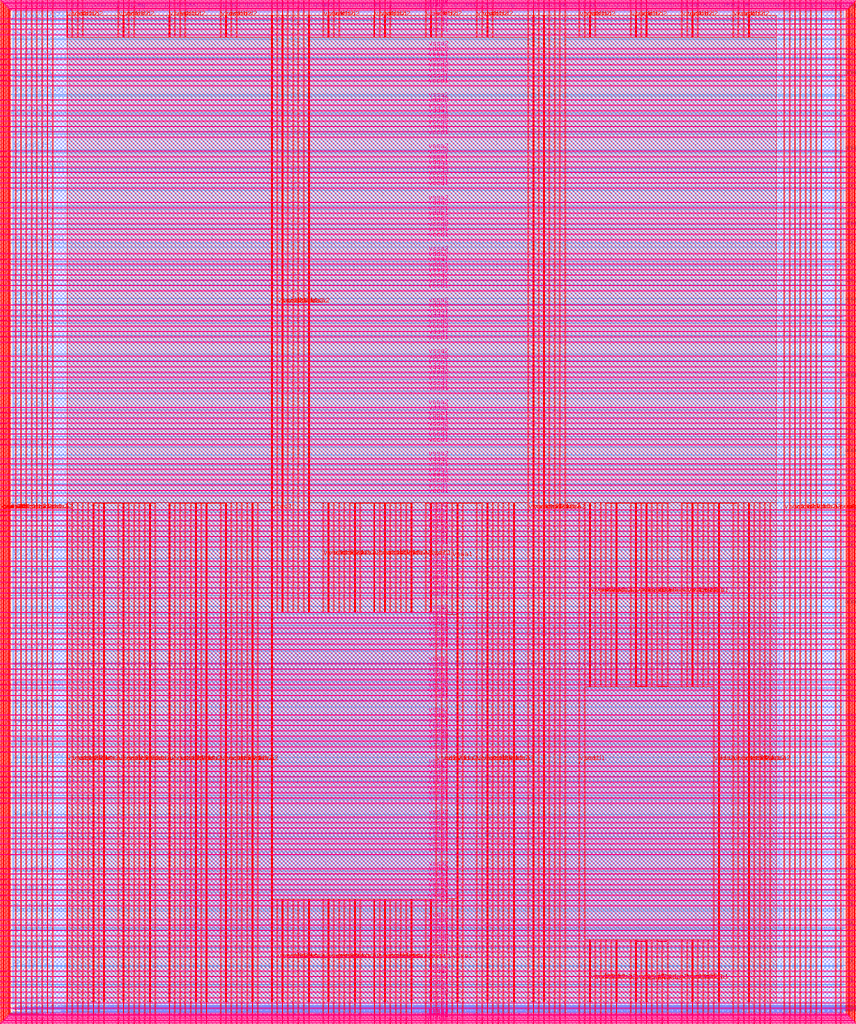
<source format=lef>
VERSION 5.7 ;
  NOWIREEXTENSIONATPIN ON ;
  DIVIDERCHAR "/" ;
  BUSBITCHARS "[]" ;
MACRO user_project_wrapper
  CLASS BLOCK ;
  FOREIGN user_project_wrapper ;
  ORIGIN 0.000 0.000 ;
  SIZE 2920.000 BY 3520.000 ;
  PIN analog_io[0]
    DIRECTION INOUT ;
    USE SIGNAL ;
    PORT
      LAYER met3 ;
        RECT 2917.600 1426.380 2924.800 1427.580 ;
    END
  END analog_io[0]
  PIN analog_io[10]
    DIRECTION INOUT ;
    USE SIGNAL ;
    PORT
      LAYER met2 ;
        RECT 2230.490 3517.600 2231.050 3524.800 ;
    END
  END analog_io[10]
  PIN analog_io[11]
    DIRECTION INOUT ;
    USE SIGNAL ;
    PORT
      LAYER met2 ;
        RECT 1905.730 3517.600 1906.290 3524.800 ;
    END
  END analog_io[11]
  PIN analog_io[12]
    DIRECTION INOUT ;
    USE SIGNAL ;
    PORT
      LAYER met2 ;
        RECT 1581.430 3517.600 1581.990 3524.800 ;
    END
  END analog_io[12]
  PIN analog_io[13]
    DIRECTION INOUT ;
    USE SIGNAL ;
    PORT
      LAYER met2 ;
        RECT 1257.130 3517.600 1257.690 3524.800 ;
    END
  END analog_io[13]
  PIN analog_io[14]
    DIRECTION INOUT ;
    USE SIGNAL ;
    PORT
      LAYER met2 ;
        RECT 932.370 3517.600 932.930 3524.800 ;
    END
  END analog_io[14]
  PIN analog_io[15]
    DIRECTION INOUT ;
    USE SIGNAL ;
    PORT
      LAYER met2 ;
        RECT 608.070 3517.600 608.630 3524.800 ;
    END
  END analog_io[15]
  PIN analog_io[16]
    DIRECTION INOUT ;
    USE SIGNAL ;
    PORT
      LAYER met2 ;
        RECT 283.770 3517.600 284.330 3524.800 ;
    END
  END analog_io[16]
  PIN analog_io[17]
    DIRECTION INOUT ;
    USE SIGNAL ;
    PORT
      LAYER met3 ;
        RECT -4.800 3486.100 2.400 3487.300 ;
    END
  END analog_io[17]
  PIN analog_io[18]
    DIRECTION INOUT ;
    USE SIGNAL ;
    PORT
      LAYER met3 ;
        RECT -4.800 3224.980 2.400 3226.180 ;
    END
  END analog_io[18]
  PIN analog_io[19]
    DIRECTION INOUT ;
    USE SIGNAL ;
    PORT
      LAYER met3 ;
        RECT -4.800 2964.540 2.400 2965.740 ;
    END
  END analog_io[19]
  PIN analog_io[1]
    DIRECTION INOUT ;
    USE SIGNAL ;
    PORT
      LAYER met3 ;
        RECT 2917.600 1692.260 2924.800 1693.460 ;
    END
  END analog_io[1]
  PIN analog_io[20]
    DIRECTION INOUT ;
    USE SIGNAL ;
    PORT
      LAYER met3 ;
        RECT -4.800 2703.420 2.400 2704.620 ;
    END
  END analog_io[20]
  PIN analog_io[21]
    DIRECTION INOUT ;
    USE SIGNAL ;
    PORT
      LAYER met3 ;
        RECT -4.800 2442.980 2.400 2444.180 ;
    END
  END analog_io[21]
  PIN analog_io[22]
    DIRECTION INOUT ;
    USE SIGNAL ;
    PORT
      LAYER met3 ;
        RECT -4.800 2182.540 2.400 2183.740 ;
    END
  END analog_io[22]
  PIN analog_io[23]
    DIRECTION INOUT ;
    USE SIGNAL ;
    PORT
      LAYER met3 ;
        RECT -4.800 1921.420 2.400 1922.620 ;
    END
  END analog_io[23]
  PIN analog_io[24]
    DIRECTION INOUT ;
    USE SIGNAL ;
    PORT
      LAYER met3 ;
        RECT -4.800 1660.980 2.400 1662.180 ;
    END
  END analog_io[24]
  PIN analog_io[25]
    DIRECTION INOUT ;
    USE SIGNAL ;
    PORT
      LAYER met3 ;
        RECT -4.800 1399.860 2.400 1401.060 ;
    END
  END analog_io[25]
  PIN analog_io[26]
    DIRECTION INOUT ;
    USE SIGNAL ;
    PORT
      LAYER met3 ;
        RECT -4.800 1139.420 2.400 1140.620 ;
    END
  END analog_io[26]
  PIN analog_io[27]
    DIRECTION INOUT ;
    USE SIGNAL ;
    PORT
      LAYER met3 ;
        RECT -4.800 878.980 2.400 880.180 ;
    END
  END analog_io[27]
  PIN analog_io[28]
    DIRECTION INOUT ;
    USE SIGNAL ;
    PORT
      LAYER met3 ;
        RECT -4.800 617.860 2.400 619.060 ;
    END
  END analog_io[28]
  PIN analog_io[2]
    DIRECTION INOUT ;
    USE SIGNAL ;
    PORT
      LAYER met3 ;
        RECT 2917.600 1958.140 2924.800 1959.340 ;
    END
  END analog_io[2]
  PIN analog_io[3]
    DIRECTION INOUT ;
    USE SIGNAL ;
    PORT
      LAYER met3 ;
        RECT 2917.600 2223.340 2924.800 2224.540 ;
    END
  END analog_io[3]
  PIN analog_io[4]
    DIRECTION INOUT ;
    USE SIGNAL ;
    PORT
      LAYER met3 ;
        RECT 2917.600 2489.220 2924.800 2490.420 ;
    END
  END analog_io[4]
  PIN analog_io[5]
    DIRECTION INOUT ;
    USE SIGNAL ;
    PORT
      LAYER met3 ;
        RECT 2917.600 2755.100 2924.800 2756.300 ;
    END
  END analog_io[5]
  PIN analog_io[6]
    DIRECTION INOUT ;
    USE SIGNAL ;
    PORT
      LAYER met3 ;
        RECT 2917.600 3020.300 2924.800 3021.500 ;
    END
  END analog_io[6]
  PIN analog_io[7]
    DIRECTION INOUT ;
    USE SIGNAL ;
    PORT
      LAYER met3 ;
        RECT 2917.600 3286.180 2924.800 3287.380 ;
    END
  END analog_io[7]
  PIN analog_io[8]
    DIRECTION INOUT ;
    USE SIGNAL ;
    PORT
      LAYER met2 ;
        RECT 2879.090 3517.600 2879.650 3524.800 ;
    END
  END analog_io[8]
  PIN analog_io[9]
    DIRECTION INOUT ;
    USE SIGNAL ;
    PORT
      LAYER met2 ;
        RECT 2554.790 3517.600 2555.350 3524.800 ;
    END
  END analog_io[9]
  PIN io_in[0]
    DIRECTION INPUT ;
    USE SIGNAL ;
    PORT
      LAYER met3 ;
        RECT 2917.600 32.380 2924.800 33.580 ;
    END
  END io_in[0]
  PIN io_in[10]
    DIRECTION INPUT ;
    USE SIGNAL ;
    PORT
      LAYER met3 ;
        RECT 2917.600 2289.980 2924.800 2291.180 ;
    END
  END io_in[10]
  PIN io_in[11]
    DIRECTION INPUT ;
    USE SIGNAL ;
    PORT
      LAYER met3 ;
        RECT 2917.600 2555.860 2924.800 2557.060 ;
    END
  END io_in[11]
  PIN io_in[12]
    DIRECTION INPUT ;
    USE SIGNAL ;
    PORT
      LAYER met3 ;
        RECT 2917.600 2821.060 2924.800 2822.260 ;
    END
  END io_in[12]
  PIN io_in[13]
    DIRECTION INPUT ;
    USE SIGNAL ;
    PORT
      LAYER met3 ;
        RECT 2917.600 3086.940 2924.800 3088.140 ;
    END
  END io_in[13]
  PIN io_in[14]
    DIRECTION INPUT ;
    USE SIGNAL ;
    PORT
      LAYER met3 ;
        RECT 2917.600 3352.820 2924.800 3354.020 ;
    END
  END io_in[14]
  PIN io_in[15]
    DIRECTION INPUT ;
    USE SIGNAL ;
    PORT
      LAYER met2 ;
        RECT 2798.130 3517.600 2798.690 3524.800 ;
    END
  END io_in[15]
  PIN io_in[16]
    DIRECTION INPUT ;
    USE SIGNAL ;
    PORT
      LAYER met2 ;
        RECT 2473.830 3517.600 2474.390 3524.800 ;
    END
  END io_in[16]
  PIN io_in[17]
    DIRECTION INPUT ;
    USE SIGNAL ;
    PORT
      LAYER met2 ;
        RECT 2149.070 3517.600 2149.630 3524.800 ;
    END
  END io_in[17]
  PIN io_in[18]
    DIRECTION INPUT ;
    USE SIGNAL ;
    PORT
      LAYER met2 ;
        RECT 1824.770 3517.600 1825.330 3524.800 ;
    END
  END io_in[18]
  PIN io_in[19]
    DIRECTION INPUT ;
    USE SIGNAL ;
    PORT
      LAYER met2 ;
        RECT 1500.470 3517.600 1501.030 3524.800 ;
    END
  END io_in[19]
  PIN io_in[1]
    DIRECTION INPUT ;
    USE SIGNAL ;
    PORT
      LAYER met3 ;
        RECT 2917.600 230.940 2924.800 232.140 ;
    END
  END io_in[1]
  PIN io_in[20]
    DIRECTION INPUT ;
    USE SIGNAL ;
    PORT
      LAYER met2 ;
        RECT 1175.710 3517.600 1176.270 3524.800 ;
    END
  END io_in[20]
  PIN io_in[21]
    DIRECTION INPUT ;
    USE SIGNAL ;
    PORT
      LAYER met2 ;
        RECT 851.410 3517.600 851.970 3524.800 ;
    END
  END io_in[21]
  PIN io_in[22]
    DIRECTION INPUT ;
    USE SIGNAL ;
    PORT
      LAYER met2 ;
        RECT 527.110 3517.600 527.670 3524.800 ;
    END
  END io_in[22]
  PIN io_in[23]
    DIRECTION INPUT ;
    USE SIGNAL ;
    PORT
      LAYER met2 ;
        RECT 202.350 3517.600 202.910 3524.800 ;
    END
  END io_in[23]
  PIN io_in[24]
    DIRECTION INPUT ;
    USE SIGNAL ;
    PORT
      LAYER met3 ;
        RECT -4.800 3420.820 2.400 3422.020 ;
    END
  END io_in[24]
  PIN io_in[25]
    DIRECTION INPUT ;
    USE SIGNAL ;
    PORT
      LAYER met3 ;
        RECT -4.800 3159.700 2.400 3160.900 ;
    END
  END io_in[25]
  PIN io_in[26]
    DIRECTION INPUT ;
    USE SIGNAL ;
    PORT
      LAYER met3 ;
        RECT -4.800 2899.260 2.400 2900.460 ;
    END
  END io_in[26]
  PIN io_in[27]
    DIRECTION INPUT ;
    USE SIGNAL ;
    PORT
      LAYER met3 ;
        RECT -4.800 2638.820 2.400 2640.020 ;
    END
  END io_in[27]
  PIN io_in[28]
    DIRECTION INPUT ;
    USE SIGNAL ;
    PORT
      LAYER met3 ;
        RECT -4.800 2377.700 2.400 2378.900 ;
    END
  END io_in[28]
  PIN io_in[29]
    DIRECTION INPUT ;
    USE SIGNAL ;
    PORT
      LAYER met3 ;
        RECT -4.800 2117.260 2.400 2118.460 ;
    END
  END io_in[29]
  PIN io_in[2]
    DIRECTION INPUT ;
    USE SIGNAL ;
    PORT
      LAYER met3 ;
        RECT 2917.600 430.180 2924.800 431.380 ;
    END
  END io_in[2]
  PIN io_in[30]
    DIRECTION INPUT ;
    USE SIGNAL ;
    PORT
      LAYER met3 ;
        RECT -4.800 1856.140 2.400 1857.340 ;
    END
  END io_in[30]
  PIN io_in[31]
    DIRECTION INPUT ;
    USE SIGNAL ;
    PORT
      LAYER met3 ;
        RECT -4.800 1595.700 2.400 1596.900 ;
    END
  END io_in[31]
  PIN io_in[32]
    DIRECTION INPUT ;
    USE SIGNAL ;
    PORT
      LAYER met3 ;
        RECT -4.800 1335.260 2.400 1336.460 ;
    END
  END io_in[32]
  PIN io_in[33]
    DIRECTION INPUT ;
    USE SIGNAL ;
    PORT
      LAYER met3 ;
        RECT -4.800 1074.140 2.400 1075.340 ;
    END
  END io_in[33]
  PIN io_in[34]
    DIRECTION INPUT ;
    USE SIGNAL ;
    PORT
      LAYER met3 ;
        RECT -4.800 813.700 2.400 814.900 ;
    END
  END io_in[34]
  PIN io_in[35]
    DIRECTION INPUT ;
    USE SIGNAL ;
    PORT
      LAYER met3 ;
        RECT -4.800 552.580 2.400 553.780 ;
    END
  END io_in[35]
  PIN io_in[36]
    DIRECTION INPUT ;
    USE SIGNAL ;
    PORT
      LAYER met3 ;
        RECT -4.800 357.420 2.400 358.620 ;
    END
  END io_in[36]
  PIN io_in[37]
    DIRECTION INPUT ;
    USE SIGNAL ;
    PORT
      LAYER met3 ;
        RECT -4.800 161.580 2.400 162.780 ;
    END
  END io_in[37]
  PIN io_in[3]
    DIRECTION INPUT ;
    USE SIGNAL ;
    PORT
      LAYER met3 ;
        RECT 2917.600 629.420 2924.800 630.620 ;
    END
  END io_in[3]
  PIN io_in[4]
    DIRECTION INPUT ;
    USE SIGNAL ;
    PORT
      LAYER met3 ;
        RECT 2917.600 828.660 2924.800 829.860 ;
    END
  END io_in[4]
  PIN io_in[5]
    DIRECTION INPUT ;
    USE SIGNAL ;
    PORT
      LAYER met3 ;
        RECT 2917.600 1027.900 2924.800 1029.100 ;
    END
  END io_in[5]
  PIN io_in[6]
    DIRECTION INPUT ;
    USE SIGNAL ;
    PORT
      LAYER met3 ;
        RECT 2917.600 1227.140 2924.800 1228.340 ;
    END
  END io_in[6]
  PIN io_in[7]
    DIRECTION INPUT ;
    USE SIGNAL ;
    PORT
      LAYER met3 ;
        RECT 2917.600 1493.020 2924.800 1494.220 ;
    END
  END io_in[7]
  PIN io_in[8]
    DIRECTION INPUT ;
    USE SIGNAL ;
    PORT
      LAYER met3 ;
        RECT 2917.600 1758.900 2924.800 1760.100 ;
    END
  END io_in[8]
  PIN io_in[9]
    DIRECTION INPUT ;
    USE SIGNAL ;
    PORT
      LAYER met3 ;
        RECT 2917.600 2024.100 2924.800 2025.300 ;
    END
  END io_in[9]
  PIN io_oeb[0]
    DIRECTION OUTPUT TRISTATE ;
    USE SIGNAL ;
    PORT
      LAYER met3 ;
        RECT 2917.600 164.980 2924.800 166.180 ;
    END
  END io_oeb[0]
  PIN io_oeb[10]
    DIRECTION OUTPUT TRISTATE ;
    USE SIGNAL ;
    PORT
      LAYER met3 ;
        RECT 2917.600 2422.580 2924.800 2423.780 ;
    END
  END io_oeb[10]
  PIN io_oeb[11]
    DIRECTION OUTPUT TRISTATE ;
    USE SIGNAL ;
    PORT
      LAYER met3 ;
        RECT 2917.600 2688.460 2924.800 2689.660 ;
    END
  END io_oeb[11]
  PIN io_oeb[12]
    DIRECTION OUTPUT TRISTATE ;
    USE SIGNAL ;
    PORT
      LAYER met3 ;
        RECT 2917.600 2954.340 2924.800 2955.540 ;
    END
  END io_oeb[12]
  PIN io_oeb[13]
    DIRECTION OUTPUT TRISTATE ;
    USE SIGNAL ;
    PORT
      LAYER met3 ;
        RECT 2917.600 3219.540 2924.800 3220.740 ;
    END
  END io_oeb[13]
  PIN io_oeb[14]
    DIRECTION OUTPUT TRISTATE ;
    USE SIGNAL ;
    PORT
      LAYER met3 ;
        RECT 2917.600 3485.420 2924.800 3486.620 ;
    END
  END io_oeb[14]
  PIN io_oeb[15]
    DIRECTION OUTPUT TRISTATE ;
    USE SIGNAL ;
    PORT
      LAYER met2 ;
        RECT 2635.750 3517.600 2636.310 3524.800 ;
    END
  END io_oeb[15]
  PIN io_oeb[16]
    DIRECTION OUTPUT TRISTATE ;
    USE SIGNAL ;
    PORT
      LAYER met2 ;
        RECT 2311.450 3517.600 2312.010 3524.800 ;
    END
  END io_oeb[16]
  PIN io_oeb[17]
    DIRECTION OUTPUT TRISTATE ;
    USE SIGNAL ;
    PORT
      LAYER met2 ;
        RECT 1987.150 3517.600 1987.710 3524.800 ;
    END
  END io_oeb[17]
  PIN io_oeb[18]
    DIRECTION OUTPUT TRISTATE ;
    USE SIGNAL ;
    PORT
      LAYER met2 ;
        RECT 1662.390 3517.600 1662.950 3524.800 ;
    END
  END io_oeb[18]
  PIN io_oeb[19]
    DIRECTION OUTPUT TRISTATE ;
    USE SIGNAL ;
    PORT
      LAYER met2 ;
        RECT 1338.090 3517.600 1338.650 3524.800 ;
    END
  END io_oeb[19]
  PIN io_oeb[1]
    DIRECTION OUTPUT TRISTATE ;
    USE SIGNAL ;
    PORT
      LAYER met3 ;
        RECT 2917.600 364.220 2924.800 365.420 ;
    END
  END io_oeb[1]
  PIN io_oeb[20]
    DIRECTION OUTPUT TRISTATE ;
    USE SIGNAL ;
    PORT
      LAYER met2 ;
        RECT 1013.790 3517.600 1014.350 3524.800 ;
    END
  END io_oeb[20]
  PIN io_oeb[21]
    DIRECTION OUTPUT TRISTATE ;
    USE SIGNAL ;
    PORT
      LAYER met2 ;
        RECT 689.030 3517.600 689.590 3524.800 ;
    END
  END io_oeb[21]
  PIN io_oeb[22]
    DIRECTION OUTPUT TRISTATE ;
    USE SIGNAL ;
    PORT
      LAYER met2 ;
        RECT 364.730 3517.600 365.290 3524.800 ;
    END
  END io_oeb[22]
  PIN io_oeb[23]
    DIRECTION OUTPUT TRISTATE ;
    USE SIGNAL ;
    PORT
      LAYER met2 ;
        RECT 40.430 3517.600 40.990 3524.800 ;
    END
  END io_oeb[23]
  PIN io_oeb[24]
    DIRECTION OUTPUT TRISTATE ;
    USE SIGNAL ;
    PORT
      LAYER met3 ;
        RECT -4.800 3290.260 2.400 3291.460 ;
    END
  END io_oeb[24]
  PIN io_oeb[25]
    DIRECTION OUTPUT TRISTATE ;
    USE SIGNAL ;
    PORT
      LAYER met3 ;
        RECT -4.800 3029.820 2.400 3031.020 ;
    END
  END io_oeb[25]
  PIN io_oeb[26]
    DIRECTION OUTPUT TRISTATE ;
    USE SIGNAL ;
    PORT
      LAYER met3 ;
        RECT -4.800 2768.700 2.400 2769.900 ;
    END
  END io_oeb[26]
  PIN io_oeb[27]
    DIRECTION OUTPUT TRISTATE ;
    USE SIGNAL ;
    PORT
      LAYER met3 ;
        RECT -4.800 2508.260 2.400 2509.460 ;
    END
  END io_oeb[27]
  PIN io_oeb[28]
    DIRECTION OUTPUT TRISTATE ;
    USE SIGNAL ;
    PORT
      LAYER met3 ;
        RECT -4.800 2247.140 2.400 2248.340 ;
    END
  END io_oeb[28]
  PIN io_oeb[29]
    DIRECTION OUTPUT TRISTATE ;
    USE SIGNAL ;
    PORT
      LAYER met3 ;
        RECT -4.800 1986.700 2.400 1987.900 ;
    END
  END io_oeb[29]
  PIN io_oeb[2]
    DIRECTION OUTPUT TRISTATE ;
    USE SIGNAL ;
    PORT
      LAYER met3 ;
        RECT 2917.600 563.460 2924.800 564.660 ;
    END
  END io_oeb[2]
  PIN io_oeb[30]
    DIRECTION OUTPUT TRISTATE ;
    USE SIGNAL ;
    PORT
      LAYER met3 ;
        RECT -4.800 1726.260 2.400 1727.460 ;
    END
  END io_oeb[30]
  PIN io_oeb[31]
    DIRECTION OUTPUT TRISTATE ;
    USE SIGNAL ;
    PORT
      LAYER met3 ;
        RECT -4.800 1465.140 2.400 1466.340 ;
    END
  END io_oeb[31]
  PIN io_oeb[32]
    DIRECTION OUTPUT TRISTATE ;
    USE SIGNAL ;
    PORT
      LAYER met3 ;
        RECT -4.800 1204.700 2.400 1205.900 ;
    END
  END io_oeb[32]
  PIN io_oeb[33]
    DIRECTION OUTPUT TRISTATE ;
    USE SIGNAL ;
    PORT
      LAYER met3 ;
        RECT -4.800 943.580 2.400 944.780 ;
    END
  END io_oeb[33]
  PIN io_oeb[34]
    DIRECTION OUTPUT TRISTATE ;
    USE SIGNAL ;
    PORT
      LAYER met3 ;
        RECT -4.800 683.140 2.400 684.340 ;
    END
  END io_oeb[34]
  PIN io_oeb[35]
    DIRECTION OUTPUT TRISTATE ;
    USE SIGNAL ;
    PORT
      LAYER met3 ;
        RECT -4.800 422.700 2.400 423.900 ;
    END
  END io_oeb[35]
  PIN io_oeb[36]
    DIRECTION OUTPUT TRISTATE ;
    USE SIGNAL ;
    PORT
      LAYER met3 ;
        RECT -4.800 226.860 2.400 228.060 ;
    END
  END io_oeb[36]
  PIN io_oeb[37]
    DIRECTION OUTPUT TRISTATE ;
    USE SIGNAL ;
    PORT
      LAYER met3 ;
        RECT -4.800 31.700 2.400 32.900 ;
    END
  END io_oeb[37]
  PIN io_oeb[3]
    DIRECTION OUTPUT TRISTATE ;
    USE SIGNAL ;
    PORT
      LAYER met3 ;
        RECT 2917.600 762.700 2924.800 763.900 ;
    END
  END io_oeb[3]
  PIN io_oeb[4]
    DIRECTION OUTPUT TRISTATE ;
    USE SIGNAL ;
    PORT
      LAYER met3 ;
        RECT 2917.600 961.940 2924.800 963.140 ;
    END
  END io_oeb[4]
  PIN io_oeb[5]
    DIRECTION OUTPUT TRISTATE ;
    USE SIGNAL ;
    PORT
      LAYER met3 ;
        RECT 2917.600 1161.180 2924.800 1162.380 ;
    END
  END io_oeb[5]
  PIN io_oeb[6]
    DIRECTION OUTPUT TRISTATE ;
    USE SIGNAL ;
    PORT
      LAYER met3 ;
        RECT 2917.600 1360.420 2924.800 1361.620 ;
    END
  END io_oeb[6]
  PIN io_oeb[7]
    DIRECTION OUTPUT TRISTATE ;
    USE SIGNAL ;
    PORT
      LAYER met3 ;
        RECT 2917.600 1625.620 2924.800 1626.820 ;
    END
  END io_oeb[7]
  PIN io_oeb[8]
    DIRECTION OUTPUT TRISTATE ;
    USE SIGNAL ;
    PORT
      LAYER met3 ;
        RECT 2917.600 1891.500 2924.800 1892.700 ;
    END
  END io_oeb[8]
  PIN io_oeb[9]
    DIRECTION OUTPUT TRISTATE ;
    USE SIGNAL ;
    PORT
      LAYER met3 ;
        RECT 2917.600 2157.380 2924.800 2158.580 ;
    END
  END io_oeb[9]
  PIN io_out[0]
    DIRECTION OUTPUT TRISTATE ;
    USE SIGNAL ;
    PORT
      LAYER met3 ;
        RECT 2917.600 98.340 2924.800 99.540 ;
    END
  END io_out[0]
  PIN io_out[10]
    DIRECTION OUTPUT TRISTATE ;
    USE SIGNAL ;
    PORT
      LAYER met3 ;
        RECT 2917.600 2356.620 2924.800 2357.820 ;
    END
  END io_out[10]
  PIN io_out[11]
    DIRECTION OUTPUT TRISTATE ;
    USE SIGNAL ;
    PORT
      LAYER met3 ;
        RECT 2917.600 2621.820 2924.800 2623.020 ;
    END
  END io_out[11]
  PIN io_out[12]
    DIRECTION OUTPUT TRISTATE ;
    USE SIGNAL ;
    PORT
      LAYER met3 ;
        RECT 2917.600 2887.700 2924.800 2888.900 ;
    END
  END io_out[12]
  PIN io_out[13]
    DIRECTION OUTPUT TRISTATE ;
    USE SIGNAL ;
    PORT
      LAYER met3 ;
        RECT 2917.600 3153.580 2924.800 3154.780 ;
    END
  END io_out[13]
  PIN io_out[14]
    DIRECTION OUTPUT TRISTATE ;
    USE SIGNAL ;
    PORT
      LAYER met3 ;
        RECT 2917.600 3418.780 2924.800 3419.980 ;
    END
  END io_out[14]
  PIN io_out[15]
    DIRECTION OUTPUT TRISTATE ;
    USE SIGNAL ;
    PORT
      LAYER met2 ;
        RECT 2717.170 3517.600 2717.730 3524.800 ;
    END
  END io_out[15]
  PIN io_out[16]
    DIRECTION OUTPUT TRISTATE ;
    USE SIGNAL ;
    PORT
      LAYER met2 ;
        RECT 2392.410 3517.600 2392.970 3524.800 ;
    END
  END io_out[16]
  PIN io_out[17]
    DIRECTION OUTPUT TRISTATE ;
    USE SIGNAL ;
    PORT
      LAYER met2 ;
        RECT 2068.110 3517.600 2068.670 3524.800 ;
    END
  END io_out[17]
  PIN io_out[18]
    DIRECTION OUTPUT TRISTATE ;
    USE SIGNAL ;
    PORT
      LAYER met2 ;
        RECT 1743.810 3517.600 1744.370 3524.800 ;
    END
  END io_out[18]
  PIN io_out[19]
    DIRECTION OUTPUT TRISTATE ;
    USE SIGNAL ;
    PORT
      LAYER met2 ;
        RECT 1419.050 3517.600 1419.610 3524.800 ;
    END
  END io_out[19]
  PIN io_out[1]
    DIRECTION OUTPUT TRISTATE ;
    USE SIGNAL ;
    PORT
      LAYER met3 ;
        RECT 2917.600 297.580 2924.800 298.780 ;
    END
  END io_out[1]
  PIN io_out[20]
    DIRECTION OUTPUT TRISTATE ;
    USE SIGNAL ;
    PORT
      LAYER met2 ;
        RECT 1094.750 3517.600 1095.310 3524.800 ;
    END
  END io_out[20]
  PIN io_out[21]
    DIRECTION OUTPUT TRISTATE ;
    USE SIGNAL ;
    PORT
      LAYER met2 ;
        RECT 770.450 3517.600 771.010 3524.800 ;
    END
  END io_out[21]
  PIN io_out[22]
    DIRECTION OUTPUT TRISTATE ;
    USE SIGNAL ;
    PORT
      LAYER met2 ;
        RECT 445.690 3517.600 446.250 3524.800 ;
    END
  END io_out[22]
  PIN io_out[23]
    DIRECTION OUTPUT TRISTATE ;
    USE SIGNAL ;
    PORT
      LAYER met2 ;
        RECT 121.390 3517.600 121.950 3524.800 ;
    END
  END io_out[23]
  PIN io_out[24]
    DIRECTION OUTPUT TRISTATE ;
    USE SIGNAL ;
    PORT
      LAYER met3 ;
        RECT -4.800 3355.540 2.400 3356.740 ;
    END
  END io_out[24]
  PIN io_out[25]
    DIRECTION OUTPUT TRISTATE ;
    USE SIGNAL ;
    PORT
      LAYER met3 ;
        RECT -4.800 3095.100 2.400 3096.300 ;
    END
  END io_out[25]
  PIN io_out[26]
    DIRECTION OUTPUT TRISTATE ;
    USE SIGNAL ;
    PORT
      LAYER met3 ;
        RECT -4.800 2833.980 2.400 2835.180 ;
    END
  END io_out[26]
  PIN io_out[27]
    DIRECTION OUTPUT TRISTATE ;
    USE SIGNAL ;
    PORT
      LAYER met3 ;
        RECT -4.800 2573.540 2.400 2574.740 ;
    END
  END io_out[27]
  PIN io_out[28]
    DIRECTION OUTPUT TRISTATE ;
    USE SIGNAL ;
    PORT
      LAYER met3 ;
        RECT -4.800 2312.420 2.400 2313.620 ;
    END
  END io_out[28]
  PIN io_out[29]
    DIRECTION OUTPUT TRISTATE ;
    USE SIGNAL ;
    PORT
      LAYER met3 ;
        RECT -4.800 2051.980 2.400 2053.180 ;
    END
  END io_out[29]
  PIN io_out[2]
    DIRECTION OUTPUT TRISTATE ;
    USE SIGNAL ;
    PORT
      LAYER met3 ;
        RECT 2917.600 496.820 2924.800 498.020 ;
    END
  END io_out[2]
  PIN io_out[30]
    DIRECTION OUTPUT TRISTATE ;
    USE SIGNAL ;
    PORT
      LAYER met3 ;
        RECT -4.800 1791.540 2.400 1792.740 ;
    END
  END io_out[30]
  PIN io_out[31]
    DIRECTION OUTPUT TRISTATE ;
    USE SIGNAL ;
    PORT
      LAYER met3 ;
        RECT -4.800 1530.420 2.400 1531.620 ;
    END
  END io_out[31]
  PIN io_out[32]
    DIRECTION OUTPUT TRISTATE ;
    USE SIGNAL ;
    PORT
      LAYER met3 ;
        RECT -4.800 1269.980 2.400 1271.180 ;
    END
  END io_out[32]
  PIN io_out[33]
    DIRECTION OUTPUT TRISTATE ;
    USE SIGNAL ;
    PORT
      LAYER met3 ;
        RECT -4.800 1008.860 2.400 1010.060 ;
    END
  END io_out[33]
  PIN io_out[34]
    DIRECTION OUTPUT TRISTATE ;
    USE SIGNAL ;
    PORT
      LAYER met3 ;
        RECT -4.800 748.420 2.400 749.620 ;
    END
  END io_out[34]
  PIN io_out[35]
    DIRECTION OUTPUT TRISTATE ;
    USE SIGNAL ;
    PORT
      LAYER met3 ;
        RECT -4.800 487.300 2.400 488.500 ;
    END
  END io_out[35]
  PIN io_out[36]
    DIRECTION OUTPUT TRISTATE ;
    USE SIGNAL ;
    PORT
      LAYER met3 ;
        RECT -4.800 292.140 2.400 293.340 ;
    END
  END io_out[36]
  PIN io_out[37]
    DIRECTION OUTPUT TRISTATE ;
    USE SIGNAL ;
    PORT
      LAYER met3 ;
        RECT -4.800 96.300 2.400 97.500 ;
    END
  END io_out[37]
  PIN io_out[3]
    DIRECTION OUTPUT TRISTATE ;
    USE SIGNAL ;
    PORT
      LAYER met3 ;
        RECT 2917.600 696.060 2924.800 697.260 ;
    END
  END io_out[3]
  PIN io_out[4]
    DIRECTION OUTPUT TRISTATE ;
    USE SIGNAL ;
    PORT
      LAYER met3 ;
        RECT 2917.600 895.300 2924.800 896.500 ;
    END
  END io_out[4]
  PIN io_out[5]
    DIRECTION OUTPUT TRISTATE ;
    USE SIGNAL ;
    PORT
      LAYER met3 ;
        RECT 2917.600 1094.540 2924.800 1095.740 ;
    END
  END io_out[5]
  PIN io_out[6]
    DIRECTION OUTPUT TRISTATE ;
    USE SIGNAL ;
    PORT
      LAYER met3 ;
        RECT 2917.600 1293.780 2924.800 1294.980 ;
    END
  END io_out[6]
  PIN io_out[7]
    DIRECTION OUTPUT TRISTATE ;
    USE SIGNAL ;
    PORT
      LAYER met3 ;
        RECT 2917.600 1559.660 2924.800 1560.860 ;
    END
  END io_out[7]
  PIN io_out[8]
    DIRECTION OUTPUT TRISTATE ;
    USE SIGNAL ;
    PORT
      LAYER met3 ;
        RECT 2917.600 1824.860 2924.800 1826.060 ;
    END
  END io_out[8]
  PIN io_out[9]
    DIRECTION OUTPUT TRISTATE ;
    USE SIGNAL ;
    PORT
      LAYER met3 ;
        RECT 2917.600 2090.740 2924.800 2091.940 ;
    END
  END io_out[9]
  PIN la_data_in[0]
    DIRECTION INPUT ;
    USE SIGNAL ;
    PORT
      LAYER met2 ;
        RECT 629.230 -4.800 629.790 2.400 ;
    END
  END la_data_in[0]
  PIN la_data_in[100]
    DIRECTION INPUT ;
    USE SIGNAL ;
    PORT
      LAYER met2 ;
        RECT 2402.530 -4.800 2403.090 2.400 ;
    END
  END la_data_in[100]
  PIN la_data_in[101]
    DIRECTION INPUT ;
    USE SIGNAL ;
    PORT
      LAYER met2 ;
        RECT 2420.010 -4.800 2420.570 2.400 ;
    END
  END la_data_in[101]
  PIN la_data_in[102]
    DIRECTION INPUT ;
    USE SIGNAL ;
    PORT
      LAYER met2 ;
        RECT 2437.950 -4.800 2438.510 2.400 ;
    END
  END la_data_in[102]
  PIN la_data_in[103]
    DIRECTION INPUT ;
    USE SIGNAL ;
    PORT
      LAYER met2 ;
        RECT 2455.430 -4.800 2455.990 2.400 ;
    END
  END la_data_in[103]
  PIN la_data_in[104]
    DIRECTION INPUT ;
    USE SIGNAL ;
    PORT
      LAYER met2 ;
        RECT 2473.370 -4.800 2473.930 2.400 ;
    END
  END la_data_in[104]
  PIN la_data_in[105]
    DIRECTION INPUT ;
    USE SIGNAL ;
    PORT
      LAYER met2 ;
        RECT 2490.850 -4.800 2491.410 2.400 ;
    END
  END la_data_in[105]
  PIN la_data_in[106]
    DIRECTION INPUT ;
    USE SIGNAL ;
    PORT
      LAYER met2 ;
        RECT 2508.790 -4.800 2509.350 2.400 ;
    END
  END la_data_in[106]
  PIN la_data_in[107]
    DIRECTION INPUT ;
    USE SIGNAL ;
    PORT
      LAYER met2 ;
        RECT 2526.730 -4.800 2527.290 2.400 ;
    END
  END la_data_in[107]
  PIN la_data_in[108]
    DIRECTION INPUT ;
    USE SIGNAL ;
    PORT
      LAYER met2 ;
        RECT 2544.210 -4.800 2544.770 2.400 ;
    END
  END la_data_in[108]
  PIN la_data_in[109]
    DIRECTION INPUT ;
    USE SIGNAL ;
    PORT
      LAYER met2 ;
        RECT 2562.150 -4.800 2562.710 2.400 ;
    END
  END la_data_in[109]
  PIN la_data_in[10]
    DIRECTION INPUT ;
    USE SIGNAL ;
    PORT
      LAYER met2 ;
        RECT 806.330 -4.800 806.890 2.400 ;
    END
  END la_data_in[10]
  PIN la_data_in[110]
    DIRECTION INPUT ;
    USE SIGNAL ;
    PORT
      LAYER met2 ;
        RECT 2579.630 -4.800 2580.190 2.400 ;
    END
  END la_data_in[110]
  PIN la_data_in[111]
    DIRECTION INPUT ;
    USE SIGNAL ;
    PORT
      LAYER met2 ;
        RECT 2597.570 -4.800 2598.130 2.400 ;
    END
  END la_data_in[111]
  PIN la_data_in[112]
    DIRECTION INPUT ;
    USE SIGNAL ;
    PORT
      LAYER met2 ;
        RECT 2615.050 -4.800 2615.610 2.400 ;
    END
  END la_data_in[112]
  PIN la_data_in[113]
    DIRECTION INPUT ;
    USE SIGNAL ;
    PORT
      LAYER met2 ;
        RECT 2632.990 -4.800 2633.550 2.400 ;
    END
  END la_data_in[113]
  PIN la_data_in[114]
    DIRECTION INPUT ;
    USE SIGNAL ;
    PORT
      LAYER met2 ;
        RECT 2650.470 -4.800 2651.030 2.400 ;
    END
  END la_data_in[114]
  PIN la_data_in[115]
    DIRECTION INPUT ;
    USE SIGNAL ;
    PORT
      LAYER met2 ;
        RECT 2668.410 -4.800 2668.970 2.400 ;
    END
  END la_data_in[115]
  PIN la_data_in[116]
    DIRECTION INPUT ;
    USE SIGNAL ;
    PORT
      LAYER met2 ;
        RECT 2685.890 -4.800 2686.450 2.400 ;
    END
  END la_data_in[116]
  PIN la_data_in[117]
    DIRECTION INPUT ;
    USE SIGNAL ;
    PORT
      LAYER met2 ;
        RECT 2703.830 -4.800 2704.390 2.400 ;
    END
  END la_data_in[117]
  PIN la_data_in[118]
    DIRECTION INPUT ;
    USE SIGNAL ;
    PORT
      LAYER met2 ;
        RECT 2721.770 -4.800 2722.330 2.400 ;
    END
  END la_data_in[118]
  PIN la_data_in[119]
    DIRECTION INPUT ;
    USE SIGNAL ;
    PORT
      LAYER met2 ;
        RECT 2739.250 -4.800 2739.810 2.400 ;
    END
  END la_data_in[119]
  PIN la_data_in[11]
    DIRECTION INPUT ;
    USE SIGNAL ;
    PORT
      LAYER met2 ;
        RECT 824.270 -4.800 824.830 2.400 ;
    END
  END la_data_in[11]
  PIN la_data_in[120]
    DIRECTION INPUT ;
    USE SIGNAL ;
    PORT
      LAYER met2 ;
        RECT 2757.190 -4.800 2757.750 2.400 ;
    END
  END la_data_in[120]
  PIN la_data_in[121]
    DIRECTION INPUT ;
    USE SIGNAL ;
    PORT
      LAYER met2 ;
        RECT 2774.670 -4.800 2775.230 2.400 ;
    END
  END la_data_in[121]
  PIN la_data_in[122]
    DIRECTION INPUT ;
    USE SIGNAL ;
    PORT
      LAYER met2 ;
        RECT 2792.610 -4.800 2793.170 2.400 ;
    END
  END la_data_in[122]
  PIN la_data_in[123]
    DIRECTION INPUT ;
    USE SIGNAL ;
    PORT
      LAYER met2 ;
        RECT 2810.090 -4.800 2810.650 2.400 ;
    END
  END la_data_in[123]
  PIN la_data_in[124]
    DIRECTION INPUT ;
    USE SIGNAL ;
    PORT
      LAYER met2 ;
        RECT 2828.030 -4.800 2828.590 2.400 ;
    END
  END la_data_in[124]
  PIN la_data_in[125]
    DIRECTION INPUT ;
    USE SIGNAL ;
    PORT
      LAYER met2 ;
        RECT 2845.510 -4.800 2846.070 2.400 ;
    END
  END la_data_in[125]
  PIN la_data_in[126]
    DIRECTION INPUT ;
    USE SIGNAL ;
    PORT
      LAYER met2 ;
        RECT 2863.450 -4.800 2864.010 2.400 ;
    END
  END la_data_in[126]
  PIN la_data_in[127]
    DIRECTION INPUT ;
    USE SIGNAL ;
    PORT
      LAYER met2 ;
        RECT 2881.390 -4.800 2881.950 2.400 ;
    END
  END la_data_in[127]
  PIN la_data_in[12]
    DIRECTION INPUT ;
    USE SIGNAL ;
    PORT
      LAYER met2 ;
        RECT 841.750 -4.800 842.310 2.400 ;
    END
  END la_data_in[12]
  PIN la_data_in[13]
    DIRECTION INPUT ;
    USE SIGNAL ;
    PORT
      LAYER met2 ;
        RECT 859.690 -4.800 860.250 2.400 ;
    END
  END la_data_in[13]
  PIN la_data_in[14]
    DIRECTION INPUT ;
    USE SIGNAL ;
    PORT
      LAYER met2 ;
        RECT 877.170 -4.800 877.730 2.400 ;
    END
  END la_data_in[14]
  PIN la_data_in[15]
    DIRECTION INPUT ;
    USE SIGNAL ;
    PORT
      LAYER met2 ;
        RECT 895.110 -4.800 895.670 2.400 ;
    END
  END la_data_in[15]
  PIN la_data_in[16]
    DIRECTION INPUT ;
    USE SIGNAL ;
    PORT
      LAYER met2 ;
        RECT 912.590 -4.800 913.150 2.400 ;
    END
  END la_data_in[16]
  PIN la_data_in[17]
    DIRECTION INPUT ;
    USE SIGNAL ;
    PORT
      LAYER met2 ;
        RECT 930.530 -4.800 931.090 2.400 ;
    END
  END la_data_in[17]
  PIN la_data_in[18]
    DIRECTION INPUT ;
    USE SIGNAL ;
    PORT
      LAYER met2 ;
        RECT 948.470 -4.800 949.030 2.400 ;
    END
  END la_data_in[18]
  PIN la_data_in[19]
    DIRECTION INPUT ;
    USE SIGNAL ;
    PORT
      LAYER met2 ;
        RECT 965.950 -4.800 966.510 2.400 ;
    END
  END la_data_in[19]
  PIN la_data_in[1]
    DIRECTION INPUT ;
    USE SIGNAL ;
    PORT
      LAYER met2 ;
        RECT 646.710 -4.800 647.270 2.400 ;
    END
  END la_data_in[1]
  PIN la_data_in[20]
    DIRECTION INPUT ;
    USE SIGNAL ;
    PORT
      LAYER met2 ;
        RECT 983.890 -4.800 984.450 2.400 ;
    END
  END la_data_in[20]
  PIN la_data_in[21]
    DIRECTION INPUT ;
    USE SIGNAL ;
    PORT
      LAYER met2 ;
        RECT 1001.370 -4.800 1001.930 2.400 ;
    END
  END la_data_in[21]
  PIN la_data_in[22]
    DIRECTION INPUT ;
    USE SIGNAL ;
    PORT
      LAYER met2 ;
        RECT 1019.310 -4.800 1019.870 2.400 ;
    END
  END la_data_in[22]
  PIN la_data_in[23]
    DIRECTION INPUT ;
    USE SIGNAL ;
    PORT
      LAYER met2 ;
        RECT 1036.790 -4.800 1037.350 2.400 ;
    END
  END la_data_in[23]
  PIN la_data_in[24]
    DIRECTION INPUT ;
    USE SIGNAL ;
    PORT
      LAYER met2 ;
        RECT 1054.730 -4.800 1055.290 2.400 ;
    END
  END la_data_in[24]
  PIN la_data_in[25]
    DIRECTION INPUT ;
    USE SIGNAL ;
    PORT
      LAYER met2 ;
        RECT 1072.210 -4.800 1072.770 2.400 ;
    END
  END la_data_in[25]
  PIN la_data_in[26]
    DIRECTION INPUT ;
    USE SIGNAL ;
    PORT
      LAYER met2 ;
        RECT 1090.150 -4.800 1090.710 2.400 ;
    END
  END la_data_in[26]
  PIN la_data_in[27]
    DIRECTION INPUT ;
    USE SIGNAL ;
    PORT
      LAYER met2 ;
        RECT 1107.630 -4.800 1108.190 2.400 ;
    END
  END la_data_in[27]
  PIN la_data_in[28]
    DIRECTION INPUT ;
    USE SIGNAL ;
    PORT
      LAYER met2 ;
        RECT 1125.570 -4.800 1126.130 2.400 ;
    END
  END la_data_in[28]
  PIN la_data_in[29]
    DIRECTION INPUT ;
    USE SIGNAL ;
    PORT
      LAYER met2 ;
        RECT 1143.510 -4.800 1144.070 2.400 ;
    END
  END la_data_in[29]
  PIN la_data_in[2]
    DIRECTION INPUT ;
    USE SIGNAL ;
    PORT
      LAYER met2 ;
        RECT 664.650 -4.800 665.210 2.400 ;
    END
  END la_data_in[2]
  PIN la_data_in[30]
    DIRECTION INPUT ;
    USE SIGNAL ;
    PORT
      LAYER met2 ;
        RECT 1160.990 -4.800 1161.550 2.400 ;
    END
  END la_data_in[30]
  PIN la_data_in[31]
    DIRECTION INPUT ;
    USE SIGNAL ;
    PORT
      LAYER met2 ;
        RECT 1178.930 -4.800 1179.490 2.400 ;
    END
  END la_data_in[31]
  PIN la_data_in[32]
    DIRECTION INPUT ;
    USE SIGNAL ;
    PORT
      LAYER met2 ;
        RECT 1196.410 -4.800 1196.970 2.400 ;
    END
  END la_data_in[32]
  PIN la_data_in[33]
    DIRECTION INPUT ;
    USE SIGNAL ;
    PORT
      LAYER met2 ;
        RECT 1214.350 -4.800 1214.910 2.400 ;
    END
  END la_data_in[33]
  PIN la_data_in[34]
    DIRECTION INPUT ;
    USE SIGNAL ;
    PORT
      LAYER met2 ;
        RECT 1231.830 -4.800 1232.390 2.400 ;
    END
  END la_data_in[34]
  PIN la_data_in[35]
    DIRECTION INPUT ;
    USE SIGNAL ;
    PORT
      LAYER met2 ;
        RECT 1249.770 -4.800 1250.330 2.400 ;
    END
  END la_data_in[35]
  PIN la_data_in[36]
    DIRECTION INPUT ;
    USE SIGNAL ;
    PORT
      LAYER met2 ;
        RECT 1267.250 -4.800 1267.810 2.400 ;
    END
  END la_data_in[36]
  PIN la_data_in[37]
    DIRECTION INPUT ;
    USE SIGNAL ;
    PORT
      LAYER met2 ;
        RECT 1285.190 -4.800 1285.750 2.400 ;
    END
  END la_data_in[37]
  PIN la_data_in[38]
    DIRECTION INPUT ;
    USE SIGNAL ;
    PORT
      LAYER met2 ;
        RECT 1303.130 -4.800 1303.690 2.400 ;
    END
  END la_data_in[38]
  PIN la_data_in[39]
    DIRECTION INPUT ;
    USE SIGNAL ;
    PORT
      LAYER met2 ;
        RECT 1320.610 -4.800 1321.170 2.400 ;
    END
  END la_data_in[39]
  PIN la_data_in[3]
    DIRECTION INPUT ;
    USE SIGNAL ;
    PORT
      LAYER met2 ;
        RECT 682.130 -4.800 682.690 2.400 ;
    END
  END la_data_in[3]
  PIN la_data_in[40]
    DIRECTION INPUT ;
    USE SIGNAL ;
    PORT
      LAYER met2 ;
        RECT 1338.550 -4.800 1339.110 2.400 ;
    END
  END la_data_in[40]
  PIN la_data_in[41]
    DIRECTION INPUT ;
    USE SIGNAL ;
    PORT
      LAYER met2 ;
        RECT 1356.030 -4.800 1356.590 2.400 ;
    END
  END la_data_in[41]
  PIN la_data_in[42]
    DIRECTION INPUT ;
    USE SIGNAL ;
    PORT
      LAYER met2 ;
        RECT 1373.970 -4.800 1374.530 2.400 ;
    END
  END la_data_in[42]
  PIN la_data_in[43]
    DIRECTION INPUT ;
    USE SIGNAL ;
    PORT
      LAYER met2 ;
        RECT 1391.450 -4.800 1392.010 2.400 ;
    END
  END la_data_in[43]
  PIN la_data_in[44]
    DIRECTION INPUT ;
    USE SIGNAL ;
    PORT
      LAYER met2 ;
        RECT 1409.390 -4.800 1409.950 2.400 ;
    END
  END la_data_in[44]
  PIN la_data_in[45]
    DIRECTION INPUT ;
    USE SIGNAL ;
    PORT
      LAYER met2 ;
        RECT 1426.870 -4.800 1427.430 2.400 ;
    END
  END la_data_in[45]
  PIN la_data_in[46]
    DIRECTION INPUT ;
    USE SIGNAL ;
    PORT
      LAYER met2 ;
        RECT 1444.810 -4.800 1445.370 2.400 ;
    END
  END la_data_in[46]
  PIN la_data_in[47]
    DIRECTION INPUT ;
    USE SIGNAL ;
    PORT
      LAYER met2 ;
        RECT 1462.750 -4.800 1463.310 2.400 ;
    END
  END la_data_in[47]
  PIN la_data_in[48]
    DIRECTION INPUT ;
    USE SIGNAL ;
    PORT
      LAYER met2 ;
        RECT 1480.230 -4.800 1480.790 2.400 ;
    END
  END la_data_in[48]
  PIN la_data_in[49]
    DIRECTION INPUT ;
    USE SIGNAL ;
    PORT
      LAYER met2 ;
        RECT 1498.170 -4.800 1498.730 2.400 ;
    END
  END la_data_in[49]
  PIN la_data_in[4]
    DIRECTION INPUT ;
    USE SIGNAL ;
    PORT
      LAYER met2 ;
        RECT 700.070 -4.800 700.630 2.400 ;
    END
  END la_data_in[4]
  PIN la_data_in[50]
    DIRECTION INPUT ;
    USE SIGNAL ;
    PORT
      LAYER met2 ;
        RECT 1515.650 -4.800 1516.210 2.400 ;
    END
  END la_data_in[50]
  PIN la_data_in[51]
    DIRECTION INPUT ;
    USE SIGNAL ;
    PORT
      LAYER met2 ;
        RECT 1533.590 -4.800 1534.150 2.400 ;
    END
  END la_data_in[51]
  PIN la_data_in[52]
    DIRECTION INPUT ;
    USE SIGNAL ;
    PORT
      LAYER met2 ;
        RECT 1551.070 -4.800 1551.630 2.400 ;
    END
  END la_data_in[52]
  PIN la_data_in[53]
    DIRECTION INPUT ;
    USE SIGNAL ;
    PORT
      LAYER met2 ;
        RECT 1569.010 -4.800 1569.570 2.400 ;
    END
  END la_data_in[53]
  PIN la_data_in[54]
    DIRECTION INPUT ;
    USE SIGNAL ;
    PORT
      LAYER met2 ;
        RECT 1586.490 -4.800 1587.050 2.400 ;
    END
  END la_data_in[54]
  PIN la_data_in[55]
    DIRECTION INPUT ;
    USE SIGNAL ;
    PORT
      LAYER met2 ;
        RECT 1604.430 -4.800 1604.990 2.400 ;
    END
  END la_data_in[55]
  PIN la_data_in[56]
    DIRECTION INPUT ;
    USE SIGNAL ;
    PORT
      LAYER met2 ;
        RECT 1621.910 -4.800 1622.470 2.400 ;
    END
  END la_data_in[56]
  PIN la_data_in[57]
    DIRECTION INPUT ;
    USE SIGNAL ;
    PORT
      LAYER met2 ;
        RECT 1639.850 -4.800 1640.410 2.400 ;
    END
  END la_data_in[57]
  PIN la_data_in[58]
    DIRECTION INPUT ;
    USE SIGNAL ;
    PORT
      LAYER met2 ;
        RECT 1657.790 -4.800 1658.350 2.400 ;
    END
  END la_data_in[58]
  PIN la_data_in[59]
    DIRECTION INPUT ;
    USE SIGNAL ;
    PORT
      LAYER met2 ;
        RECT 1675.270 -4.800 1675.830 2.400 ;
    END
  END la_data_in[59]
  PIN la_data_in[5]
    DIRECTION INPUT ;
    USE SIGNAL ;
    PORT
      LAYER met2 ;
        RECT 717.550 -4.800 718.110 2.400 ;
    END
  END la_data_in[5]
  PIN la_data_in[60]
    DIRECTION INPUT ;
    USE SIGNAL ;
    PORT
      LAYER met2 ;
        RECT 1693.210 -4.800 1693.770 2.400 ;
    END
  END la_data_in[60]
  PIN la_data_in[61]
    DIRECTION INPUT ;
    USE SIGNAL ;
    PORT
      LAYER met2 ;
        RECT 1710.690 -4.800 1711.250 2.400 ;
    END
  END la_data_in[61]
  PIN la_data_in[62]
    DIRECTION INPUT ;
    USE SIGNAL ;
    PORT
      LAYER met2 ;
        RECT 1728.630 -4.800 1729.190 2.400 ;
    END
  END la_data_in[62]
  PIN la_data_in[63]
    DIRECTION INPUT ;
    USE SIGNAL ;
    PORT
      LAYER met2 ;
        RECT 1746.110 -4.800 1746.670 2.400 ;
    END
  END la_data_in[63]
  PIN la_data_in[64]
    DIRECTION INPUT ;
    USE SIGNAL ;
    PORT
      LAYER met2 ;
        RECT 1764.050 -4.800 1764.610 2.400 ;
    END
  END la_data_in[64]
  PIN la_data_in[65]
    DIRECTION INPUT ;
    USE SIGNAL ;
    PORT
      LAYER met2 ;
        RECT 1781.530 -4.800 1782.090 2.400 ;
    END
  END la_data_in[65]
  PIN la_data_in[66]
    DIRECTION INPUT ;
    USE SIGNAL ;
    PORT
      LAYER met2 ;
        RECT 1799.470 -4.800 1800.030 2.400 ;
    END
  END la_data_in[66]
  PIN la_data_in[67]
    DIRECTION INPUT ;
    USE SIGNAL ;
    PORT
      LAYER met2 ;
        RECT 1817.410 -4.800 1817.970 2.400 ;
    END
  END la_data_in[67]
  PIN la_data_in[68]
    DIRECTION INPUT ;
    USE SIGNAL ;
    PORT
      LAYER met2 ;
        RECT 1834.890 -4.800 1835.450 2.400 ;
    END
  END la_data_in[68]
  PIN la_data_in[69]
    DIRECTION INPUT ;
    USE SIGNAL ;
    PORT
      LAYER met2 ;
        RECT 1852.830 -4.800 1853.390 2.400 ;
    END
  END la_data_in[69]
  PIN la_data_in[6]
    DIRECTION INPUT ;
    USE SIGNAL ;
    PORT
      LAYER met2 ;
        RECT 735.490 -4.800 736.050 2.400 ;
    END
  END la_data_in[6]
  PIN la_data_in[70]
    DIRECTION INPUT ;
    USE SIGNAL ;
    PORT
      LAYER met2 ;
        RECT 1870.310 -4.800 1870.870 2.400 ;
    END
  END la_data_in[70]
  PIN la_data_in[71]
    DIRECTION INPUT ;
    USE SIGNAL ;
    PORT
      LAYER met2 ;
        RECT 1888.250 -4.800 1888.810 2.400 ;
    END
  END la_data_in[71]
  PIN la_data_in[72]
    DIRECTION INPUT ;
    USE SIGNAL ;
    PORT
      LAYER met2 ;
        RECT 1905.730 -4.800 1906.290 2.400 ;
    END
  END la_data_in[72]
  PIN la_data_in[73]
    DIRECTION INPUT ;
    USE SIGNAL ;
    PORT
      LAYER met2 ;
        RECT 1923.670 -4.800 1924.230 2.400 ;
    END
  END la_data_in[73]
  PIN la_data_in[74]
    DIRECTION INPUT ;
    USE SIGNAL ;
    PORT
      LAYER met2 ;
        RECT 1941.150 -4.800 1941.710 2.400 ;
    END
  END la_data_in[74]
  PIN la_data_in[75]
    DIRECTION INPUT ;
    USE SIGNAL ;
    PORT
      LAYER met2 ;
        RECT 1959.090 -4.800 1959.650 2.400 ;
    END
  END la_data_in[75]
  PIN la_data_in[76]
    DIRECTION INPUT ;
    USE SIGNAL ;
    PORT
      LAYER met2 ;
        RECT 1976.570 -4.800 1977.130 2.400 ;
    END
  END la_data_in[76]
  PIN la_data_in[77]
    DIRECTION INPUT ;
    USE SIGNAL ;
    PORT
      LAYER met2 ;
        RECT 1994.510 -4.800 1995.070 2.400 ;
    END
  END la_data_in[77]
  PIN la_data_in[78]
    DIRECTION INPUT ;
    USE SIGNAL ;
    PORT
      LAYER met2 ;
        RECT 2012.450 -4.800 2013.010 2.400 ;
    END
  END la_data_in[78]
  PIN la_data_in[79]
    DIRECTION INPUT ;
    USE SIGNAL ;
    PORT
      LAYER met2 ;
        RECT 2029.930 -4.800 2030.490 2.400 ;
    END
  END la_data_in[79]
  PIN la_data_in[7]
    DIRECTION INPUT ;
    USE SIGNAL ;
    PORT
      LAYER met2 ;
        RECT 752.970 -4.800 753.530 2.400 ;
    END
  END la_data_in[7]
  PIN la_data_in[80]
    DIRECTION INPUT ;
    USE SIGNAL ;
    PORT
      LAYER met2 ;
        RECT 2047.870 -4.800 2048.430 2.400 ;
    END
  END la_data_in[80]
  PIN la_data_in[81]
    DIRECTION INPUT ;
    USE SIGNAL ;
    PORT
      LAYER met2 ;
        RECT 2065.350 -4.800 2065.910 2.400 ;
    END
  END la_data_in[81]
  PIN la_data_in[82]
    DIRECTION INPUT ;
    USE SIGNAL ;
    PORT
      LAYER met2 ;
        RECT 2083.290 -4.800 2083.850 2.400 ;
    END
  END la_data_in[82]
  PIN la_data_in[83]
    DIRECTION INPUT ;
    USE SIGNAL ;
    PORT
      LAYER met2 ;
        RECT 2100.770 -4.800 2101.330 2.400 ;
    END
  END la_data_in[83]
  PIN la_data_in[84]
    DIRECTION INPUT ;
    USE SIGNAL ;
    PORT
      LAYER met2 ;
        RECT 2118.710 -4.800 2119.270 2.400 ;
    END
  END la_data_in[84]
  PIN la_data_in[85]
    DIRECTION INPUT ;
    USE SIGNAL ;
    PORT
      LAYER met2 ;
        RECT 2136.190 -4.800 2136.750 2.400 ;
    END
  END la_data_in[85]
  PIN la_data_in[86]
    DIRECTION INPUT ;
    USE SIGNAL ;
    PORT
      LAYER met2 ;
        RECT 2154.130 -4.800 2154.690 2.400 ;
    END
  END la_data_in[86]
  PIN la_data_in[87]
    DIRECTION INPUT ;
    USE SIGNAL ;
    PORT
      LAYER met2 ;
        RECT 2172.070 -4.800 2172.630 2.400 ;
    END
  END la_data_in[87]
  PIN la_data_in[88]
    DIRECTION INPUT ;
    USE SIGNAL ;
    PORT
      LAYER met2 ;
        RECT 2189.550 -4.800 2190.110 2.400 ;
    END
  END la_data_in[88]
  PIN la_data_in[89]
    DIRECTION INPUT ;
    USE SIGNAL ;
    PORT
      LAYER met2 ;
        RECT 2207.490 -4.800 2208.050 2.400 ;
    END
  END la_data_in[89]
  PIN la_data_in[8]
    DIRECTION INPUT ;
    USE SIGNAL ;
    PORT
      LAYER met2 ;
        RECT 770.910 -4.800 771.470 2.400 ;
    END
  END la_data_in[8]
  PIN la_data_in[90]
    DIRECTION INPUT ;
    USE SIGNAL ;
    PORT
      LAYER met2 ;
        RECT 2224.970 -4.800 2225.530 2.400 ;
    END
  END la_data_in[90]
  PIN la_data_in[91]
    DIRECTION INPUT ;
    USE SIGNAL ;
    PORT
      LAYER met2 ;
        RECT 2242.910 -4.800 2243.470 2.400 ;
    END
  END la_data_in[91]
  PIN la_data_in[92]
    DIRECTION INPUT ;
    USE SIGNAL ;
    PORT
      LAYER met2 ;
        RECT 2260.390 -4.800 2260.950 2.400 ;
    END
  END la_data_in[92]
  PIN la_data_in[93]
    DIRECTION INPUT ;
    USE SIGNAL ;
    PORT
      LAYER met2 ;
        RECT 2278.330 -4.800 2278.890 2.400 ;
    END
  END la_data_in[93]
  PIN la_data_in[94]
    DIRECTION INPUT ;
    USE SIGNAL ;
    PORT
      LAYER met2 ;
        RECT 2295.810 -4.800 2296.370 2.400 ;
    END
  END la_data_in[94]
  PIN la_data_in[95]
    DIRECTION INPUT ;
    USE SIGNAL ;
    PORT
      LAYER met2 ;
        RECT 2313.750 -4.800 2314.310 2.400 ;
    END
  END la_data_in[95]
  PIN la_data_in[96]
    DIRECTION INPUT ;
    USE SIGNAL ;
    PORT
      LAYER met2 ;
        RECT 2331.230 -4.800 2331.790 2.400 ;
    END
  END la_data_in[96]
  PIN la_data_in[97]
    DIRECTION INPUT ;
    USE SIGNAL ;
    PORT
      LAYER met2 ;
        RECT 2349.170 -4.800 2349.730 2.400 ;
    END
  END la_data_in[97]
  PIN la_data_in[98]
    DIRECTION INPUT ;
    USE SIGNAL ;
    PORT
      LAYER met2 ;
        RECT 2367.110 -4.800 2367.670 2.400 ;
    END
  END la_data_in[98]
  PIN la_data_in[99]
    DIRECTION INPUT ;
    USE SIGNAL ;
    PORT
      LAYER met2 ;
        RECT 2384.590 -4.800 2385.150 2.400 ;
    END
  END la_data_in[99]
  PIN la_data_in[9]
    DIRECTION INPUT ;
    USE SIGNAL ;
    PORT
      LAYER met2 ;
        RECT 788.850 -4.800 789.410 2.400 ;
    END
  END la_data_in[9]
  PIN la_data_out[0]
    DIRECTION OUTPUT TRISTATE ;
    USE SIGNAL ;
    PORT
      LAYER met2 ;
        RECT 634.750 -4.800 635.310 2.400 ;
    END
  END la_data_out[0]
  PIN la_data_out[100]
    DIRECTION OUTPUT TRISTATE ;
    USE SIGNAL ;
    PORT
      LAYER met2 ;
        RECT 2408.510 -4.800 2409.070 2.400 ;
    END
  END la_data_out[100]
  PIN la_data_out[101]
    DIRECTION OUTPUT TRISTATE ;
    USE SIGNAL ;
    PORT
      LAYER met2 ;
        RECT 2425.990 -4.800 2426.550 2.400 ;
    END
  END la_data_out[101]
  PIN la_data_out[102]
    DIRECTION OUTPUT TRISTATE ;
    USE SIGNAL ;
    PORT
      LAYER met2 ;
        RECT 2443.930 -4.800 2444.490 2.400 ;
    END
  END la_data_out[102]
  PIN la_data_out[103]
    DIRECTION OUTPUT TRISTATE ;
    USE SIGNAL ;
    PORT
      LAYER met2 ;
        RECT 2461.410 -4.800 2461.970 2.400 ;
    END
  END la_data_out[103]
  PIN la_data_out[104]
    DIRECTION OUTPUT TRISTATE ;
    USE SIGNAL ;
    PORT
      LAYER met2 ;
        RECT 2479.350 -4.800 2479.910 2.400 ;
    END
  END la_data_out[104]
  PIN la_data_out[105]
    DIRECTION OUTPUT TRISTATE ;
    USE SIGNAL ;
    PORT
      LAYER met2 ;
        RECT 2496.830 -4.800 2497.390 2.400 ;
    END
  END la_data_out[105]
  PIN la_data_out[106]
    DIRECTION OUTPUT TRISTATE ;
    USE SIGNAL ;
    PORT
      LAYER met2 ;
        RECT 2514.770 -4.800 2515.330 2.400 ;
    END
  END la_data_out[106]
  PIN la_data_out[107]
    DIRECTION OUTPUT TRISTATE ;
    USE SIGNAL ;
    PORT
      LAYER met2 ;
        RECT 2532.250 -4.800 2532.810 2.400 ;
    END
  END la_data_out[107]
  PIN la_data_out[108]
    DIRECTION OUTPUT TRISTATE ;
    USE SIGNAL ;
    PORT
      LAYER met2 ;
        RECT 2550.190 -4.800 2550.750 2.400 ;
    END
  END la_data_out[108]
  PIN la_data_out[109]
    DIRECTION OUTPUT TRISTATE ;
    USE SIGNAL ;
    PORT
      LAYER met2 ;
        RECT 2567.670 -4.800 2568.230 2.400 ;
    END
  END la_data_out[109]
  PIN la_data_out[10]
    DIRECTION OUTPUT TRISTATE ;
    USE SIGNAL ;
    PORT
      LAYER met2 ;
        RECT 812.310 -4.800 812.870 2.400 ;
    END
  END la_data_out[10]
  PIN la_data_out[110]
    DIRECTION OUTPUT TRISTATE ;
    USE SIGNAL ;
    PORT
      LAYER met2 ;
        RECT 2585.610 -4.800 2586.170 2.400 ;
    END
  END la_data_out[110]
  PIN la_data_out[111]
    DIRECTION OUTPUT TRISTATE ;
    USE SIGNAL ;
    PORT
      LAYER met2 ;
        RECT 2603.550 -4.800 2604.110 2.400 ;
    END
  END la_data_out[111]
  PIN la_data_out[112]
    DIRECTION OUTPUT TRISTATE ;
    USE SIGNAL ;
    PORT
      LAYER met2 ;
        RECT 2621.030 -4.800 2621.590 2.400 ;
    END
  END la_data_out[112]
  PIN la_data_out[113]
    DIRECTION OUTPUT TRISTATE ;
    USE SIGNAL ;
    PORT
      LAYER met2 ;
        RECT 2638.970 -4.800 2639.530 2.400 ;
    END
  END la_data_out[113]
  PIN la_data_out[114]
    DIRECTION OUTPUT TRISTATE ;
    USE SIGNAL ;
    PORT
      LAYER met2 ;
        RECT 2656.450 -4.800 2657.010 2.400 ;
    END
  END la_data_out[114]
  PIN la_data_out[115]
    DIRECTION OUTPUT TRISTATE ;
    USE SIGNAL ;
    PORT
      LAYER met2 ;
        RECT 2674.390 -4.800 2674.950 2.400 ;
    END
  END la_data_out[115]
  PIN la_data_out[116]
    DIRECTION OUTPUT TRISTATE ;
    USE SIGNAL ;
    PORT
      LAYER met2 ;
        RECT 2691.870 -4.800 2692.430 2.400 ;
    END
  END la_data_out[116]
  PIN la_data_out[117]
    DIRECTION OUTPUT TRISTATE ;
    USE SIGNAL ;
    PORT
      LAYER met2 ;
        RECT 2709.810 -4.800 2710.370 2.400 ;
    END
  END la_data_out[117]
  PIN la_data_out[118]
    DIRECTION OUTPUT TRISTATE ;
    USE SIGNAL ;
    PORT
      LAYER met2 ;
        RECT 2727.290 -4.800 2727.850 2.400 ;
    END
  END la_data_out[118]
  PIN la_data_out[119]
    DIRECTION OUTPUT TRISTATE ;
    USE SIGNAL ;
    PORT
      LAYER met2 ;
        RECT 2745.230 -4.800 2745.790 2.400 ;
    END
  END la_data_out[119]
  PIN la_data_out[11]
    DIRECTION OUTPUT TRISTATE ;
    USE SIGNAL ;
    PORT
      LAYER met2 ;
        RECT 830.250 -4.800 830.810 2.400 ;
    END
  END la_data_out[11]
  PIN la_data_out[120]
    DIRECTION OUTPUT TRISTATE ;
    USE SIGNAL ;
    PORT
      LAYER met2 ;
        RECT 2763.170 -4.800 2763.730 2.400 ;
    END
  END la_data_out[120]
  PIN la_data_out[121]
    DIRECTION OUTPUT TRISTATE ;
    USE SIGNAL ;
    PORT
      LAYER met2 ;
        RECT 2780.650 -4.800 2781.210 2.400 ;
    END
  END la_data_out[121]
  PIN la_data_out[122]
    DIRECTION OUTPUT TRISTATE ;
    USE SIGNAL ;
    PORT
      LAYER met2 ;
        RECT 2798.590 -4.800 2799.150 2.400 ;
    END
  END la_data_out[122]
  PIN la_data_out[123]
    DIRECTION OUTPUT TRISTATE ;
    USE SIGNAL ;
    PORT
      LAYER met2 ;
        RECT 2816.070 -4.800 2816.630 2.400 ;
    END
  END la_data_out[123]
  PIN la_data_out[124]
    DIRECTION OUTPUT TRISTATE ;
    USE SIGNAL ;
    PORT
      LAYER met2 ;
        RECT 2834.010 -4.800 2834.570 2.400 ;
    END
  END la_data_out[124]
  PIN la_data_out[125]
    DIRECTION OUTPUT TRISTATE ;
    USE SIGNAL ;
    PORT
      LAYER met2 ;
        RECT 2851.490 -4.800 2852.050 2.400 ;
    END
  END la_data_out[125]
  PIN la_data_out[126]
    DIRECTION OUTPUT TRISTATE ;
    USE SIGNAL ;
    PORT
      LAYER met2 ;
        RECT 2869.430 -4.800 2869.990 2.400 ;
    END
  END la_data_out[126]
  PIN la_data_out[127]
    DIRECTION OUTPUT TRISTATE ;
    USE SIGNAL ;
    PORT
      LAYER met2 ;
        RECT 2886.910 -4.800 2887.470 2.400 ;
    END
  END la_data_out[127]
  PIN la_data_out[12]
    DIRECTION OUTPUT TRISTATE ;
    USE SIGNAL ;
    PORT
      LAYER met2 ;
        RECT 847.730 -4.800 848.290 2.400 ;
    END
  END la_data_out[12]
  PIN la_data_out[13]
    DIRECTION OUTPUT TRISTATE ;
    USE SIGNAL ;
    PORT
      LAYER met2 ;
        RECT 865.670 -4.800 866.230 2.400 ;
    END
  END la_data_out[13]
  PIN la_data_out[14]
    DIRECTION OUTPUT TRISTATE ;
    USE SIGNAL ;
    PORT
      LAYER met2 ;
        RECT 883.150 -4.800 883.710 2.400 ;
    END
  END la_data_out[14]
  PIN la_data_out[15]
    DIRECTION OUTPUT TRISTATE ;
    USE SIGNAL ;
    PORT
      LAYER met2 ;
        RECT 901.090 -4.800 901.650 2.400 ;
    END
  END la_data_out[15]
  PIN la_data_out[16]
    DIRECTION OUTPUT TRISTATE ;
    USE SIGNAL ;
    PORT
      LAYER met2 ;
        RECT 918.570 -4.800 919.130 2.400 ;
    END
  END la_data_out[16]
  PIN la_data_out[17]
    DIRECTION OUTPUT TRISTATE ;
    USE SIGNAL ;
    PORT
      LAYER met2 ;
        RECT 936.510 -4.800 937.070 2.400 ;
    END
  END la_data_out[17]
  PIN la_data_out[18]
    DIRECTION OUTPUT TRISTATE ;
    USE SIGNAL ;
    PORT
      LAYER met2 ;
        RECT 953.990 -4.800 954.550 2.400 ;
    END
  END la_data_out[18]
  PIN la_data_out[19]
    DIRECTION OUTPUT TRISTATE ;
    USE SIGNAL ;
    PORT
      LAYER met2 ;
        RECT 971.930 -4.800 972.490 2.400 ;
    END
  END la_data_out[19]
  PIN la_data_out[1]
    DIRECTION OUTPUT TRISTATE ;
    USE SIGNAL ;
    PORT
      LAYER met2 ;
        RECT 652.690 -4.800 653.250 2.400 ;
    END
  END la_data_out[1]
  PIN la_data_out[20]
    DIRECTION OUTPUT TRISTATE ;
    USE SIGNAL ;
    PORT
      LAYER met2 ;
        RECT 989.410 -4.800 989.970 2.400 ;
    END
  END la_data_out[20]
  PIN la_data_out[21]
    DIRECTION OUTPUT TRISTATE ;
    USE SIGNAL ;
    PORT
      LAYER met2 ;
        RECT 1007.350 -4.800 1007.910 2.400 ;
    END
  END la_data_out[21]
  PIN la_data_out[22]
    DIRECTION OUTPUT TRISTATE ;
    USE SIGNAL ;
    PORT
      LAYER met2 ;
        RECT 1025.290 -4.800 1025.850 2.400 ;
    END
  END la_data_out[22]
  PIN la_data_out[23]
    DIRECTION OUTPUT TRISTATE ;
    USE SIGNAL ;
    PORT
      LAYER met2 ;
        RECT 1042.770 -4.800 1043.330 2.400 ;
    END
  END la_data_out[23]
  PIN la_data_out[24]
    DIRECTION OUTPUT TRISTATE ;
    USE SIGNAL ;
    PORT
      LAYER met2 ;
        RECT 1060.710 -4.800 1061.270 2.400 ;
    END
  END la_data_out[24]
  PIN la_data_out[25]
    DIRECTION OUTPUT TRISTATE ;
    USE SIGNAL ;
    PORT
      LAYER met2 ;
        RECT 1078.190 -4.800 1078.750 2.400 ;
    END
  END la_data_out[25]
  PIN la_data_out[26]
    DIRECTION OUTPUT TRISTATE ;
    USE SIGNAL ;
    PORT
      LAYER met2 ;
        RECT 1096.130 -4.800 1096.690 2.400 ;
    END
  END la_data_out[26]
  PIN la_data_out[27]
    DIRECTION OUTPUT TRISTATE ;
    USE SIGNAL ;
    PORT
      LAYER met2 ;
        RECT 1113.610 -4.800 1114.170 2.400 ;
    END
  END la_data_out[27]
  PIN la_data_out[28]
    DIRECTION OUTPUT TRISTATE ;
    USE SIGNAL ;
    PORT
      LAYER met2 ;
        RECT 1131.550 -4.800 1132.110 2.400 ;
    END
  END la_data_out[28]
  PIN la_data_out[29]
    DIRECTION OUTPUT TRISTATE ;
    USE SIGNAL ;
    PORT
      LAYER met2 ;
        RECT 1149.030 -4.800 1149.590 2.400 ;
    END
  END la_data_out[29]
  PIN la_data_out[2]
    DIRECTION OUTPUT TRISTATE ;
    USE SIGNAL ;
    PORT
      LAYER met2 ;
        RECT 670.630 -4.800 671.190 2.400 ;
    END
  END la_data_out[2]
  PIN la_data_out[30]
    DIRECTION OUTPUT TRISTATE ;
    USE SIGNAL ;
    PORT
      LAYER met2 ;
        RECT 1166.970 -4.800 1167.530 2.400 ;
    END
  END la_data_out[30]
  PIN la_data_out[31]
    DIRECTION OUTPUT TRISTATE ;
    USE SIGNAL ;
    PORT
      LAYER met2 ;
        RECT 1184.910 -4.800 1185.470 2.400 ;
    END
  END la_data_out[31]
  PIN la_data_out[32]
    DIRECTION OUTPUT TRISTATE ;
    USE SIGNAL ;
    PORT
      LAYER met2 ;
        RECT 1202.390 -4.800 1202.950 2.400 ;
    END
  END la_data_out[32]
  PIN la_data_out[33]
    DIRECTION OUTPUT TRISTATE ;
    USE SIGNAL ;
    PORT
      LAYER met2 ;
        RECT 1220.330 -4.800 1220.890 2.400 ;
    END
  END la_data_out[33]
  PIN la_data_out[34]
    DIRECTION OUTPUT TRISTATE ;
    USE SIGNAL ;
    PORT
      LAYER met2 ;
        RECT 1237.810 -4.800 1238.370 2.400 ;
    END
  END la_data_out[34]
  PIN la_data_out[35]
    DIRECTION OUTPUT TRISTATE ;
    USE SIGNAL ;
    PORT
      LAYER met2 ;
        RECT 1255.750 -4.800 1256.310 2.400 ;
    END
  END la_data_out[35]
  PIN la_data_out[36]
    DIRECTION OUTPUT TRISTATE ;
    USE SIGNAL ;
    PORT
      LAYER met2 ;
        RECT 1273.230 -4.800 1273.790 2.400 ;
    END
  END la_data_out[36]
  PIN la_data_out[37]
    DIRECTION OUTPUT TRISTATE ;
    USE SIGNAL ;
    PORT
      LAYER met2 ;
        RECT 1291.170 -4.800 1291.730 2.400 ;
    END
  END la_data_out[37]
  PIN la_data_out[38]
    DIRECTION OUTPUT TRISTATE ;
    USE SIGNAL ;
    PORT
      LAYER met2 ;
        RECT 1308.650 -4.800 1309.210 2.400 ;
    END
  END la_data_out[38]
  PIN la_data_out[39]
    DIRECTION OUTPUT TRISTATE ;
    USE SIGNAL ;
    PORT
      LAYER met2 ;
        RECT 1326.590 -4.800 1327.150 2.400 ;
    END
  END la_data_out[39]
  PIN la_data_out[3]
    DIRECTION OUTPUT TRISTATE ;
    USE SIGNAL ;
    PORT
      LAYER met2 ;
        RECT 688.110 -4.800 688.670 2.400 ;
    END
  END la_data_out[3]
  PIN la_data_out[40]
    DIRECTION OUTPUT TRISTATE ;
    USE SIGNAL ;
    PORT
      LAYER met2 ;
        RECT 1344.070 -4.800 1344.630 2.400 ;
    END
  END la_data_out[40]
  PIN la_data_out[41]
    DIRECTION OUTPUT TRISTATE ;
    USE SIGNAL ;
    PORT
      LAYER met2 ;
        RECT 1362.010 -4.800 1362.570 2.400 ;
    END
  END la_data_out[41]
  PIN la_data_out[42]
    DIRECTION OUTPUT TRISTATE ;
    USE SIGNAL ;
    PORT
      LAYER met2 ;
        RECT 1379.950 -4.800 1380.510 2.400 ;
    END
  END la_data_out[42]
  PIN la_data_out[43]
    DIRECTION OUTPUT TRISTATE ;
    USE SIGNAL ;
    PORT
      LAYER met2 ;
        RECT 1397.430 -4.800 1397.990 2.400 ;
    END
  END la_data_out[43]
  PIN la_data_out[44]
    DIRECTION OUTPUT TRISTATE ;
    USE SIGNAL ;
    PORT
      LAYER met2 ;
        RECT 1415.370 -4.800 1415.930 2.400 ;
    END
  END la_data_out[44]
  PIN la_data_out[45]
    DIRECTION OUTPUT TRISTATE ;
    USE SIGNAL ;
    PORT
      LAYER met2 ;
        RECT 1432.850 -4.800 1433.410 2.400 ;
    END
  END la_data_out[45]
  PIN la_data_out[46]
    DIRECTION OUTPUT TRISTATE ;
    USE SIGNAL ;
    PORT
      LAYER met2 ;
        RECT 1450.790 -4.800 1451.350 2.400 ;
    END
  END la_data_out[46]
  PIN la_data_out[47]
    DIRECTION OUTPUT TRISTATE ;
    USE SIGNAL ;
    PORT
      LAYER met2 ;
        RECT 1468.270 -4.800 1468.830 2.400 ;
    END
  END la_data_out[47]
  PIN la_data_out[48]
    DIRECTION OUTPUT TRISTATE ;
    USE SIGNAL ;
    PORT
      LAYER met2 ;
        RECT 1486.210 -4.800 1486.770 2.400 ;
    END
  END la_data_out[48]
  PIN la_data_out[49]
    DIRECTION OUTPUT TRISTATE ;
    USE SIGNAL ;
    PORT
      LAYER met2 ;
        RECT 1503.690 -4.800 1504.250 2.400 ;
    END
  END la_data_out[49]
  PIN la_data_out[4]
    DIRECTION OUTPUT TRISTATE ;
    USE SIGNAL ;
    PORT
      LAYER met2 ;
        RECT 706.050 -4.800 706.610 2.400 ;
    END
  END la_data_out[4]
  PIN la_data_out[50]
    DIRECTION OUTPUT TRISTATE ;
    USE SIGNAL ;
    PORT
      LAYER met2 ;
        RECT 1521.630 -4.800 1522.190 2.400 ;
    END
  END la_data_out[50]
  PIN la_data_out[51]
    DIRECTION OUTPUT TRISTATE ;
    USE SIGNAL ;
    PORT
      LAYER met2 ;
        RECT 1539.570 -4.800 1540.130 2.400 ;
    END
  END la_data_out[51]
  PIN la_data_out[52]
    DIRECTION OUTPUT TRISTATE ;
    USE SIGNAL ;
    PORT
      LAYER met2 ;
        RECT 1557.050 -4.800 1557.610 2.400 ;
    END
  END la_data_out[52]
  PIN la_data_out[53]
    DIRECTION OUTPUT TRISTATE ;
    USE SIGNAL ;
    PORT
      LAYER met2 ;
        RECT 1574.990 -4.800 1575.550 2.400 ;
    END
  END la_data_out[53]
  PIN la_data_out[54]
    DIRECTION OUTPUT TRISTATE ;
    USE SIGNAL ;
    PORT
      LAYER met2 ;
        RECT 1592.470 -4.800 1593.030 2.400 ;
    END
  END la_data_out[54]
  PIN la_data_out[55]
    DIRECTION OUTPUT TRISTATE ;
    USE SIGNAL ;
    PORT
      LAYER met2 ;
        RECT 1610.410 -4.800 1610.970 2.400 ;
    END
  END la_data_out[55]
  PIN la_data_out[56]
    DIRECTION OUTPUT TRISTATE ;
    USE SIGNAL ;
    PORT
      LAYER met2 ;
        RECT 1627.890 -4.800 1628.450 2.400 ;
    END
  END la_data_out[56]
  PIN la_data_out[57]
    DIRECTION OUTPUT TRISTATE ;
    USE SIGNAL ;
    PORT
      LAYER met2 ;
        RECT 1645.830 -4.800 1646.390 2.400 ;
    END
  END la_data_out[57]
  PIN la_data_out[58]
    DIRECTION OUTPUT TRISTATE ;
    USE SIGNAL ;
    PORT
      LAYER met2 ;
        RECT 1663.310 -4.800 1663.870 2.400 ;
    END
  END la_data_out[58]
  PIN la_data_out[59]
    DIRECTION OUTPUT TRISTATE ;
    USE SIGNAL ;
    PORT
      LAYER met2 ;
        RECT 1681.250 -4.800 1681.810 2.400 ;
    END
  END la_data_out[59]
  PIN la_data_out[5]
    DIRECTION OUTPUT TRISTATE ;
    USE SIGNAL ;
    PORT
      LAYER met2 ;
        RECT 723.530 -4.800 724.090 2.400 ;
    END
  END la_data_out[5]
  PIN la_data_out[60]
    DIRECTION OUTPUT TRISTATE ;
    USE SIGNAL ;
    PORT
      LAYER met2 ;
        RECT 1699.190 -4.800 1699.750 2.400 ;
    END
  END la_data_out[60]
  PIN la_data_out[61]
    DIRECTION OUTPUT TRISTATE ;
    USE SIGNAL ;
    PORT
      LAYER met2 ;
        RECT 1716.670 -4.800 1717.230 2.400 ;
    END
  END la_data_out[61]
  PIN la_data_out[62]
    DIRECTION OUTPUT TRISTATE ;
    USE SIGNAL ;
    PORT
      LAYER met2 ;
        RECT 1734.610 -4.800 1735.170 2.400 ;
    END
  END la_data_out[62]
  PIN la_data_out[63]
    DIRECTION OUTPUT TRISTATE ;
    USE SIGNAL ;
    PORT
      LAYER met2 ;
        RECT 1752.090 -4.800 1752.650 2.400 ;
    END
  END la_data_out[63]
  PIN la_data_out[64]
    DIRECTION OUTPUT TRISTATE ;
    USE SIGNAL ;
    PORT
      LAYER met2 ;
        RECT 1770.030 -4.800 1770.590 2.400 ;
    END
  END la_data_out[64]
  PIN la_data_out[65]
    DIRECTION OUTPUT TRISTATE ;
    USE SIGNAL ;
    PORT
      LAYER met2 ;
        RECT 1787.510 -4.800 1788.070 2.400 ;
    END
  END la_data_out[65]
  PIN la_data_out[66]
    DIRECTION OUTPUT TRISTATE ;
    USE SIGNAL ;
    PORT
      LAYER met2 ;
        RECT 1805.450 -4.800 1806.010 2.400 ;
    END
  END la_data_out[66]
  PIN la_data_out[67]
    DIRECTION OUTPUT TRISTATE ;
    USE SIGNAL ;
    PORT
      LAYER met2 ;
        RECT 1822.930 -4.800 1823.490 2.400 ;
    END
  END la_data_out[67]
  PIN la_data_out[68]
    DIRECTION OUTPUT TRISTATE ;
    USE SIGNAL ;
    PORT
      LAYER met2 ;
        RECT 1840.870 -4.800 1841.430 2.400 ;
    END
  END la_data_out[68]
  PIN la_data_out[69]
    DIRECTION OUTPUT TRISTATE ;
    USE SIGNAL ;
    PORT
      LAYER met2 ;
        RECT 1858.350 -4.800 1858.910 2.400 ;
    END
  END la_data_out[69]
  PIN la_data_out[6]
    DIRECTION OUTPUT TRISTATE ;
    USE SIGNAL ;
    PORT
      LAYER met2 ;
        RECT 741.470 -4.800 742.030 2.400 ;
    END
  END la_data_out[6]
  PIN la_data_out[70]
    DIRECTION OUTPUT TRISTATE ;
    USE SIGNAL ;
    PORT
      LAYER met2 ;
        RECT 1876.290 -4.800 1876.850 2.400 ;
    END
  END la_data_out[70]
  PIN la_data_out[71]
    DIRECTION OUTPUT TRISTATE ;
    USE SIGNAL ;
    PORT
      LAYER met2 ;
        RECT 1894.230 -4.800 1894.790 2.400 ;
    END
  END la_data_out[71]
  PIN la_data_out[72]
    DIRECTION OUTPUT TRISTATE ;
    USE SIGNAL ;
    PORT
      LAYER met2 ;
        RECT 1911.710 -4.800 1912.270 2.400 ;
    END
  END la_data_out[72]
  PIN la_data_out[73]
    DIRECTION OUTPUT TRISTATE ;
    USE SIGNAL ;
    PORT
      LAYER met2 ;
        RECT 1929.650 -4.800 1930.210 2.400 ;
    END
  END la_data_out[73]
  PIN la_data_out[74]
    DIRECTION OUTPUT TRISTATE ;
    USE SIGNAL ;
    PORT
      LAYER met2 ;
        RECT 1947.130 -4.800 1947.690 2.400 ;
    END
  END la_data_out[74]
  PIN la_data_out[75]
    DIRECTION OUTPUT TRISTATE ;
    USE SIGNAL ;
    PORT
      LAYER met2 ;
        RECT 1965.070 -4.800 1965.630 2.400 ;
    END
  END la_data_out[75]
  PIN la_data_out[76]
    DIRECTION OUTPUT TRISTATE ;
    USE SIGNAL ;
    PORT
      LAYER met2 ;
        RECT 1982.550 -4.800 1983.110 2.400 ;
    END
  END la_data_out[76]
  PIN la_data_out[77]
    DIRECTION OUTPUT TRISTATE ;
    USE SIGNAL ;
    PORT
      LAYER met2 ;
        RECT 2000.490 -4.800 2001.050 2.400 ;
    END
  END la_data_out[77]
  PIN la_data_out[78]
    DIRECTION OUTPUT TRISTATE ;
    USE SIGNAL ;
    PORT
      LAYER met2 ;
        RECT 2017.970 -4.800 2018.530 2.400 ;
    END
  END la_data_out[78]
  PIN la_data_out[79]
    DIRECTION OUTPUT TRISTATE ;
    USE SIGNAL ;
    PORT
      LAYER met2 ;
        RECT 2035.910 -4.800 2036.470 2.400 ;
    END
  END la_data_out[79]
  PIN la_data_out[7]
    DIRECTION OUTPUT TRISTATE ;
    USE SIGNAL ;
    PORT
      LAYER met2 ;
        RECT 758.950 -4.800 759.510 2.400 ;
    END
  END la_data_out[7]
  PIN la_data_out[80]
    DIRECTION OUTPUT TRISTATE ;
    USE SIGNAL ;
    PORT
      LAYER met2 ;
        RECT 2053.850 -4.800 2054.410 2.400 ;
    END
  END la_data_out[80]
  PIN la_data_out[81]
    DIRECTION OUTPUT TRISTATE ;
    USE SIGNAL ;
    PORT
      LAYER met2 ;
        RECT 2071.330 -4.800 2071.890 2.400 ;
    END
  END la_data_out[81]
  PIN la_data_out[82]
    DIRECTION OUTPUT TRISTATE ;
    USE SIGNAL ;
    PORT
      LAYER met2 ;
        RECT 2089.270 -4.800 2089.830 2.400 ;
    END
  END la_data_out[82]
  PIN la_data_out[83]
    DIRECTION OUTPUT TRISTATE ;
    USE SIGNAL ;
    PORT
      LAYER met2 ;
        RECT 2106.750 -4.800 2107.310 2.400 ;
    END
  END la_data_out[83]
  PIN la_data_out[84]
    DIRECTION OUTPUT TRISTATE ;
    USE SIGNAL ;
    PORT
      LAYER met2 ;
        RECT 2124.690 -4.800 2125.250 2.400 ;
    END
  END la_data_out[84]
  PIN la_data_out[85]
    DIRECTION OUTPUT TRISTATE ;
    USE SIGNAL ;
    PORT
      LAYER met2 ;
        RECT 2142.170 -4.800 2142.730 2.400 ;
    END
  END la_data_out[85]
  PIN la_data_out[86]
    DIRECTION OUTPUT TRISTATE ;
    USE SIGNAL ;
    PORT
      LAYER met2 ;
        RECT 2160.110 -4.800 2160.670 2.400 ;
    END
  END la_data_out[86]
  PIN la_data_out[87]
    DIRECTION OUTPUT TRISTATE ;
    USE SIGNAL ;
    PORT
      LAYER met2 ;
        RECT 2177.590 -4.800 2178.150 2.400 ;
    END
  END la_data_out[87]
  PIN la_data_out[88]
    DIRECTION OUTPUT TRISTATE ;
    USE SIGNAL ;
    PORT
      LAYER met2 ;
        RECT 2195.530 -4.800 2196.090 2.400 ;
    END
  END la_data_out[88]
  PIN la_data_out[89]
    DIRECTION OUTPUT TRISTATE ;
    USE SIGNAL ;
    PORT
      LAYER met2 ;
        RECT 2213.010 -4.800 2213.570 2.400 ;
    END
  END la_data_out[89]
  PIN la_data_out[8]
    DIRECTION OUTPUT TRISTATE ;
    USE SIGNAL ;
    PORT
      LAYER met2 ;
        RECT 776.890 -4.800 777.450 2.400 ;
    END
  END la_data_out[8]
  PIN la_data_out[90]
    DIRECTION OUTPUT TRISTATE ;
    USE SIGNAL ;
    PORT
      LAYER met2 ;
        RECT 2230.950 -4.800 2231.510 2.400 ;
    END
  END la_data_out[90]
  PIN la_data_out[91]
    DIRECTION OUTPUT TRISTATE ;
    USE SIGNAL ;
    PORT
      LAYER met2 ;
        RECT 2248.890 -4.800 2249.450 2.400 ;
    END
  END la_data_out[91]
  PIN la_data_out[92]
    DIRECTION OUTPUT TRISTATE ;
    USE SIGNAL ;
    PORT
      LAYER met2 ;
        RECT 2266.370 -4.800 2266.930 2.400 ;
    END
  END la_data_out[92]
  PIN la_data_out[93]
    DIRECTION OUTPUT TRISTATE ;
    USE SIGNAL ;
    PORT
      LAYER met2 ;
        RECT 2284.310 -4.800 2284.870 2.400 ;
    END
  END la_data_out[93]
  PIN la_data_out[94]
    DIRECTION OUTPUT TRISTATE ;
    USE SIGNAL ;
    PORT
      LAYER met2 ;
        RECT 2301.790 -4.800 2302.350 2.400 ;
    END
  END la_data_out[94]
  PIN la_data_out[95]
    DIRECTION OUTPUT TRISTATE ;
    USE SIGNAL ;
    PORT
      LAYER met2 ;
        RECT 2319.730 -4.800 2320.290 2.400 ;
    END
  END la_data_out[95]
  PIN la_data_out[96]
    DIRECTION OUTPUT TRISTATE ;
    USE SIGNAL ;
    PORT
      LAYER met2 ;
        RECT 2337.210 -4.800 2337.770 2.400 ;
    END
  END la_data_out[96]
  PIN la_data_out[97]
    DIRECTION OUTPUT TRISTATE ;
    USE SIGNAL ;
    PORT
      LAYER met2 ;
        RECT 2355.150 -4.800 2355.710 2.400 ;
    END
  END la_data_out[97]
  PIN la_data_out[98]
    DIRECTION OUTPUT TRISTATE ;
    USE SIGNAL ;
    PORT
      LAYER met2 ;
        RECT 2372.630 -4.800 2373.190 2.400 ;
    END
  END la_data_out[98]
  PIN la_data_out[99]
    DIRECTION OUTPUT TRISTATE ;
    USE SIGNAL ;
    PORT
      LAYER met2 ;
        RECT 2390.570 -4.800 2391.130 2.400 ;
    END
  END la_data_out[99]
  PIN la_data_out[9]
    DIRECTION OUTPUT TRISTATE ;
    USE SIGNAL ;
    PORT
      LAYER met2 ;
        RECT 794.370 -4.800 794.930 2.400 ;
    END
  END la_data_out[9]
  PIN la_oenb[0]
    DIRECTION INPUT ;
    USE SIGNAL ;
    PORT
      LAYER met2 ;
        RECT 640.730 -4.800 641.290 2.400 ;
    END
  END la_oenb[0]
  PIN la_oenb[100]
    DIRECTION INPUT ;
    USE SIGNAL ;
    PORT
      LAYER met2 ;
        RECT 2414.030 -4.800 2414.590 2.400 ;
    END
  END la_oenb[100]
  PIN la_oenb[101]
    DIRECTION INPUT ;
    USE SIGNAL ;
    PORT
      LAYER met2 ;
        RECT 2431.970 -4.800 2432.530 2.400 ;
    END
  END la_oenb[101]
  PIN la_oenb[102]
    DIRECTION INPUT ;
    USE SIGNAL ;
    PORT
      LAYER met2 ;
        RECT 2449.450 -4.800 2450.010 2.400 ;
    END
  END la_oenb[102]
  PIN la_oenb[103]
    DIRECTION INPUT ;
    USE SIGNAL ;
    PORT
      LAYER met2 ;
        RECT 2467.390 -4.800 2467.950 2.400 ;
    END
  END la_oenb[103]
  PIN la_oenb[104]
    DIRECTION INPUT ;
    USE SIGNAL ;
    PORT
      LAYER met2 ;
        RECT 2485.330 -4.800 2485.890 2.400 ;
    END
  END la_oenb[104]
  PIN la_oenb[105]
    DIRECTION INPUT ;
    USE SIGNAL ;
    PORT
      LAYER met2 ;
        RECT 2502.810 -4.800 2503.370 2.400 ;
    END
  END la_oenb[105]
  PIN la_oenb[106]
    DIRECTION INPUT ;
    USE SIGNAL ;
    PORT
      LAYER met2 ;
        RECT 2520.750 -4.800 2521.310 2.400 ;
    END
  END la_oenb[106]
  PIN la_oenb[107]
    DIRECTION INPUT ;
    USE SIGNAL ;
    PORT
      LAYER met2 ;
        RECT 2538.230 -4.800 2538.790 2.400 ;
    END
  END la_oenb[107]
  PIN la_oenb[108]
    DIRECTION INPUT ;
    USE SIGNAL ;
    PORT
      LAYER met2 ;
        RECT 2556.170 -4.800 2556.730 2.400 ;
    END
  END la_oenb[108]
  PIN la_oenb[109]
    DIRECTION INPUT ;
    USE SIGNAL ;
    PORT
      LAYER met2 ;
        RECT 2573.650 -4.800 2574.210 2.400 ;
    END
  END la_oenb[109]
  PIN la_oenb[10]
    DIRECTION INPUT ;
    USE SIGNAL ;
    PORT
      LAYER met2 ;
        RECT 818.290 -4.800 818.850 2.400 ;
    END
  END la_oenb[10]
  PIN la_oenb[110]
    DIRECTION INPUT ;
    USE SIGNAL ;
    PORT
      LAYER met2 ;
        RECT 2591.590 -4.800 2592.150 2.400 ;
    END
  END la_oenb[110]
  PIN la_oenb[111]
    DIRECTION INPUT ;
    USE SIGNAL ;
    PORT
      LAYER met2 ;
        RECT 2609.070 -4.800 2609.630 2.400 ;
    END
  END la_oenb[111]
  PIN la_oenb[112]
    DIRECTION INPUT ;
    USE SIGNAL ;
    PORT
      LAYER met2 ;
        RECT 2627.010 -4.800 2627.570 2.400 ;
    END
  END la_oenb[112]
  PIN la_oenb[113]
    DIRECTION INPUT ;
    USE SIGNAL ;
    PORT
      LAYER met2 ;
        RECT 2644.950 -4.800 2645.510 2.400 ;
    END
  END la_oenb[113]
  PIN la_oenb[114]
    DIRECTION INPUT ;
    USE SIGNAL ;
    PORT
      LAYER met2 ;
        RECT 2662.430 -4.800 2662.990 2.400 ;
    END
  END la_oenb[114]
  PIN la_oenb[115]
    DIRECTION INPUT ;
    USE SIGNAL ;
    PORT
      LAYER met2 ;
        RECT 2680.370 -4.800 2680.930 2.400 ;
    END
  END la_oenb[115]
  PIN la_oenb[116]
    DIRECTION INPUT ;
    USE SIGNAL ;
    PORT
      LAYER met2 ;
        RECT 2697.850 -4.800 2698.410 2.400 ;
    END
  END la_oenb[116]
  PIN la_oenb[117]
    DIRECTION INPUT ;
    USE SIGNAL ;
    PORT
      LAYER met2 ;
        RECT 2715.790 -4.800 2716.350 2.400 ;
    END
  END la_oenb[117]
  PIN la_oenb[118]
    DIRECTION INPUT ;
    USE SIGNAL ;
    PORT
      LAYER met2 ;
        RECT 2733.270 -4.800 2733.830 2.400 ;
    END
  END la_oenb[118]
  PIN la_oenb[119]
    DIRECTION INPUT ;
    USE SIGNAL ;
    PORT
      LAYER met2 ;
        RECT 2751.210 -4.800 2751.770 2.400 ;
    END
  END la_oenb[119]
  PIN la_oenb[11]
    DIRECTION INPUT ;
    USE SIGNAL ;
    PORT
      LAYER met2 ;
        RECT 835.770 -4.800 836.330 2.400 ;
    END
  END la_oenb[11]
  PIN la_oenb[120]
    DIRECTION INPUT ;
    USE SIGNAL ;
    PORT
      LAYER met2 ;
        RECT 2768.690 -4.800 2769.250 2.400 ;
    END
  END la_oenb[120]
  PIN la_oenb[121]
    DIRECTION INPUT ;
    USE SIGNAL ;
    PORT
      LAYER met2 ;
        RECT 2786.630 -4.800 2787.190 2.400 ;
    END
  END la_oenb[121]
  PIN la_oenb[122]
    DIRECTION INPUT ;
    USE SIGNAL ;
    PORT
      LAYER met2 ;
        RECT 2804.110 -4.800 2804.670 2.400 ;
    END
  END la_oenb[122]
  PIN la_oenb[123]
    DIRECTION INPUT ;
    USE SIGNAL ;
    PORT
      LAYER met2 ;
        RECT 2822.050 -4.800 2822.610 2.400 ;
    END
  END la_oenb[123]
  PIN la_oenb[124]
    DIRECTION INPUT ;
    USE SIGNAL ;
    PORT
      LAYER met2 ;
        RECT 2839.990 -4.800 2840.550 2.400 ;
    END
  END la_oenb[124]
  PIN la_oenb[125]
    DIRECTION INPUT ;
    USE SIGNAL ;
    PORT
      LAYER met2 ;
        RECT 2857.470 -4.800 2858.030 2.400 ;
    END
  END la_oenb[125]
  PIN la_oenb[126]
    DIRECTION INPUT ;
    USE SIGNAL ;
    PORT
      LAYER met2 ;
        RECT 2875.410 -4.800 2875.970 2.400 ;
    END
  END la_oenb[126]
  PIN la_oenb[127]
    DIRECTION INPUT ;
    USE SIGNAL ;
    PORT
      LAYER met2 ;
        RECT 2892.890 -4.800 2893.450 2.400 ;
    END
  END la_oenb[127]
  PIN la_oenb[12]
    DIRECTION INPUT ;
    USE SIGNAL ;
    PORT
      LAYER met2 ;
        RECT 853.710 -4.800 854.270 2.400 ;
    END
  END la_oenb[12]
  PIN la_oenb[13]
    DIRECTION INPUT ;
    USE SIGNAL ;
    PORT
      LAYER met2 ;
        RECT 871.190 -4.800 871.750 2.400 ;
    END
  END la_oenb[13]
  PIN la_oenb[14]
    DIRECTION INPUT ;
    USE SIGNAL ;
    PORT
      LAYER met2 ;
        RECT 889.130 -4.800 889.690 2.400 ;
    END
  END la_oenb[14]
  PIN la_oenb[15]
    DIRECTION INPUT ;
    USE SIGNAL ;
    PORT
      LAYER met2 ;
        RECT 907.070 -4.800 907.630 2.400 ;
    END
  END la_oenb[15]
  PIN la_oenb[16]
    DIRECTION INPUT ;
    USE SIGNAL ;
    PORT
      LAYER met2 ;
        RECT 924.550 -4.800 925.110 2.400 ;
    END
  END la_oenb[16]
  PIN la_oenb[17]
    DIRECTION INPUT ;
    USE SIGNAL ;
    PORT
      LAYER met2 ;
        RECT 942.490 -4.800 943.050 2.400 ;
    END
  END la_oenb[17]
  PIN la_oenb[18]
    DIRECTION INPUT ;
    USE SIGNAL ;
    PORT
      LAYER met2 ;
        RECT 959.970 -4.800 960.530 2.400 ;
    END
  END la_oenb[18]
  PIN la_oenb[19]
    DIRECTION INPUT ;
    USE SIGNAL ;
    PORT
      LAYER met2 ;
        RECT 977.910 -4.800 978.470 2.400 ;
    END
  END la_oenb[19]
  PIN la_oenb[1]
    DIRECTION INPUT ;
    USE SIGNAL ;
    PORT
      LAYER met2 ;
        RECT 658.670 -4.800 659.230 2.400 ;
    END
  END la_oenb[1]
  PIN la_oenb[20]
    DIRECTION INPUT ;
    USE SIGNAL ;
    PORT
      LAYER met2 ;
        RECT 995.390 -4.800 995.950 2.400 ;
    END
  END la_oenb[20]
  PIN la_oenb[21]
    DIRECTION INPUT ;
    USE SIGNAL ;
    PORT
      LAYER met2 ;
        RECT 1013.330 -4.800 1013.890 2.400 ;
    END
  END la_oenb[21]
  PIN la_oenb[22]
    DIRECTION INPUT ;
    USE SIGNAL ;
    PORT
      LAYER met2 ;
        RECT 1030.810 -4.800 1031.370 2.400 ;
    END
  END la_oenb[22]
  PIN la_oenb[23]
    DIRECTION INPUT ;
    USE SIGNAL ;
    PORT
      LAYER met2 ;
        RECT 1048.750 -4.800 1049.310 2.400 ;
    END
  END la_oenb[23]
  PIN la_oenb[24]
    DIRECTION INPUT ;
    USE SIGNAL ;
    PORT
      LAYER met2 ;
        RECT 1066.690 -4.800 1067.250 2.400 ;
    END
  END la_oenb[24]
  PIN la_oenb[25]
    DIRECTION INPUT ;
    USE SIGNAL ;
    PORT
      LAYER met2 ;
        RECT 1084.170 -4.800 1084.730 2.400 ;
    END
  END la_oenb[25]
  PIN la_oenb[26]
    DIRECTION INPUT ;
    USE SIGNAL ;
    PORT
      LAYER met2 ;
        RECT 1102.110 -4.800 1102.670 2.400 ;
    END
  END la_oenb[26]
  PIN la_oenb[27]
    DIRECTION INPUT ;
    USE SIGNAL ;
    PORT
      LAYER met2 ;
        RECT 1119.590 -4.800 1120.150 2.400 ;
    END
  END la_oenb[27]
  PIN la_oenb[28]
    DIRECTION INPUT ;
    USE SIGNAL ;
    PORT
      LAYER met2 ;
        RECT 1137.530 -4.800 1138.090 2.400 ;
    END
  END la_oenb[28]
  PIN la_oenb[29]
    DIRECTION INPUT ;
    USE SIGNAL ;
    PORT
      LAYER met2 ;
        RECT 1155.010 -4.800 1155.570 2.400 ;
    END
  END la_oenb[29]
  PIN la_oenb[2]
    DIRECTION INPUT ;
    USE SIGNAL ;
    PORT
      LAYER met2 ;
        RECT 676.150 -4.800 676.710 2.400 ;
    END
  END la_oenb[2]
  PIN la_oenb[30]
    DIRECTION INPUT ;
    USE SIGNAL ;
    PORT
      LAYER met2 ;
        RECT 1172.950 -4.800 1173.510 2.400 ;
    END
  END la_oenb[30]
  PIN la_oenb[31]
    DIRECTION INPUT ;
    USE SIGNAL ;
    PORT
      LAYER met2 ;
        RECT 1190.430 -4.800 1190.990 2.400 ;
    END
  END la_oenb[31]
  PIN la_oenb[32]
    DIRECTION INPUT ;
    USE SIGNAL ;
    PORT
      LAYER met2 ;
        RECT 1208.370 -4.800 1208.930 2.400 ;
    END
  END la_oenb[32]
  PIN la_oenb[33]
    DIRECTION INPUT ;
    USE SIGNAL ;
    PORT
      LAYER met2 ;
        RECT 1225.850 -4.800 1226.410 2.400 ;
    END
  END la_oenb[33]
  PIN la_oenb[34]
    DIRECTION INPUT ;
    USE SIGNAL ;
    PORT
      LAYER met2 ;
        RECT 1243.790 -4.800 1244.350 2.400 ;
    END
  END la_oenb[34]
  PIN la_oenb[35]
    DIRECTION INPUT ;
    USE SIGNAL ;
    PORT
      LAYER met2 ;
        RECT 1261.730 -4.800 1262.290 2.400 ;
    END
  END la_oenb[35]
  PIN la_oenb[36]
    DIRECTION INPUT ;
    USE SIGNAL ;
    PORT
      LAYER met2 ;
        RECT 1279.210 -4.800 1279.770 2.400 ;
    END
  END la_oenb[36]
  PIN la_oenb[37]
    DIRECTION INPUT ;
    USE SIGNAL ;
    PORT
      LAYER met2 ;
        RECT 1297.150 -4.800 1297.710 2.400 ;
    END
  END la_oenb[37]
  PIN la_oenb[38]
    DIRECTION INPUT ;
    USE SIGNAL ;
    PORT
      LAYER met2 ;
        RECT 1314.630 -4.800 1315.190 2.400 ;
    END
  END la_oenb[38]
  PIN la_oenb[39]
    DIRECTION INPUT ;
    USE SIGNAL ;
    PORT
      LAYER met2 ;
        RECT 1332.570 -4.800 1333.130 2.400 ;
    END
  END la_oenb[39]
  PIN la_oenb[3]
    DIRECTION INPUT ;
    USE SIGNAL ;
    PORT
      LAYER met2 ;
        RECT 694.090 -4.800 694.650 2.400 ;
    END
  END la_oenb[3]
  PIN la_oenb[40]
    DIRECTION INPUT ;
    USE SIGNAL ;
    PORT
      LAYER met2 ;
        RECT 1350.050 -4.800 1350.610 2.400 ;
    END
  END la_oenb[40]
  PIN la_oenb[41]
    DIRECTION INPUT ;
    USE SIGNAL ;
    PORT
      LAYER met2 ;
        RECT 1367.990 -4.800 1368.550 2.400 ;
    END
  END la_oenb[41]
  PIN la_oenb[42]
    DIRECTION INPUT ;
    USE SIGNAL ;
    PORT
      LAYER met2 ;
        RECT 1385.470 -4.800 1386.030 2.400 ;
    END
  END la_oenb[42]
  PIN la_oenb[43]
    DIRECTION INPUT ;
    USE SIGNAL ;
    PORT
      LAYER met2 ;
        RECT 1403.410 -4.800 1403.970 2.400 ;
    END
  END la_oenb[43]
  PIN la_oenb[44]
    DIRECTION INPUT ;
    USE SIGNAL ;
    PORT
      LAYER met2 ;
        RECT 1421.350 -4.800 1421.910 2.400 ;
    END
  END la_oenb[44]
  PIN la_oenb[45]
    DIRECTION INPUT ;
    USE SIGNAL ;
    PORT
      LAYER met2 ;
        RECT 1438.830 -4.800 1439.390 2.400 ;
    END
  END la_oenb[45]
  PIN la_oenb[46]
    DIRECTION INPUT ;
    USE SIGNAL ;
    PORT
      LAYER met2 ;
        RECT 1456.770 -4.800 1457.330 2.400 ;
    END
  END la_oenb[46]
  PIN la_oenb[47]
    DIRECTION INPUT ;
    USE SIGNAL ;
    PORT
      LAYER met2 ;
        RECT 1474.250 -4.800 1474.810 2.400 ;
    END
  END la_oenb[47]
  PIN la_oenb[48]
    DIRECTION INPUT ;
    USE SIGNAL ;
    PORT
      LAYER met2 ;
        RECT 1492.190 -4.800 1492.750 2.400 ;
    END
  END la_oenb[48]
  PIN la_oenb[49]
    DIRECTION INPUT ;
    USE SIGNAL ;
    PORT
      LAYER met2 ;
        RECT 1509.670 -4.800 1510.230 2.400 ;
    END
  END la_oenb[49]
  PIN la_oenb[4]
    DIRECTION INPUT ;
    USE SIGNAL ;
    PORT
      LAYER met2 ;
        RECT 712.030 -4.800 712.590 2.400 ;
    END
  END la_oenb[4]
  PIN la_oenb[50]
    DIRECTION INPUT ;
    USE SIGNAL ;
    PORT
      LAYER met2 ;
        RECT 1527.610 -4.800 1528.170 2.400 ;
    END
  END la_oenb[50]
  PIN la_oenb[51]
    DIRECTION INPUT ;
    USE SIGNAL ;
    PORT
      LAYER met2 ;
        RECT 1545.090 -4.800 1545.650 2.400 ;
    END
  END la_oenb[51]
  PIN la_oenb[52]
    DIRECTION INPUT ;
    USE SIGNAL ;
    PORT
      LAYER met2 ;
        RECT 1563.030 -4.800 1563.590 2.400 ;
    END
  END la_oenb[52]
  PIN la_oenb[53]
    DIRECTION INPUT ;
    USE SIGNAL ;
    PORT
      LAYER met2 ;
        RECT 1580.970 -4.800 1581.530 2.400 ;
    END
  END la_oenb[53]
  PIN la_oenb[54]
    DIRECTION INPUT ;
    USE SIGNAL ;
    PORT
      LAYER met2 ;
        RECT 1598.450 -4.800 1599.010 2.400 ;
    END
  END la_oenb[54]
  PIN la_oenb[55]
    DIRECTION INPUT ;
    USE SIGNAL ;
    PORT
      LAYER met2 ;
        RECT 1616.390 -4.800 1616.950 2.400 ;
    END
  END la_oenb[55]
  PIN la_oenb[56]
    DIRECTION INPUT ;
    USE SIGNAL ;
    PORT
      LAYER met2 ;
        RECT 1633.870 -4.800 1634.430 2.400 ;
    END
  END la_oenb[56]
  PIN la_oenb[57]
    DIRECTION INPUT ;
    USE SIGNAL ;
    PORT
      LAYER met2 ;
        RECT 1651.810 -4.800 1652.370 2.400 ;
    END
  END la_oenb[57]
  PIN la_oenb[58]
    DIRECTION INPUT ;
    USE SIGNAL ;
    PORT
      LAYER met2 ;
        RECT 1669.290 -4.800 1669.850 2.400 ;
    END
  END la_oenb[58]
  PIN la_oenb[59]
    DIRECTION INPUT ;
    USE SIGNAL ;
    PORT
      LAYER met2 ;
        RECT 1687.230 -4.800 1687.790 2.400 ;
    END
  END la_oenb[59]
  PIN la_oenb[5]
    DIRECTION INPUT ;
    USE SIGNAL ;
    PORT
      LAYER met2 ;
        RECT 729.510 -4.800 730.070 2.400 ;
    END
  END la_oenb[5]
  PIN la_oenb[60]
    DIRECTION INPUT ;
    USE SIGNAL ;
    PORT
      LAYER met2 ;
        RECT 1704.710 -4.800 1705.270 2.400 ;
    END
  END la_oenb[60]
  PIN la_oenb[61]
    DIRECTION INPUT ;
    USE SIGNAL ;
    PORT
      LAYER met2 ;
        RECT 1722.650 -4.800 1723.210 2.400 ;
    END
  END la_oenb[61]
  PIN la_oenb[62]
    DIRECTION INPUT ;
    USE SIGNAL ;
    PORT
      LAYER met2 ;
        RECT 1740.130 -4.800 1740.690 2.400 ;
    END
  END la_oenb[62]
  PIN la_oenb[63]
    DIRECTION INPUT ;
    USE SIGNAL ;
    PORT
      LAYER met2 ;
        RECT 1758.070 -4.800 1758.630 2.400 ;
    END
  END la_oenb[63]
  PIN la_oenb[64]
    DIRECTION INPUT ;
    USE SIGNAL ;
    PORT
      LAYER met2 ;
        RECT 1776.010 -4.800 1776.570 2.400 ;
    END
  END la_oenb[64]
  PIN la_oenb[65]
    DIRECTION INPUT ;
    USE SIGNAL ;
    PORT
      LAYER met2 ;
        RECT 1793.490 -4.800 1794.050 2.400 ;
    END
  END la_oenb[65]
  PIN la_oenb[66]
    DIRECTION INPUT ;
    USE SIGNAL ;
    PORT
      LAYER met2 ;
        RECT 1811.430 -4.800 1811.990 2.400 ;
    END
  END la_oenb[66]
  PIN la_oenb[67]
    DIRECTION INPUT ;
    USE SIGNAL ;
    PORT
      LAYER met2 ;
        RECT 1828.910 -4.800 1829.470 2.400 ;
    END
  END la_oenb[67]
  PIN la_oenb[68]
    DIRECTION INPUT ;
    USE SIGNAL ;
    PORT
      LAYER met2 ;
        RECT 1846.850 -4.800 1847.410 2.400 ;
    END
  END la_oenb[68]
  PIN la_oenb[69]
    DIRECTION INPUT ;
    USE SIGNAL ;
    PORT
      LAYER met2 ;
        RECT 1864.330 -4.800 1864.890 2.400 ;
    END
  END la_oenb[69]
  PIN la_oenb[6]
    DIRECTION INPUT ;
    USE SIGNAL ;
    PORT
      LAYER met2 ;
        RECT 747.450 -4.800 748.010 2.400 ;
    END
  END la_oenb[6]
  PIN la_oenb[70]
    DIRECTION INPUT ;
    USE SIGNAL ;
    PORT
      LAYER met2 ;
        RECT 1882.270 -4.800 1882.830 2.400 ;
    END
  END la_oenb[70]
  PIN la_oenb[71]
    DIRECTION INPUT ;
    USE SIGNAL ;
    PORT
      LAYER met2 ;
        RECT 1899.750 -4.800 1900.310 2.400 ;
    END
  END la_oenb[71]
  PIN la_oenb[72]
    DIRECTION INPUT ;
    USE SIGNAL ;
    PORT
      LAYER met2 ;
        RECT 1917.690 -4.800 1918.250 2.400 ;
    END
  END la_oenb[72]
  PIN la_oenb[73]
    DIRECTION INPUT ;
    USE SIGNAL ;
    PORT
      LAYER met2 ;
        RECT 1935.630 -4.800 1936.190 2.400 ;
    END
  END la_oenb[73]
  PIN la_oenb[74]
    DIRECTION INPUT ;
    USE SIGNAL ;
    PORT
      LAYER met2 ;
        RECT 1953.110 -4.800 1953.670 2.400 ;
    END
  END la_oenb[74]
  PIN la_oenb[75]
    DIRECTION INPUT ;
    USE SIGNAL ;
    PORT
      LAYER met2 ;
        RECT 1971.050 -4.800 1971.610 2.400 ;
    END
  END la_oenb[75]
  PIN la_oenb[76]
    DIRECTION INPUT ;
    USE SIGNAL ;
    PORT
      LAYER met2 ;
        RECT 1988.530 -4.800 1989.090 2.400 ;
    END
  END la_oenb[76]
  PIN la_oenb[77]
    DIRECTION INPUT ;
    USE SIGNAL ;
    PORT
      LAYER met2 ;
        RECT 2006.470 -4.800 2007.030 2.400 ;
    END
  END la_oenb[77]
  PIN la_oenb[78]
    DIRECTION INPUT ;
    USE SIGNAL ;
    PORT
      LAYER met2 ;
        RECT 2023.950 -4.800 2024.510 2.400 ;
    END
  END la_oenb[78]
  PIN la_oenb[79]
    DIRECTION INPUT ;
    USE SIGNAL ;
    PORT
      LAYER met2 ;
        RECT 2041.890 -4.800 2042.450 2.400 ;
    END
  END la_oenb[79]
  PIN la_oenb[7]
    DIRECTION INPUT ;
    USE SIGNAL ;
    PORT
      LAYER met2 ;
        RECT 764.930 -4.800 765.490 2.400 ;
    END
  END la_oenb[7]
  PIN la_oenb[80]
    DIRECTION INPUT ;
    USE SIGNAL ;
    PORT
      LAYER met2 ;
        RECT 2059.370 -4.800 2059.930 2.400 ;
    END
  END la_oenb[80]
  PIN la_oenb[81]
    DIRECTION INPUT ;
    USE SIGNAL ;
    PORT
      LAYER met2 ;
        RECT 2077.310 -4.800 2077.870 2.400 ;
    END
  END la_oenb[81]
  PIN la_oenb[82]
    DIRECTION INPUT ;
    USE SIGNAL ;
    PORT
      LAYER met2 ;
        RECT 2094.790 -4.800 2095.350 2.400 ;
    END
  END la_oenb[82]
  PIN la_oenb[83]
    DIRECTION INPUT ;
    USE SIGNAL ;
    PORT
      LAYER met2 ;
        RECT 2112.730 -4.800 2113.290 2.400 ;
    END
  END la_oenb[83]
  PIN la_oenb[84]
    DIRECTION INPUT ;
    USE SIGNAL ;
    PORT
      LAYER met2 ;
        RECT 2130.670 -4.800 2131.230 2.400 ;
    END
  END la_oenb[84]
  PIN la_oenb[85]
    DIRECTION INPUT ;
    USE SIGNAL ;
    PORT
      LAYER met2 ;
        RECT 2148.150 -4.800 2148.710 2.400 ;
    END
  END la_oenb[85]
  PIN la_oenb[86]
    DIRECTION INPUT ;
    USE SIGNAL ;
    PORT
      LAYER met2 ;
        RECT 2166.090 -4.800 2166.650 2.400 ;
    END
  END la_oenb[86]
  PIN la_oenb[87]
    DIRECTION INPUT ;
    USE SIGNAL ;
    PORT
      LAYER met2 ;
        RECT 2183.570 -4.800 2184.130 2.400 ;
    END
  END la_oenb[87]
  PIN la_oenb[88]
    DIRECTION INPUT ;
    USE SIGNAL ;
    PORT
      LAYER met2 ;
        RECT 2201.510 -4.800 2202.070 2.400 ;
    END
  END la_oenb[88]
  PIN la_oenb[89]
    DIRECTION INPUT ;
    USE SIGNAL ;
    PORT
      LAYER met2 ;
        RECT 2218.990 -4.800 2219.550 2.400 ;
    END
  END la_oenb[89]
  PIN la_oenb[8]
    DIRECTION INPUT ;
    USE SIGNAL ;
    PORT
      LAYER met2 ;
        RECT 782.870 -4.800 783.430 2.400 ;
    END
  END la_oenb[8]
  PIN la_oenb[90]
    DIRECTION INPUT ;
    USE SIGNAL ;
    PORT
      LAYER met2 ;
        RECT 2236.930 -4.800 2237.490 2.400 ;
    END
  END la_oenb[90]
  PIN la_oenb[91]
    DIRECTION INPUT ;
    USE SIGNAL ;
    PORT
      LAYER met2 ;
        RECT 2254.410 -4.800 2254.970 2.400 ;
    END
  END la_oenb[91]
  PIN la_oenb[92]
    DIRECTION INPUT ;
    USE SIGNAL ;
    PORT
      LAYER met2 ;
        RECT 2272.350 -4.800 2272.910 2.400 ;
    END
  END la_oenb[92]
  PIN la_oenb[93]
    DIRECTION INPUT ;
    USE SIGNAL ;
    PORT
      LAYER met2 ;
        RECT 2290.290 -4.800 2290.850 2.400 ;
    END
  END la_oenb[93]
  PIN la_oenb[94]
    DIRECTION INPUT ;
    USE SIGNAL ;
    PORT
      LAYER met2 ;
        RECT 2307.770 -4.800 2308.330 2.400 ;
    END
  END la_oenb[94]
  PIN la_oenb[95]
    DIRECTION INPUT ;
    USE SIGNAL ;
    PORT
      LAYER met2 ;
        RECT 2325.710 -4.800 2326.270 2.400 ;
    END
  END la_oenb[95]
  PIN la_oenb[96]
    DIRECTION INPUT ;
    USE SIGNAL ;
    PORT
      LAYER met2 ;
        RECT 2343.190 -4.800 2343.750 2.400 ;
    END
  END la_oenb[96]
  PIN la_oenb[97]
    DIRECTION INPUT ;
    USE SIGNAL ;
    PORT
      LAYER met2 ;
        RECT 2361.130 -4.800 2361.690 2.400 ;
    END
  END la_oenb[97]
  PIN la_oenb[98]
    DIRECTION INPUT ;
    USE SIGNAL ;
    PORT
      LAYER met2 ;
        RECT 2378.610 -4.800 2379.170 2.400 ;
    END
  END la_oenb[98]
  PIN la_oenb[99]
    DIRECTION INPUT ;
    USE SIGNAL ;
    PORT
      LAYER met2 ;
        RECT 2396.550 -4.800 2397.110 2.400 ;
    END
  END la_oenb[99]
  PIN la_oenb[9]
    DIRECTION INPUT ;
    USE SIGNAL ;
    PORT
      LAYER met2 ;
        RECT 800.350 -4.800 800.910 2.400 ;
    END
  END la_oenb[9]
  PIN user_clock2
    DIRECTION INPUT ;
    USE SIGNAL ;
    PORT
      LAYER met2 ;
        RECT 2898.870 -4.800 2899.430 2.400 ;
    END
  END user_clock2
  PIN user_irq[0]
    DIRECTION OUTPUT TRISTATE ;
    USE SIGNAL ;
    PORT
      LAYER met2 ;
        RECT 2904.850 -4.800 2905.410 2.400 ;
    END
  END user_irq[0]
  PIN user_irq[1]
    DIRECTION OUTPUT TRISTATE ;
    USE SIGNAL ;
    PORT
      LAYER met2 ;
        RECT 2910.830 -4.800 2911.390 2.400 ;
    END
  END user_irq[1]
  PIN user_irq[2]
    DIRECTION OUTPUT TRISTATE ;
    USE SIGNAL ;
    PORT
      LAYER met2 ;
        RECT 2916.810 -4.800 2917.370 2.400 ;
    END
  END user_irq[2]
  PIN vccd1
    DIRECTION INOUT ;
    USE POWER ;
    PORT
      LAYER met4 ;
        RECT -10.030 -4.670 -6.930 3524.350 ;
    END
    PORT
      LAYER met5 ;
        RECT -10.030 -4.670 2929.650 -1.570 ;
    END
    PORT
      LAYER met5 ;
        RECT -10.030 3521.250 2929.650 3524.350 ;
    END
    PORT
      LAYER met4 ;
        RECT 2926.550 -4.670 2929.650 3524.350 ;
    END
    PORT
      LAYER met4 ;
        RECT 8.970 -38.270 12.070 3557.950 ;
    END
    PORT
      LAYER met4 ;
        RECT 188.970 -38.270 192.070 1790.320 ;
    END
    PORT
      LAYER met4 ;
        RECT 188.970 3426.220 192.070 3557.950 ;
    END
    PORT
      LAYER met4 ;
        RECT 368.970 -38.270 372.070 1790.320 ;
    END
    PORT
      LAYER met4 ;
        RECT 368.970 3426.220 372.070 3557.950 ;
    END
    PORT
      LAYER met4 ;
        RECT 548.970 -38.270 552.070 1790.320 ;
    END
    PORT
      LAYER met4 ;
        RECT 548.970 3426.220 552.070 3557.950 ;
    END
    PORT
      LAYER met4 ;
        RECT 728.970 -38.270 732.070 1789.700 ;
    END
    PORT
      LAYER met4 ;
        RECT 728.970 3426.220 732.070 3557.950 ;
    END
    PORT
      LAYER met4 ;
        RECT 908.970 -38.270 912.070 3557.950 ;
    END
    PORT
      LAYER met4 ;
        RECT 1088.970 -38.270 1092.070 398.715 ;
    END
    PORT
      LAYER met4 ;
        RECT 1088.970 1407.685 1092.070 1790.320 ;
    END
    PORT
      LAYER met4 ;
        RECT 1088.970 3426.220 1092.070 3557.950 ;
    END
    PORT
      LAYER met4 ;
        RECT 1268.970 -38.270 1272.070 398.715 ;
    END
    PORT
      LAYER met4 ;
        RECT 1268.970 1407.685 1272.070 1790.320 ;
    END
    PORT
      LAYER met4 ;
        RECT 1268.970 3426.220 1272.070 3557.950 ;
    END
    PORT
      LAYER met4 ;
        RECT 1448.970 -38.270 1452.070 398.715 ;
    END
    PORT
      LAYER met4 ;
        RECT 1448.970 1407.685 1452.070 1790.320 ;
    END
    PORT
      LAYER met4 ;
        RECT 1448.970 3426.220 1452.070 3557.950 ;
    END
    PORT
      LAYER met4 ;
        RECT 1628.970 -38.270 1632.070 1789.700 ;
    END
    PORT
      LAYER met4 ;
        RECT 1628.970 3426.220 1632.070 3557.950 ;
    END
    PORT
      LAYER met4 ;
        RECT 1808.970 -38.270 1812.070 3557.950 ;
    END
    PORT
      LAYER met4 ;
        RECT 1988.970 -38.270 1992.070 1790.320 ;
    END
    PORT
      LAYER met4 ;
        RECT 1988.970 3426.220 1992.070 3557.950 ;
    END
    PORT
      LAYER met4 ;
        RECT 2168.970 -38.270 2172.070 256.875 ;
    END
    PORT
      LAYER met4 ;
        RECT 2168.970 1144.805 2172.070 1790.320 ;
    END
    PORT
      LAYER met4 ;
        RECT 2168.970 3426.220 2172.070 3557.950 ;
    END
    PORT
      LAYER met4 ;
        RECT 2348.970 -38.270 2352.070 256.875 ;
    END
    PORT
      LAYER met4 ;
        RECT 2348.970 1144.805 2352.070 1790.320 ;
    END
    PORT
      LAYER met4 ;
        RECT 2348.970 3426.220 2352.070 3557.950 ;
    END
    PORT
      LAYER met4 ;
        RECT 2528.970 -38.270 2532.070 1789.700 ;
    END
    PORT
      LAYER met4 ;
        RECT 2528.970 3426.220 2532.070 3557.950 ;
    END
    PORT
      LAYER met4 ;
        RECT 2708.970 -38.270 2712.070 3557.950 ;
    END
    PORT
      LAYER met4 ;
        RECT 2888.970 -38.270 2892.070 3557.950 ;
    END
    PORT
      LAYER met5 ;
        RECT -43.630 14.330 2963.250 17.430 ;
    END
    PORT
      LAYER met5 ;
        RECT -43.630 194.330 2963.250 197.430 ;
    END
    PORT
      LAYER met5 ;
        RECT -43.630 374.330 2963.250 377.430 ;
    END
    PORT
      LAYER met5 ;
        RECT -43.630 554.330 2963.250 557.430 ;
    END
    PORT
      LAYER met5 ;
        RECT -43.630 734.330 2963.250 737.430 ;
    END
    PORT
      LAYER met5 ;
        RECT -43.630 914.330 2963.250 917.430 ;
    END
    PORT
      LAYER met5 ;
        RECT -43.630 1094.330 2963.250 1097.430 ;
    END
    PORT
      LAYER met5 ;
        RECT -43.630 1274.330 2963.250 1277.430 ;
    END
    PORT
      LAYER met5 ;
        RECT -43.630 1454.330 2963.250 1457.430 ;
    END
    PORT
      LAYER met5 ;
        RECT -43.630 1634.330 2963.250 1637.430 ;
    END
    PORT
      LAYER met5 ;
        RECT -43.630 1814.330 2963.250 1817.430 ;
    END
    PORT
      LAYER met5 ;
        RECT -43.630 1994.330 2963.250 1997.430 ;
    END
    PORT
      LAYER met5 ;
        RECT -43.630 2174.330 2963.250 2177.430 ;
    END
    PORT
      LAYER met5 ;
        RECT -43.630 2354.330 2963.250 2357.430 ;
    END
    PORT
      LAYER met5 ;
        RECT -43.630 2534.330 2963.250 2537.430 ;
    END
    PORT
      LAYER met5 ;
        RECT -43.630 2714.330 2963.250 2717.430 ;
    END
    PORT
      LAYER met5 ;
        RECT -43.630 2894.330 2963.250 2897.430 ;
    END
    PORT
      LAYER met5 ;
        RECT -43.630 3074.330 2963.250 3077.430 ;
    END
    PORT
      LAYER met5 ;
        RECT -43.630 3254.330 2963.250 3257.430 ;
    END
    PORT
      LAYER met5 ;
        RECT -43.630 3434.330 2963.250 3437.430 ;
    END
  END vccd1
  PIN vccd2
    DIRECTION INOUT ;
    USE POWER ;
    PORT
      LAYER met4 ;
        RECT -19.630 -14.270 -16.530 3533.950 ;
    END
    PORT
      LAYER met5 ;
        RECT -19.630 -14.270 2939.250 -11.170 ;
    END
    PORT
      LAYER met5 ;
        RECT -19.630 3530.850 2939.250 3533.950 ;
    END
    PORT
      LAYER met4 ;
        RECT 2936.150 -14.270 2939.250 3533.950 ;
    END
    PORT
      LAYER met4 ;
        RECT 46.170 -38.270 49.270 3557.950 ;
    END
    PORT
      LAYER met4 ;
        RECT 226.170 -38.270 229.270 1790.320 ;
    END
    PORT
      LAYER met4 ;
        RECT 226.170 3426.220 229.270 3557.950 ;
    END
    PORT
      LAYER met4 ;
        RECT 406.170 -38.270 409.270 1789.700 ;
    END
    PORT
      LAYER met4 ;
        RECT 406.170 3426.220 409.270 3557.950 ;
    END
    PORT
      LAYER met4 ;
        RECT 586.170 -38.270 589.270 1790.320 ;
    END
    PORT
      LAYER met4 ;
        RECT 586.170 3426.220 589.270 3557.950 ;
    END
    PORT
      LAYER met4 ;
        RECT 766.170 -38.270 769.270 1790.320 ;
    END
    PORT
      LAYER met4 ;
        RECT 766.170 3426.220 769.270 3557.950 ;
    END
    PORT
      LAYER met4 ;
        RECT 946.170 -38.270 949.270 398.715 ;
    END
    PORT
      LAYER met4 ;
        RECT 946.170 1407.685 949.270 3557.950 ;
    END
    PORT
      LAYER met4 ;
        RECT 1126.170 -38.270 1129.270 398.715 ;
    END
    PORT
      LAYER met4 ;
        RECT 1126.170 1407.685 1129.270 1790.320 ;
    END
    PORT
      LAYER met4 ;
        RECT 1126.170 3426.220 1129.270 3557.950 ;
    END
    PORT
      LAYER met4 ;
        RECT 1306.170 -38.270 1309.270 398.715 ;
    END
    PORT
      LAYER met4 ;
        RECT 1306.170 1407.685 1309.270 1789.700 ;
    END
    PORT
      LAYER met4 ;
        RECT 1306.170 3426.220 1309.270 3557.950 ;
    END
    PORT
      LAYER met4 ;
        RECT 1486.170 -38.270 1489.270 1790.320 ;
    END
    PORT
      LAYER met4 ;
        RECT 1486.170 3426.220 1489.270 3557.950 ;
    END
    PORT
      LAYER met4 ;
        RECT 1666.170 -38.270 1669.270 1790.320 ;
    END
    PORT
      LAYER met4 ;
        RECT 1666.170 3426.220 1669.270 3557.950 ;
    END
    PORT
      LAYER met4 ;
        RECT 1846.170 -38.270 1849.270 3557.950 ;
    END
    PORT
      LAYER met4 ;
        RECT 2026.170 -38.270 2029.270 256.875 ;
    END
    PORT
      LAYER met4 ;
        RECT 2026.170 1144.805 2029.270 1790.320 ;
    END
    PORT
      LAYER met4 ;
        RECT 2026.170 3426.220 2029.270 3557.950 ;
    END
    PORT
      LAYER met4 ;
        RECT 2206.170 -38.270 2209.270 250.340 ;
    END
    PORT
      LAYER met4 ;
        RECT 2206.170 1147.260 2209.270 1789.700 ;
    END
    PORT
      LAYER met4 ;
        RECT 2206.170 3426.220 2209.270 3557.950 ;
    END
    PORT
      LAYER met4 ;
        RECT 2386.170 -38.270 2389.270 256.875 ;
    END
    PORT
      LAYER met4 ;
        RECT 2386.170 1144.805 2389.270 1790.320 ;
    END
    PORT
      LAYER met4 ;
        RECT 2386.170 3426.220 2389.270 3557.950 ;
    END
    PORT
      LAYER met4 ;
        RECT 2566.170 -38.270 2569.270 1790.320 ;
    END
    PORT
      LAYER met4 ;
        RECT 2566.170 3426.220 2569.270 3557.950 ;
    END
    PORT
      LAYER met4 ;
        RECT 2746.170 -38.270 2749.270 3557.950 ;
    END
    PORT
      LAYER met5 ;
        RECT -43.630 51.530 2963.250 54.630 ;
    END
    PORT
      LAYER met5 ;
        RECT -43.630 231.530 2963.250 234.630 ;
    END
    PORT
      LAYER met5 ;
        RECT -43.630 411.530 2963.250 414.630 ;
    END
    PORT
      LAYER met5 ;
        RECT -43.630 591.530 2963.250 594.630 ;
    END
    PORT
      LAYER met5 ;
        RECT -43.630 771.530 2963.250 774.630 ;
    END
    PORT
      LAYER met5 ;
        RECT -43.630 951.530 2963.250 954.630 ;
    END
    PORT
      LAYER met5 ;
        RECT -43.630 1131.530 2963.250 1134.630 ;
    END
    PORT
      LAYER met5 ;
        RECT -43.630 1311.530 2963.250 1314.630 ;
    END
    PORT
      LAYER met5 ;
        RECT -43.630 1491.530 2963.250 1494.630 ;
    END
    PORT
      LAYER met5 ;
        RECT -43.630 1671.530 2963.250 1674.630 ;
    END
    PORT
      LAYER met5 ;
        RECT -43.630 1851.530 2963.250 1854.630 ;
    END
    PORT
      LAYER met5 ;
        RECT -43.630 2031.530 2963.250 2034.630 ;
    END
    PORT
      LAYER met5 ;
        RECT -43.630 2211.530 2963.250 2214.630 ;
    END
    PORT
      LAYER met5 ;
        RECT -43.630 2391.530 2963.250 2394.630 ;
    END
    PORT
      LAYER met5 ;
        RECT -43.630 2571.530 2963.250 2574.630 ;
    END
    PORT
      LAYER met5 ;
        RECT -43.630 2751.530 2963.250 2754.630 ;
    END
    PORT
      LAYER met5 ;
        RECT -43.630 2931.530 2963.250 2934.630 ;
    END
    PORT
      LAYER met5 ;
        RECT -43.630 3111.530 2963.250 3114.630 ;
    END
    PORT
      LAYER met5 ;
        RECT -43.630 3291.530 2963.250 3294.630 ;
    END
    PORT
      LAYER met5 ;
        RECT -43.630 3471.530 2963.250 3474.630 ;
    END
  END vccd2
  PIN vdda1
    DIRECTION INOUT ;
    USE POWER ;
    PORT
      LAYER met4 ;
        RECT -29.230 -23.870 -26.130 3543.550 ;
    END
    PORT
      LAYER met5 ;
        RECT -29.230 -23.870 2948.850 -20.770 ;
    END
    PORT
      LAYER met5 ;
        RECT -29.230 3540.450 2948.850 3543.550 ;
    END
    PORT
      LAYER met4 ;
        RECT 2945.750 -23.870 2948.850 3543.550 ;
    END
    PORT
      LAYER met4 ;
        RECT 83.370 -38.270 86.470 3557.950 ;
    END
    PORT
      LAYER met4 ;
        RECT 263.370 -38.270 266.470 1790.320 ;
    END
    PORT
      LAYER met4 ;
        RECT 443.370 -38.270 446.470 1789.700 ;
    END
    PORT
      LAYER met4 ;
        RECT 623.370 -38.270 626.470 1790.320 ;
    END
    PORT
      LAYER met4 ;
        RECT 803.370 -38.270 806.470 1790.320 ;
    END
    PORT
      LAYER met4 ;
        RECT 983.370 -38.270 986.470 398.715 ;
    END
    PORT
      LAYER met4 ;
        RECT 983.370 1407.685 986.470 3557.950 ;
    END
    PORT
      LAYER met4 ;
        RECT 1163.370 -38.270 1166.470 398.715 ;
    END
    PORT
      LAYER met4 ;
        RECT 1163.370 1407.685 1166.470 1790.320 ;
    END
    PORT
      LAYER met4 ;
        RECT 1343.370 -38.270 1346.470 398.715 ;
    END
    PORT
      LAYER met4 ;
        RECT 1343.370 1407.685 1346.470 1789.700 ;
    END
    PORT
      LAYER met4 ;
        RECT 1523.370 -38.270 1526.470 1790.320 ;
    END
    PORT
      LAYER met4 ;
        RECT 1703.370 -38.270 1706.470 1790.320 ;
    END
    PORT
      LAYER met4 ;
        RECT 1883.370 -38.270 1886.470 3557.950 ;
    END
    PORT
      LAYER met4 ;
        RECT 2063.370 -38.270 2066.470 256.875 ;
    END
    PORT
      LAYER met4 ;
        RECT 2063.370 1144.805 2066.470 1790.320 ;
    END
    PORT
      LAYER met4 ;
        RECT 2243.370 -38.270 2246.470 256.875 ;
    END
    PORT
      LAYER met4 ;
        RECT 2243.370 1144.805 2246.470 1789.700 ;
    END
    PORT
      LAYER met4 ;
        RECT 2423.370 -38.270 2426.470 256.875 ;
    END
    PORT
      LAYER met4 ;
        RECT 2423.370 1144.805 2426.470 1790.320 ;
    END
    PORT
      LAYER met4 ;
        RECT 2603.370 -38.270 2606.470 1790.320 ;
    END
    PORT
      LAYER met4 ;
        RECT 2783.370 -38.270 2786.470 3557.950 ;
    END
    PORT
      LAYER met5 ;
        RECT -43.630 88.730 2963.250 91.830 ;
    END
    PORT
      LAYER met5 ;
        RECT -43.630 268.730 2963.250 271.830 ;
    END
    PORT
      LAYER met5 ;
        RECT -43.630 448.730 2963.250 451.830 ;
    END
    PORT
      LAYER met5 ;
        RECT -43.630 628.730 2963.250 631.830 ;
    END
    PORT
      LAYER met5 ;
        RECT -43.630 808.730 2963.250 811.830 ;
    END
    PORT
      LAYER met5 ;
        RECT -43.630 988.730 2963.250 991.830 ;
    END
    PORT
      LAYER met5 ;
        RECT -43.630 1168.730 2963.250 1171.830 ;
    END
    PORT
      LAYER met5 ;
        RECT -43.630 1348.730 2963.250 1351.830 ;
    END
    PORT
      LAYER met5 ;
        RECT -43.630 1528.730 2963.250 1531.830 ;
    END
    PORT
      LAYER met5 ;
        RECT -43.630 1708.730 2963.250 1711.830 ;
    END
    PORT
      LAYER met5 ;
        RECT -43.630 1888.730 2963.250 1891.830 ;
    END
    PORT
      LAYER met5 ;
        RECT -43.630 2068.730 2963.250 2071.830 ;
    END
    PORT
      LAYER met5 ;
        RECT -43.630 2248.730 2963.250 2251.830 ;
    END
    PORT
      LAYER met5 ;
        RECT -43.630 2428.730 2963.250 2431.830 ;
    END
    PORT
      LAYER met5 ;
        RECT -43.630 2608.730 2963.250 2611.830 ;
    END
    PORT
      LAYER met5 ;
        RECT -43.630 2788.730 2963.250 2791.830 ;
    END
    PORT
      LAYER met5 ;
        RECT -43.630 2968.730 2963.250 2971.830 ;
    END
    PORT
      LAYER met5 ;
        RECT -43.630 3148.730 2963.250 3151.830 ;
    END
    PORT
      LAYER met5 ;
        RECT -43.630 3328.730 2963.250 3331.830 ;
    END
  END vdda1
  PIN vdda2
    DIRECTION INOUT ;
    USE POWER ;
    PORT
      LAYER met4 ;
        RECT -38.830 -33.470 -35.730 3553.150 ;
    END
    PORT
      LAYER met5 ;
        RECT -38.830 -33.470 2958.450 -30.370 ;
    END
    PORT
      LAYER met5 ;
        RECT -38.830 3550.050 2958.450 3553.150 ;
    END
    PORT
      LAYER met4 ;
        RECT 2955.350 -33.470 2958.450 3553.150 ;
    END
    PORT
      LAYER met4 ;
        RECT 120.570 -38.270 123.670 3557.950 ;
    END
    PORT
      LAYER met4 ;
        RECT 300.570 -38.270 303.670 1789.700 ;
    END
    PORT
      LAYER met4 ;
        RECT 480.570 -38.270 483.670 1789.700 ;
    END
    PORT
      LAYER met4 ;
        RECT 660.570 -38.270 663.670 1790.320 ;
    END
    PORT
      LAYER met4 ;
        RECT 840.570 -38.270 843.670 1790.320 ;
    END
    PORT
      LAYER met4 ;
        RECT 1020.570 -38.270 1023.670 398.715 ;
    END
    PORT
      LAYER met4 ;
        RECT 1020.570 1407.685 1023.670 3557.950 ;
    END
    PORT
      LAYER met4 ;
        RECT 1200.570 -38.270 1203.670 398.715 ;
    END
    PORT
      LAYER met4 ;
        RECT 1200.570 1407.685 1203.670 1789.700 ;
    END
    PORT
      LAYER met4 ;
        RECT 1380.570 -38.270 1383.670 398.715 ;
    END
    PORT
      LAYER met4 ;
        RECT 1380.570 1407.685 1383.670 1789.700 ;
    END
    PORT
      LAYER met4 ;
        RECT 1560.570 -38.270 1563.670 1790.320 ;
    END
    PORT
      LAYER met4 ;
        RECT 1740.570 -38.270 1743.670 1790.320 ;
    END
    PORT
      LAYER met4 ;
        RECT 1920.570 -38.270 1923.670 3557.950 ;
    END
    PORT
      LAYER met4 ;
        RECT 2100.570 -38.270 2103.670 256.875 ;
    END
    PORT
      LAYER met4 ;
        RECT 2100.570 1144.805 2103.670 1789.700 ;
    END
    PORT
      LAYER met4 ;
        RECT 2280.570 -38.270 2283.670 250.340 ;
    END
    PORT
      LAYER met4 ;
        RECT 2280.570 1147.260 2283.670 1789.700 ;
    END
    PORT
      LAYER met4 ;
        RECT 2460.570 -38.270 2463.670 1790.320 ;
    END
    PORT
      LAYER met4 ;
        RECT 2640.570 -38.270 2643.670 1790.320 ;
    END
    PORT
      LAYER met4 ;
        RECT 2820.570 -38.270 2823.670 3557.950 ;
    END
    PORT
      LAYER met5 ;
        RECT -43.630 125.930 2963.250 129.030 ;
    END
    PORT
      LAYER met5 ;
        RECT -43.630 305.930 2963.250 309.030 ;
    END
    PORT
      LAYER met5 ;
        RECT -43.630 485.930 2963.250 489.030 ;
    END
    PORT
      LAYER met5 ;
        RECT -43.630 665.930 2963.250 669.030 ;
    END
    PORT
      LAYER met5 ;
        RECT -43.630 845.930 2963.250 849.030 ;
    END
    PORT
      LAYER met5 ;
        RECT -43.630 1025.930 2963.250 1029.030 ;
    END
    PORT
      LAYER met5 ;
        RECT -43.630 1205.930 2963.250 1209.030 ;
    END
    PORT
      LAYER met5 ;
        RECT -43.630 1385.930 2963.250 1389.030 ;
    END
    PORT
      LAYER met5 ;
        RECT -43.630 1565.930 2963.250 1569.030 ;
    END
    PORT
      LAYER met5 ;
        RECT -43.630 1745.930 2963.250 1749.030 ;
    END
    PORT
      LAYER met5 ;
        RECT -43.630 1925.930 2963.250 1929.030 ;
    END
    PORT
      LAYER met5 ;
        RECT -43.630 2105.930 2963.250 2109.030 ;
    END
    PORT
      LAYER met5 ;
        RECT -43.630 2285.930 2963.250 2289.030 ;
    END
    PORT
      LAYER met5 ;
        RECT -43.630 2465.930 2963.250 2469.030 ;
    END
    PORT
      LAYER met5 ;
        RECT -43.630 2645.930 2963.250 2649.030 ;
    END
    PORT
      LAYER met5 ;
        RECT -43.630 2825.930 2963.250 2829.030 ;
    END
    PORT
      LAYER met5 ;
        RECT -43.630 3005.930 2963.250 3009.030 ;
    END
    PORT
      LAYER met5 ;
        RECT -43.630 3185.930 2963.250 3189.030 ;
    END
    PORT
      LAYER met5 ;
        RECT -43.630 3365.930 2963.250 3369.030 ;
    END
  END vdda2
  PIN vssa1
    DIRECTION INOUT ;
    USE GROUND ;
    PORT
      LAYER met4 ;
        RECT -34.030 -28.670 -30.930 3548.350 ;
    END
    PORT
      LAYER met5 ;
        RECT -34.030 -28.670 2953.650 -25.570 ;
    END
    PORT
      LAYER met5 ;
        RECT -34.030 3545.250 2953.650 3548.350 ;
    END
    PORT
      LAYER met4 ;
        RECT 2950.550 -28.670 2953.650 3548.350 ;
    END
    PORT
      LAYER met4 ;
        RECT 101.970 -38.270 105.070 3557.950 ;
    END
    PORT
      LAYER met4 ;
        RECT 281.970 -38.270 285.070 1790.320 ;
    END
    PORT
      LAYER met4 ;
        RECT 461.970 -38.270 465.070 1790.320 ;
    END
    PORT
      LAYER met4 ;
        RECT 641.970 -38.270 645.070 1789.700 ;
    END
    PORT
      LAYER met4 ;
        RECT 821.970 -38.270 825.070 1790.320 ;
    END
    PORT
      LAYER met4 ;
        RECT 1001.970 -38.270 1005.070 398.715 ;
    END
    PORT
      LAYER met4 ;
        RECT 1001.970 1407.685 1005.070 3557.950 ;
    END
    PORT
      LAYER met4 ;
        RECT 1181.970 -38.270 1185.070 398.715 ;
    END
    PORT
      LAYER met4 ;
        RECT 1181.970 1407.685 1185.070 1790.320 ;
    END
    PORT
      LAYER met4 ;
        RECT 1361.970 -38.270 1365.070 398.715 ;
    END
    PORT
      LAYER met4 ;
        RECT 1361.970 1407.685 1365.070 1790.320 ;
    END
    PORT
      LAYER met4 ;
        RECT 1541.970 -38.270 1545.070 400.340 ;
    END
    PORT
      LAYER met4 ;
        RECT 1541.970 1397.900 1545.070 1789.700 ;
    END
    PORT
      LAYER met4 ;
        RECT 1721.970 -38.270 1725.070 1790.320 ;
    END
    PORT
      LAYER met4 ;
        RECT 1901.970 -38.270 1905.070 3557.950 ;
    END
    PORT
      LAYER met4 ;
        RECT 2081.970 -38.270 2085.070 256.875 ;
    END
    PORT
      LAYER met4 ;
        RECT 2081.970 1144.805 2085.070 1790.320 ;
    END
    PORT
      LAYER met4 ;
        RECT 2261.970 -38.270 2265.070 256.875 ;
    END
    PORT
      LAYER met4 ;
        RECT 2261.970 1144.805 2265.070 1790.320 ;
    END
    PORT
      LAYER met4 ;
        RECT 2441.970 -38.270 2445.070 256.875 ;
    END
    PORT
      LAYER met4 ;
        RECT 2441.970 1144.805 2445.070 1789.700 ;
    END
    PORT
      LAYER met4 ;
        RECT 2621.970 -38.270 2625.070 1790.320 ;
    END
    PORT
      LAYER met4 ;
        RECT 2801.970 -38.270 2805.070 3557.950 ;
    END
    PORT
      LAYER met5 ;
        RECT -43.630 107.330 2963.250 110.430 ;
    END
    PORT
      LAYER met5 ;
        RECT -43.630 287.330 2963.250 290.430 ;
    END
    PORT
      LAYER met5 ;
        RECT -43.630 467.330 2963.250 470.430 ;
    END
    PORT
      LAYER met5 ;
        RECT -43.630 647.330 2963.250 650.430 ;
    END
    PORT
      LAYER met5 ;
        RECT -43.630 827.330 2963.250 830.430 ;
    END
    PORT
      LAYER met5 ;
        RECT -43.630 1007.330 2963.250 1010.430 ;
    END
    PORT
      LAYER met5 ;
        RECT -43.630 1187.330 2963.250 1190.430 ;
    END
    PORT
      LAYER met5 ;
        RECT -43.630 1367.330 2963.250 1370.430 ;
    END
    PORT
      LAYER met5 ;
        RECT -43.630 1547.330 2963.250 1550.430 ;
    END
    PORT
      LAYER met5 ;
        RECT -43.630 1727.330 2963.250 1730.430 ;
    END
    PORT
      LAYER met5 ;
        RECT -43.630 1907.330 2963.250 1910.430 ;
    END
    PORT
      LAYER met5 ;
        RECT -43.630 2087.330 2963.250 2090.430 ;
    END
    PORT
      LAYER met5 ;
        RECT -43.630 2267.330 2963.250 2270.430 ;
    END
    PORT
      LAYER met5 ;
        RECT -43.630 2447.330 2963.250 2450.430 ;
    END
    PORT
      LAYER met5 ;
        RECT -43.630 2627.330 2963.250 2630.430 ;
    END
    PORT
      LAYER met5 ;
        RECT -43.630 2807.330 2963.250 2810.430 ;
    END
    PORT
      LAYER met5 ;
        RECT -43.630 2987.330 2963.250 2990.430 ;
    END
    PORT
      LAYER met5 ;
        RECT -43.630 3167.330 2963.250 3170.430 ;
    END
    PORT
      LAYER met5 ;
        RECT -43.630 3347.330 2963.250 3350.430 ;
    END
  END vssa1
  PIN vssa2
    DIRECTION INOUT ;
    USE GROUND ;
    PORT
      LAYER met4 ;
        RECT -43.630 -38.270 -40.530 3557.950 ;
    END
    PORT
      LAYER met5 ;
        RECT -43.630 -38.270 2963.250 -35.170 ;
    END
    PORT
      LAYER met5 ;
        RECT -43.630 3554.850 2963.250 3557.950 ;
    END
    PORT
      LAYER met4 ;
        RECT 2960.150 -38.270 2963.250 3557.950 ;
    END
    PORT
      LAYER met4 ;
        RECT 139.170 -38.270 142.270 3557.950 ;
    END
    PORT
      LAYER met4 ;
        RECT 319.170 -38.270 322.270 1789.700 ;
    END
    PORT
      LAYER met4 ;
        RECT 499.170 -38.270 502.270 1790.320 ;
    END
    PORT
      LAYER met4 ;
        RECT 679.170 -38.270 682.270 1789.700 ;
    END
    PORT
      LAYER met4 ;
        RECT 859.170 -38.270 862.270 1790.320 ;
    END
    PORT
      LAYER met4 ;
        RECT 1039.170 -38.270 1042.270 398.715 ;
    END
    PORT
      LAYER met4 ;
        RECT 1039.170 1407.685 1042.270 3557.950 ;
    END
    PORT
      LAYER met4 ;
        RECT 1219.170 -38.270 1222.270 398.715 ;
    END
    PORT
      LAYER met4 ;
        RECT 1219.170 1407.685 1222.270 1789.700 ;
    END
    PORT
      LAYER met4 ;
        RECT 1399.170 -38.270 1402.270 398.715 ;
    END
    PORT
      LAYER met4 ;
        RECT 1399.170 1407.685 1402.270 1790.320 ;
    END
    PORT
      LAYER met4 ;
        RECT 1579.170 -38.270 1582.270 1789.700 ;
    END
    PORT
      LAYER met4 ;
        RECT 1759.170 -38.270 1762.270 1790.320 ;
    END
    PORT
      LAYER met4 ;
        RECT 1939.170 -38.270 1942.270 3557.950 ;
    END
    PORT
      LAYER met4 ;
        RECT 2119.170 -38.270 2122.270 256.875 ;
    END
    PORT
      LAYER met4 ;
        RECT 2119.170 1144.805 2122.270 1789.700 ;
    END
    PORT
      LAYER met4 ;
        RECT 2299.170 -38.270 2302.270 256.875 ;
    END
    PORT
      LAYER met4 ;
        RECT 2299.170 1144.805 2302.270 1790.320 ;
    END
    PORT
      LAYER met4 ;
        RECT 2479.170 -38.270 2482.270 1789.700 ;
    END
    PORT
      LAYER met4 ;
        RECT 2659.170 -38.270 2662.270 1790.320 ;
    END
    PORT
      LAYER met4 ;
        RECT 2839.170 -38.270 2842.270 3557.950 ;
    END
    PORT
      LAYER met5 ;
        RECT -43.630 144.530 2963.250 147.630 ;
    END
    PORT
      LAYER met5 ;
        RECT -43.630 324.530 2963.250 327.630 ;
    END
    PORT
      LAYER met5 ;
        RECT -43.630 504.530 2963.250 507.630 ;
    END
    PORT
      LAYER met5 ;
        RECT -43.630 684.530 2963.250 687.630 ;
    END
    PORT
      LAYER met5 ;
        RECT -43.630 864.530 2963.250 867.630 ;
    END
    PORT
      LAYER met5 ;
        RECT -43.630 1044.530 2963.250 1047.630 ;
    END
    PORT
      LAYER met5 ;
        RECT -43.630 1224.530 2963.250 1227.630 ;
    END
    PORT
      LAYER met5 ;
        RECT -43.630 1404.530 2963.250 1407.630 ;
    END
    PORT
      LAYER met5 ;
        RECT -43.630 1584.530 2963.250 1587.630 ;
    END
    PORT
      LAYER met5 ;
        RECT -43.630 1764.530 2963.250 1767.630 ;
    END
    PORT
      LAYER met5 ;
        RECT -43.630 1944.530 2963.250 1947.630 ;
    END
    PORT
      LAYER met5 ;
        RECT -43.630 2124.530 2963.250 2127.630 ;
    END
    PORT
      LAYER met5 ;
        RECT -43.630 2304.530 2963.250 2307.630 ;
    END
    PORT
      LAYER met5 ;
        RECT -43.630 2484.530 2963.250 2487.630 ;
    END
    PORT
      LAYER met5 ;
        RECT -43.630 2664.530 2963.250 2667.630 ;
    END
    PORT
      LAYER met5 ;
        RECT -43.630 2844.530 2963.250 2847.630 ;
    END
    PORT
      LAYER met5 ;
        RECT -43.630 3024.530 2963.250 3027.630 ;
    END
    PORT
      LAYER met5 ;
        RECT -43.630 3204.530 2963.250 3207.630 ;
    END
    PORT
      LAYER met5 ;
        RECT -43.630 3384.530 2963.250 3387.630 ;
    END
  END vssa2
  PIN vssd1
    DIRECTION INOUT ;
    USE GROUND ;
    PORT
      LAYER met4 ;
        RECT -14.830 -9.470 -11.730 3529.150 ;
    END
    PORT
      LAYER met5 ;
        RECT -14.830 -9.470 2934.450 -6.370 ;
    END
    PORT
      LAYER met5 ;
        RECT -14.830 3526.050 2934.450 3529.150 ;
    END
    PORT
      LAYER met4 ;
        RECT 2931.350 -9.470 2934.450 3529.150 ;
    END
    PORT
      LAYER met4 ;
        RECT 27.570 -38.270 30.670 3557.950 ;
    END
    PORT
      LAYER met4 ;
        RECT 207.570 -38.270 210.670 1790.320 ;
    END
    PORT
      LAYER met4 ;
        RECT 207.570 3426.220 210.670 3557.950 ;
    END
    PORT
      LAYER met4 ;
        RECT 387.570 -38.270 390.670 1789.700 ;
    END
    PORT
      LAYER met4 ;
        RECT 387.570 3426.220 390.670 3557.950 ;
    END
    PORT
      LAYER met4 ;
        RECT 567.570 -38.270 570.670 1789.700 ;
    END
    PORT
      LAYER met4 ;
        RECT 567.570 3426.220 570.670 3557.950 ;
    END
    PORT
      LAYER met4 ;
        RECT 747.570 -38.270 750.670 1790.320 ;
    END
    PORT
      LAYER met4 ;
        RECT 747.570 3426.220 750.670 3557.950 ;
    END
    PORT
      LAYER met4 ;
        RECT 927.570 -38.270 930.670 398.715 ;
    END
    PORT
      LAYER met4 ;
        RECT 927.570 1407.685 930.670 3557.950 ;
    END
    PORT
      LAYER met4 ;
        RECT 1107.570 -38.270 1110.670 398.715 ;
    END
    PORT
      LAYER met4 ;
        RECT 1107.570 1407.685 1110.670 1790.320 ;
    END
    PORT
      LAYER met4 ;
        RECT 1107.570 3426.220 1110.670 3557.950 ;
    END
    PORT
      LAYER met4 ;
        RECT 1287.570 -38.270 1290.670 398.715 ;
    END
    PORT
      LAYER met4 ;
        RECT 1287.570 1407.685 1290.670 1789.700 ;
    END
    PORT
      LAYER met4 ;
        RECT 1287.570 3426.220 1290.670 3557.950 ;
    END
    PORT
      LAYER met4 ;
        RECT 1467.570 -38.270 1470.670 398.715 ;
    END
    PORT
      LAYER met4 ;
        RECT 1467.570 1407.685 1470.670 1789.700 ;
    END
    PORT
      LAYER met4 ;
        RECT 1467.570 3426.220 1470.670 3557.950 ;
    END
    PORT
      LAYER met4 ;
        RECT 1647.570 -38.270 1650.670 1790.320 ;
    END
    PORT
      LAYER met4 ;
        RECT 1647.570 3426.220 1650.670 3557.950 ;
    END
    PORT
      LAYER met4 ;
        RECT 1827.570 -38.270 1830.670 3557.950 ;
    END
    PORT
      LAYER met4 ;
        RECT 2007.570 -38.270 2010.670 1790.320 ;
    END
    PORT
      LAYER met4 ;
        RECT 2007.570 3426.220 2010.670 3557.950 ;
    END
    PORT
      LAYER met4 ;
        RECT 2187.570 -38.270 2190.670 256.875 ;
    END
    PORT
      LAYER met4 ;
        RECT 2187.570 1144.805 2190.670 1789.700 ;
    END
    PORT
      LAYER met4 ;
        RECT 2187.570 3426.220 2190.670 3557.950 ;
    END
    PORT
      LAYER met4 ;
        RECT 2367.570 -38.270 2370.670 256.875 ;
    END
    PORT
      LAYER met4 ;
        RECT 2367.570 1144.805 2370.670 1789.700 ;
    END
    PORT
      LAYER met4 ;
        RECT 2367.570 3426.220 2370.670 3557.950 ;
    END
    PORT
      LAYER met4 ;
        RECT 2547.570 -38.270 2550.670 1790.320 ;
    END
    PORT
      LAYER met4 ;
        RECT 2547.570 3426.220 2550.670 3557.950 ;
    END
    PORT
      LAYER met4 ;
        RECT 2727.570 -38.270 2730.670 3557.950 ;
    END
    PORT
      LAYER met4 ;
        RECT 2907.570 -38.270 2910.670 3557.950 ;
    END
    PORT
      LAYER met5 ;
        RECT -43.630 32.930 2963.250 36.030 ;
    END
    PORT
      LAYER met5 ;
        RECT -43.630 212.930 2963.250 216.030 ;
    END
    PORT
      LAYER met5 ;
        RECT -43.630 392.930 2963.250 396.030 ;
    END
    PORT
      LAYER met5 ;
        RECT -43.630 572.930 2963.250 576.030 ;
    END
    PORT
      LAYER met5 ;
        RECT -43.630 752.930 2963.250 756.030 ;
    END
    PORT
      LAYER met5 ;
        RECT -43.630 932.930 2963.250 936.030 ;
    END
    PORT
      LAYER met5 ;
        RECT -43.630 1112.930 2963.250 1116.030 ;
    END
    PORT
      LAYER met5 ;
        RECT -43.630 1292.930 2963.250 1296.030 ;
    END
    PORT
      LAYER met5 ;
        RECT -43.630 1472.930 2963.250 1476.030 ;
    END
    PORT
      LAYER met5 ;
        RECT -43.630 1652.930 2963.250 1656.030 ;
    END
    PORT
      LAYER met5 ;
        RECT -43.630 1832.930 2963.250 1836.030 ;
    END
    PORT
      LAYER met5 ;
        RECT -43.630 2012.930 2963.250 2016.030 ;
    END
    PORT
      LAYER met5 ;
        RECT -43.630 2192.930 2963.250 2196.030 ;
    END
    PORT
      LAYER met5 ;
        RECT -43.630 2372.930 2963.250 2376.030 ;
    END
    PORT
      LAYER met5 ;
        RECT -43.630 2552.930 2963.250 2556.030 ;
    END
    PORT
      LAYER met5 ;
        RECT -43.630 2732.930 2963.250 2736.030 ;
    END
    PORT
      LAYER met5 ;
        RECT -43.630 2912.930 2963.250 2916.030 ;
    END
    PORT
      LAYER met5 ;
        RECT -43.630 3092.930 2963.250 3096.030 ;
    END
    PORT
      LAYER met5 ;
        RECT -43.630 3272.930 2963.250 3276.030 ;
    END
    PORT
      LAYER met5 ;
        RECT -43.630 3452.930 2963.250 3456.030 ;
    END
  END vssd1
  PIN vssd2
    DIRECTION INOUT ;
    USE GROUND ;
    PORT
      LAYER met4 ;
        RECT -24.430 -19.070 -21.330 3538.750 ;
    END
    PORT
      LAYER met5 ;
        RECT -24.430 -19.070 2944.050 -15.970 ;
    END
    PORT
      LAYER met5 ;
        RECT -24.430 3535.650 2944.050 3538.750 ;
    END
    PORT
      LAYER met4 ;
        RECT 2940.950 -19.070 2944.050 3538.750 ;
    END
    PORT
      LAYER met4 ;
        RECT 64.770 -38.270 67.870 3557.950 ;
    END
    PORT
      LAYER met4 ;
        RECT 244.770 -38.270 247.870 1790.320 ;
    END
    PORT
      LAYER met4 ;
        RECT 244.770 3426.220 247.870 3557.950 ;
    END
    PORT
      LAYER met4 ;
        RECT 424.770 -38.270 427.870 1789.700 ;
    END
    PORT
      LAYER met4 ;
        RECT 424.770 3426.220 427.870 3557.950 ;
    END
    PORT
      LAYER met4 ;
        RECT 604.770 -38.270 607.870 1789.700 ;
    END
    PORT
      LAYER met4 ;
        RECT 604.770 3426.220 607.870 3557.950 ;
    END
    PORT
      LAYER met4 ;
        RECT 784.770 -38.270 787.870 1790.320 ;
    END
    PORT
      LAYER met4 ;
        RECT 784.770 3426.220 787.870 3557.950 ;
    END
    PORT
      LAYER met4 ;
        RECT 964.770 -38.270 967.870 398.715 ;
    END
    PORT
      LAYER met4 ;
        RECT 964.770 1407.685 967.870 3557.950 ;
    END
    PORT
      LAYER met4 ;
        RECT 1144.770 -38.270 1147.870 398.715 ;
    END
    PORT
      LAYER met4 ;
        RECT 1144.770 1407.685 1147.870 1790.320 ;
    END
    PORT
      LAYER met4 ;
        RECT 1144.770 3426.220 1147.870 3557.950 ;
    END
    PORT
      LAYER met4 ;
        RECT 1324.770 -38.270 1327.870 398.715 ;
    END
    PORT
      LAYER met4 ;
        RECT 1324.770 1407.685 1327.870 1789.700 ;
    END
    PORT
      LAYER met4 ;
        RECT 1324.770 3426.220 1327.870 3557.950 ;
    END
    PORT
      LAYER met4 ;
        RECT 1504.770 -38.270 1507.870 1789.700 ;
    END
    PORT
      LAYER met4 ;
        RECT 1504.770 3426.220 1507.870 3557.950 ;
    END
    PORT
      LAYER met4 ;
        RECT 1684.770 -38.270 1687.870 1790.320 ;
    END
    PORT
      LAYER met4 ;
        RECT 1684.770 3426.220 1687.870 3557.950 ;
    END
    PORT
      LAYER met4 ;
        RECT 1864.770 -38.270 1867.870 3557.950 ;
    END
    PORT
      LAYER met4 ;
        RECT 2044.770 -38.270 2047.870 256.875 ;
    END
    PORT
      LAYER met4 ;
        RECT 2044.770 1144.805 2047.870 1790.320 ;
    END
    PORT
      LAYER met4 ;
        RECT 2044.770 3426.220 2047.870 3557.950 ;
    END
    PORT
      LAYER met4 ;
        RECT 2224.770 -38.270 2227.870 256.875 ;
    END
    PORT
      LAYER met4 ;
        RECT 2224.770 1144.805 2227.870 1789.700 ;
    END
    PORT
      LAYER met4 ;
        RECT 2224.770 3426.220 2227.870 3557.950 ;
    END
    PORT
      LAYER met4 ;
        RECT 2404.770 -38.270 2407.870 256.875 ;
    END
    PORT
      LAYER met4 ;
        RECT 2404.770 1144.805 2407.870 1789.700 ;
    END
    PORT
      LAYER met4 ;
        RECT 2404.770 3426.220 2407.870 3557.950 ;
    END
    PORT
      LAYER met4 ;
        RECT 2584.770 -38.270 2587.870 1790.320 ;
    END
    PORT
      LAYER met4 ;
        RECT 2584.770 3426.220 2587.870 3557.950 ;
    END
    PORT
      LAYER met4 ;
        RECT 2764.770 -38.270 2767.870 3557.950 ;
    END
    PORT
      LAYER met5 ;
        RECT -43.630 70.130 2963.250 73.230 ;
    END
    PORT
      LAYER met5 ;
        RECT -43.630 250.130 2963.250 253.230 ;
    END
    PORT
      LAYER met5 ;
        RECT -43.630 430.130 2963.250 433.230 ;
    END
    PORT
      LAYER met5 ;
        RECT -43.630 610.130 2963.250 613.230 ;
    END
    PORT
      LAYER met5 ;
        RECT -43.630 790.130 2963.250 793.230 ;
    END
    PORT
      LAYER met5 ;
        RECT -43.630 970.130 2963.250 973.230 ;
    END
    PORT
      LAYER met5 ;
        RECT -43.630 1150.130 2963.250 1153.230 ;
    END
    PORT
      LAYER met5 ;
        RECT -43.630 1330.130 2963.250 1333.230 ;
    END
    PORT
      LAYER met5 ;
        RECT -43.630 1510.130 2963.250 1513.230 ;
    END
    PORT
      LAYER met5 ;
        RECT -43.630 1690.130 2963.250 1693.230 ;
    END
    PORT
      LAYER met5 ;
        RECT -43.630 1870.130 2963.250 1873.230 ;
    END
    PORT
      LAYER met5 ;
        RECT -43.630 2050.130 2963.250 2053.230 ;
    END
    PORT
      LAYER met5 ;
        RECT -43.630 2230.130 2963.250 2233.230 ;
    END
    PORT
      LAYER met5 ;
        RECT -43.630 2410.130 2963.250 2413.230 ;
    END
    PORT
      LAYER met5 ;
        RECT -43.630 2590.130 2963.250 2593.230 ;
    END
    PORT
      LAYER met5 ;
        RECT -43.630 2770.130 2963.250 2773.230 ;
    END
    PORT
      LAYER met5 ;
        RECT -43.630 2950.130 2963.250 2953.230 ;
    END
    PORT
      LAYER met5 ;
        RECT -43.630 3130.130 2963.250 3133.230 ;
    END
    PORT
      LAYER met5 ;
        RECT -43.630 3310.130 2963.250 3313.230 ;
    END
    PORT
      LAYER met5 ;
        RECT -43.630 3490.130 2963.250 3493.230 ;
    END
  END vssd2
  PIN wb_clk_i
    DIRECTION INPUT ;
    USE SIGNAL ;
    PORT
      LAYER met2 ;
        RECT 2.710 -4.800 3.270 2.400 ;
    END
  END wb_clk_i
  PIN wb_rst_i
    DIRECTION INPUT ;
    USE SIGNAL ;
    PORT
      LAYER met2 ;
        RECT 8.230 -4.800 8.790 2.400 ;
    END
  END wb_rst_i
  PIN wbs_ack_o
    DIRECTION OUTPUT TRISTATE ;
    USE SIGNAL ;
    PORT
      LAYER met2 ;
        RECT 14.210 -4.800 14.770 2.400 ;
    END
  END wbs_ack_o
  PIN wbs_adr_i[0]
    DIRECTION INPUT ;
    USE SIGNAL ;
    PORT
      LAYER met2 ;
        RECT 38.130 -4.800 38.690 2.400 ;
    END
  END wbs_adr_i[0]
  PIN wbs_adr_i[10]
    DIRECTION INPUT ;
    USE SIGNAL ;
    PORT
      LAYER met2 ;
        RECT 239.150 -4.800 239.710 2.400 ;
    END
  END wbs_adr_i[10]
  PIN wbs_adr_i[11]
    DIRECTION INPUT ;
    USE SIGNAL ;
    PORT
      LAYER met2 ;
        RECT 256.630 -4.800 257.190 2.400 ;
    END
  END wbs_adr_i[11]
  PIN wbs_adr_i[12]
    DIRECTION INPUT ;
    USE SIGNAL ;
    PORT
      LAYER met2 ;
        RECT 274.570 -4.800 275.130 2.400 ;
    END
  END wbs_adr_i[12]
  PIN wbs_adr_i[13]
    DIRECTION INPUT ;
    USE SIGNAL ;
    PORT
      LAYER met2 ;
        RECT 292.050 -4.800 292.610 2.400 ;
    END
  END wbs_adr_i[13]
  PIN wbs_adr_i[14]
    DIRECTION INPUT ;
    USE SIGNAL ;
    PORT
      LAYER met2 ;
        RECT 309.990 -4.800 310.550 2.400 ;
    END
  END wbs_adr_i[14]
  PIN wbs_adr_i[15]
    DIRECTION INPUT ;
    USE SIGNAL ;
    PORT
      LAYER met2 ;
        RECT 327.470 -4.800 328.030 2.400 ;
    END
  END wbs_adr_i[15]
  PIN wbs_adr_i[16]
    DIRECTION INPUT ;
    USE SIGNAL ;
    PORT
      LAYER met2 ;
        RECT 345.410 -4.800 345.970 2.400 ;
    END
  END wbs_adr_i[16]
  PIN wbs_adr_i[17]
    DIRECTION INPUT ;
    USE SIGNAL ;
    PORT
      LAYER met2 ;
        RECT 362.890 -4.800 363.450 2.400 ;
    END
  END wbs_adr_i[17]
  PIN wbs_adr_i[18]
    DIRECTION INPUT ;
    USE SIGNAL ;
    PORT
      LAYER met2 ;
        RECT 380.830 -4.800 381.390 2.400 ;
    END
  END wbs_adr_i[18]
  PIN wbs_adr_i[19]
    DIRECTION INPUT ;
    USE SIGNAL ;
    PORT
      LAYER met2 ;
        RECT 398.310 -4.800 398.870 2.400 ;
    END
  END wbs_adr_i[19]
  PIN wbs_adr_i[1]
    DIRECTION INPUT ;
    USE SIGNAL ;
    PORT
      LAYER met2 ;
        RECT 61.590 -4.800 62.150 2.400 ;
    END
  END wbs_adr_i[1]
  PIN wbs_adr_i[20]
    DIRECTION INPUT ;
    USE SIGNAL ;
    PORT
      LAYER met2 ;
        RECT 416.250 -4.800 416.810 2.400 ;
    END
  END wbs_adr_i[20]
  PIN wbs_adr_i[21]
    DIRECTION INPUT ;
    USE SIGNAL ;
    PORT
      LAYER met2 ;
        RECT 434.190 -4.800 434.750 2.400 ;
    END
  END wbs_adr_i[21]
  PIN wbs_adr_i[22]
    DIRECTION INPUT ;
    USE SIGNAL ;
    PORT
      LAYER met2 ;
        RECT 451.670 -4.800 452.230 2.400 ;
    END
  END wbs_adr_i[22]
  PIN wbs_adr_i[23]
    DIRECTION INPUT ;
    USE SIGNAL ;
    PORT
      LAYER met2 ;
        RECT 469.610 -4.800 470.170 2.400 ;
    END
  END wbs_adr_i[23]
  PIN wbs_adr_i[24]
    DIRECTION INPUT ;
    USE SIGNAL ;
    PORT
      LAYER met2 ;
        RECT 487.090 -4.800 487.650 2.400 ;
    END
  END wbs_adr_i[24]
  PIN wbs_adr_i[25]
    DIRECTION INPUT ;
    USE SIGNAL ;
    PORT
      LAYER met2 ;
        RECT 505.030 -4.800 505.590 2.400 ;
    END
  END wbs_adr_i[25]
  PIN wbs_adr_i[26]
    DIRECTION INPUT ;
    USE SIGNAL ;
    PORT
      LAYER met2 ;
        RECT 522.510 -4.800 523.070 2.400 ;
    END
  END wbs_adr_i[26]
  PIN wbs_adr_i[27]
    DIRECTION INPUT ;
    USE SIGNAL ;
    PORT
      LAYER met2 ;
        RECT 540.450 -4.800 541.010 2.400 ;
    END
  END wbs_adr_i[27]
  PIN wbs_adr_i[28]
    DIRECTION INPUT ;
    USE SIGNAL ;
    PORT
      LAYER met2 ;
        RECT 557.930 -4.800 558.490 2.400 ;
    END
  END wbs_adr_i[28]
  PIN wbs_adr_i[29]
    DIRECTION INPUT ;
    USE SIGNAL ;
    PORT
      LAYER met2 ;
        RECT 575.870 -4.800 576.430 2.400 ;
    END
  END wbs_adr_i[29]
  PIN wbs_adr_i[2]
    DIRECTION INPUT ;
    USE SIGNAL ;
    PORT
      LAYER met2 ;
        RECT 85.050 -4.800 85.610 2.400 ;
    END
  END wbs_adr_i[2]
  PIN wbs_adr_i[30]
    DIRECTION INPUT ;
    USE SIGNAL ;
    PORT
      LAYER met2 ;
        RECT 593.810 -4.800 594.370 2.400 ;
    END
  END wbs_adr_i[30]
  PIN wbs_adr_i[31]
    DIRECTION INPUT ;
    USE SIGNAL ;
    PORT
      LAYER met2 ;
        RECT 611.290 -4.800 611.850 2.400 ;
    END
  END wbs_adr_i[31]
  PIN wbs_adr_i[3]
    DIRECTION INPUT ;
    USE SIGNAL ;
    PORT
      LAYER met2 ;
        RECT 108.970 -4.800 109.530 2.400 ;
    END
  END wbs_adr_i[3]
  PIN wbs_adr_i[4]
    DIRECTION INPUT ;
    USE SIGNAL ;
    PORT
      LAYER met2 ;
        RECT 132.430 -4.800 132.990 2.400 ;
    END
  END wbs_adr_i[4]
  PIN wbs_adr_i[5]
    DIRECTION INPUT ;
    USE SIGNAL ;
    PORT
      LAYER met2 ;
        RECT 150.370 -4.800 150.930 2.400 ;
    END
  END wbs_adr_i[5]
  PIN wbs_adr_i[6]
    DIRECTION INPUT ;
    USE SIGNAL ;
    PORT
      LAYER met2 ;
        RECT 167.850 -4.800 168.410 2.400 ;
    END
  END wbs_adr_i[6]
  PIN wbs_adr_i[7]
    DIRECTION INPUT ;
    USE SIGNAL ;
    PORT
      LAYER met2 ;
        RECT 185.790 -4.800 186.350 2.400 ;
    END
  END wbs_adr_i[7]
  PIN wbs_adr_i[8]
    DIRECTION INPUT ;
    USE SIGNAL ;
    PORT
      LAYER met2 ;
        RECT 203.270 -4.800 203.830 2.400 ;
    END
  END wbs_adr_i[8]
  PIN wbs_adr_i[9]
    DIRECTION INPUT ;
    USE SIGNAL ;
    PORT
      LAYER met2 ;
        RECT 221.210 -4.800 221.770 2.400 ;
    END
  END wbs_adr_i[9]
  PIN wbs_cyc_i
    DIRECTION INPUT ;
    USE SIGNAL ;
    PORT
      LAYER met2 ;
        RECT 20.190 -4.800 20.750 2.400 ;
    END
  END wbs_cyc_i
  PIN wbs_dat_i[0]
    DIRECTION INPUT ;
    USE SIGNAL ;
    PORT
      LAYER met2 ;
        RECT 43.650 -4.800 44.210 2.400 ;
    END
  END wbs_dat_i[0]
  PIN wbs_dat_i[10]
    DIRECTION INPUT ;
    USE SIGNAL ;
    PORT
      LAYER met2 ;
        RECT 244.670 -4.800 245.230 2.400 ;
    END
  END wbs_dat_i[10]
  PIN wbs_dat_i[11]
    DIRECTION INPUT ;
    USE SIGNAL ;
    PORT
      LAYER met2 ;
        RECT 262.610 -4.800 263.170 2.400 ;
    END
  END wbs_dat_i[11]
  PIN wbs_dat_i[12]
    DIRECTION INPUT ;
    USE SIGNAL ;
    PORT
      LAYER met2 ;
        RECT 280.090 -4.800 280.650 2.400 ;
    END
  END wbs_dat_i[12]
  PIN wbs_dat_i[13]
    DIRECTION INPUT ;
    USE SIGNAL ;
    PORT
      LAYER met2 ;
        RECT 298.030 -4.800 298.590 2.400 ;
    END
  END wbs_dat_i[13]
  PIN wbs_dat_i[14]
    DIRECTION INPUT ;
    USE SIGNAL ;
    PORT
      LAYER met2 ;
        RECT 315.970 -4.800 316.530 2.400 ;
    END
  END wbs_dat_i[14]
  PIN wbs_dat_i[15]
    DIRECTION INPUT ;
    USE SIGNAL ;
    PORT
      LAYER met2 ;
        RECT 333.450 -4.800 334.010 2.400 ;
    END
  END wbs_dat_i[15]
  PIN wbs_dat_i[16]
    DIRECTION INPUT ;
    USE SIGNAL ;
    PORT
      LAYER met2 ;
        RECT 351.390 -4.800 351.950 2.400 ;
    END
  END wbs_dat_i[16]
  PIN wbs_dat_i[17]
    DIRECTION INPUT ;
    USE SIGNAL ;
    PORT
      LAYER met2 ;
        RECT 368.870 -4.800 369.430 2.400 ;
    END
  END wbs_dat_i[17]
  PIN wbs_dat_i[18]
    DIRECTION INPUT ;
    USE SIGNAL ;
    PORT
      LAYER met2 ;
        RECT 386.810 -4.800 387.370 2.400 ;
    END
  END wbs_dat_i[18]
  PIN wbs_dat_i[19]
    DIRECTION INPUT ;
    USE SIGNAL ;
    PORT
      LAYER met2 ;
        RECT 404.290 -4.800 404.850 2.400 ;
    END
  END wbs_dat_i[19]
  PIN wbs_dat_i[1]
    DIRECTION INPUT ;
    USE SIGNAL ;
    PORT
      LAYER met2 ;
        RECT 67.570 -4.800 68.130 2.400 ;
    END
  END wbs_dat_i[1]
  PIN wbs_dat_i[20]
    DIRECTION INPUT ;
    USE SIGNAL ;
    PORT
      LAYER met2 ;
        RECT 422.230 -4.800 422.790 2.400 ;
    END
  END wbs_dat_i[20]
  PIN wbs_dat_i[21]
    DIRECTION INPUT ;
    USE SIGNAL ;
    PORT
      LAYER met2 ;
        RECT 439.710 -4.800 440.270 2.400 ;
    END
  END wbs_dat_i[21]
  PIN wbs_dat_i[22]
    DIRECTION INPUT ;
    USE SIGNAL ;
    PORT
      LAYER met2 ;
        RECT 457.650 -4.800 458.210 2.400 ;
    END
  END wbs_dat_i[22]
  PIN wbs_dat_i[23]
    DIRECTION INPUT ;
    USE SIGNAL ;
    PORT
      LAYER met2 ;
        RECT 475.590 -4.800 476.150 2.400 ;
    END
  END wbs_dat_i[23]
  PIN wbs_dat_i[24]
    DIRECTION INPUT ;
    USE SIGNAL ;
    PORT
      LAYER met2 ;
        RECT 493.070 -4.800 493.630 2.400 ;
    END
  END wbs_dat_i[24]
  PIN wbs_dat_i[25]
    DIRECTION INPUT ;
    USE SIGNAL ;
    PORT
      LAYER met2 ;
        RECT 511.010 -4.800 511.570 2.400 ;
    END
  END wbs_dat_i[25]
  PIN wbs_dat_i[26]
    DIRECTION INPUT ;
    USE SIGNAL ;
    PORT
      LAYER met2 ;
        RECT 528.490 -4.800 529.050 2.400 ;
    END
  END wbs_dat_i[26]
  PIN wbs_dat_i[27]
    DIRECTION INPUT ;
    USE SIGNAL ;
    PORT
      LAYER met2 ;
        RECT 546.430 -4.800 546.990 2.400 ;
    END
  END wbs_dat_i[27]
  PIN wbs_dat_i[28]
    DIRECTION INPUT ;
    USE SIGNAL ;
    PORT
      LAYER met2 ;
        RECT 563.910 -4.800 564.470 2.400 ;
    END
  END wbs_dat_i[28]
  PIN wbs_dat_i[29]
    DIRECTION INPUT ;
    USE SIGNAL ;
    PORT
      LAYER met2 ;
        RECT 581.850 -4.800 582.410 2.400 ;
    END
  END wbs_dat_i[29]
  PIN wbs_dat_i[2]
    DIRECTION INPUT ;
    USE SIGNAL ;
    PORT
      LAYER met2 ;
        RECT 91.030 -4.800 91.590 2.400 ;
    END
  END wbs_dat_i[2]
  PIN wbs_dat_i[30]
    DIRECTION INPUT ;
    USE SIGNAL ;
    PORT
      LAYER met2 ;
        RECT 599.330 -4.800 599.890 2.400 ;
    END
  END wbs_dat_i[30]
  PIN wbs_dat_i[31]
    DIRECTION INPUT ;
    USE SIGNAL ;
    PORT
      LAYER met2 ;
        RECT 617.270 -4.800 617.830 2.400 ;
    END
  END wbs_dat_i[31]
  PIN wbs_dat_i[3]
    DIRECTION INPUT ;
    USE SIGNAL ;
    PORT
      LAYER met2 ;
        RECT 114.950 -4.800 115.510 2.400 ;
    END
  END wbs_dat_i[3]
  PIN wbs_dat_i[4]
    DIRECTION INPUT ;
    USE SIGNAL ;
    PORT
      LAYER met2 ;
        RECT 138.410 -4.800 138.970 2.400 ;
    END
  END wbs_dat_i[4]
  PIN wbs_dat_i[5]
    DIRECTION INPUT ;
    USE SIGNAL ;
    PORT
      LAYER met2 ;
        RECT 156.350 -4.800 156.910 2.400 ;
    END
  END wbs_dat_i[5]
  PIN wbs_dat_i[6]
    DIRECTION INPUT ;
    USE SIGNAL ;
    PORT
      LAYER met2 ;
        RECT 173.830 -4.800 174.390 2.400 ;
    END
  END wbs_dat_i[6]
  PIN wbs_dat_i[7]
    DIRECTION INPUT ;
    USE SIGNAL ;
    PORT
      LAYER met2 ;
        RECT 191.770 -4.800 192.330 2.400 ;
    END
  END wbs_dat_i[7]
  PIN wbs_dat_i[8]
    DIRECTION INPUT ;
    USE SIGNAL ;
    PORT
      LAYER met2 ;
        RECT 209.250 -4.800 209.810 2.400 ;
    END
  END wbs_dat_i[8]
  PIN wbs_dat_i[9]
    DIRECTION INPUT ;
    USE SIGNAL ;
    PORT
      LAYER met2 ;
        RECT 227.190 -4.800 227.750 2.400 ;
    END
  END wbs_dat_i[9]
  PIN wbs_dat_o[0]
    DIRECTION OUTPUT TRISTATE ;
    USE SIGNAL ;
    PORT
      LAYER met2 ;
        RECT 49.630 -4.800 50.190 2.400 ;
    END
  END wbs_dat_o[0]
  PIN wbs_dat_o[10]
    DIRECTION OUTPUT TRISTATE ;
    USE SIGNAL ;
    PORT
      LAYER met2 ;
        RECT 250.650 -4.800 251.210 2.400 ;
    END
  END wbs_dat_o[10]
  PIN wbs_dat_o[11]
    DIRECTION OUTPUT TRISTATE ;
    USE SIGNAL ;
    PORT
      LAYER met2 ;
        RECT 268.590 -4.800 269.150 2.400 ;
    END
  END wbs_dat_o[11]
  PIN wbs_dat_o[12]
    DIRECTION OUTPUT TRISTATE ;
    USE SIGNAL ;
    PORT
      LAYER met2 ;
        RECT 286.070 -4.800 286.630 2.400 ;
    END
  END wbs_dat_o[12]
  PIN wbs_dat_o[13]
    DIRECTION OUTPUT TRISTATE ;
    USE SIGNAL ;
    PORT
      LAYER met2 ;
        RECT 304.010 -4.800 304.570 2.400 ;
    END
  END wbs_dat_o[13]
  PIN wbs_dat_o[14]
    DIRECTION OUTPUT TRISTATE ;
    USE SIGNAL ;
    PORT
      LAYER met2 ;
        RECT 321.490 -4.800 322.050 2.400 ;
    END
  END wbs_dat_o[14]
  PIN wbs_dat_o[15]
    DIRECTION OUTPUT TRISTATE ;
    USE SIGNAL ;
    PORT
      LAYER met2 ;
        RECT 339.430 -4.800 339.990 2.400 ;
    END
  END wbs_dat_o[15]
  PIN wbs_dat_o[16]
    DIRECTION OUTPUT TRISTATE ;
    USE SIGNAL ;
    PORT
      LAYER met2 ;
        RECT 357.370 -4.800 357.930 2.400 ;
    END
  END wbs_dat_o[16]
  PIN wbs_dat_o[17]
    DIRECTION OUTPUT TRISTATE ;
    USE SIGNAL ;
    PORT
      LAYER met2 ;
        RECT 374.850 -4.800 375.410 2.400 ;
    END
  END wbs_dat_o[17]
  PIN wbs_dat_o[18]
    DIRECTION OUTPUT TRISTATE ;
    USE SIGNAL ;
    PORT
      LAYER met2 ;
        RECT 392.790 -4.800 393.350 2.400 ;
    END
  END wbs_dat_o[18]
  PIN wbs_dat_o[19]
    DIRECTION OUTPUT TRISTATE ;
    USE SIGNAL ;
    PORT
      LAYER met2 ;
        RECT 410.270 -4.800 410.830 2.400 ;
    END
  END wbs_dat_o[19]
  PIN wbs_dat_o[1]
    DIRECTION OUTPUT TRISTATE ;
    USE SIGNAL ;
    PORT
      LAYER met2 ;
        RECT 73.550 -4.800 74.110 2.400 ;
    END
  END wbs_dat_o[1]
  PIN wbs_dat_o[20]
    DIRECTION OUTPUT TRISTATE ;
    USE SIGNAL ;
    PORT
      LAYER met2 ;
        RECT 428.210 -4.800 428.770 2.400 ;
    END
  END wbs_dat_o[20]
  PIN wbs_dat_o[21]
    DIRECTION OUTPUT TRISTATE ;
    USE SIGNAL ;
    PORT
      LAYER met2 ;
        RECT 445.690 -4.800 446.250 2.400 ;
    END
  END wbs_dat_o[21]
  PIN wbs_dat_o[22]
    DIRECTION OUTPUT TRISTATE ;
    USE SIGNAL ;
    PORT
      LAYER met2 ;
        RECT 463.630 -4.800 464.190 2.400 ;
    END
  END wbs_dat_o[22]
  PIN wbs_dat_o[23]
    DIRECTION OUTPUT TRISTATE ;
    USE SIGNAL ;
    PORT
      LAYER met2 ;
        RECT 481.110 -4.800 481.670 2.400 ;
    END
  END wbs_dat_o[23]
  PIN wbs_dat_o[24]
    DIRECTION OUTPUT TRISTATE ;
    USE SIGNAL ;
    PORT
      LAYER met2 ;
        RECT 499.050 -4.800 499.610 2.400 ;
    END
  END wbs_dat_o[24]
  PIN wbs_dat_o[25]
    DIRECTION OUTPUT TRISTATE ;
    USE SIGNAL ;
    PORT
      LAYER met2 ;
        RECT 516.530 -4.800 517.090 2.400 ;
    END
  END wbs_dat_o[25]
  PIN wbs_dat_o[26]
    DIRECTION OUTPUT TRISTATE ;
    USE SIGNAL ;
    PORT
      LAYER met2 ;
        RECT 534.470 -4.800 535.030 2.400 ;
    END
  END wbs_dat_o[26]
  PIN wbs_dat_o[27]
    DIRECTION OUTPUT TRISTATE ;
    USE SIGNAL ;
    PORT
      LAYER met2 ;
        RECT 552.410 -4.800 552.970 2.400 ;
    END
  END wbs_dat_o[27]
  PIN wbs_dat_o[28]
    DIRECTION OUTPUT TRISTATE ;
    USE SIGNAL ;
    PORT
      LAYER met2 ;
        RECT 569.890 -4.800 570.450 2.400 ;
    END
  END wbs_dat_o[28]
  PIN wbs_dat_o[29]
    DIRECTION OUTPUT TRISTATE ;
    USE SIGNAL ;
    PORT
      LAYER met2 ;
        RECT 587.830 -4.800 588.390 2.400 ;
    END
  END wbs_dat_o[29]
  PIN wbs_dat_o[2]
    DIRECTION OUTPUT TRISTATE ;
    USE SIGNAL ;
    PORT
      LAYER met2 ;
        RECT 97.010 -4.800 97.570 2.400 ;
    END
  END wbs_dat_o[2]
  PIN wbs_dat_o[30]
    DIRECTION OUTPUT TRISTATE ;
    USE SIGNAL ;
    PORT
      LAYER met2 ;
        RECT 605.310 -4.800 605.870 2.400 ;
    END
  END wbs_dat_o[30]
  PIN wbs_dat_o[31]
    DIRECTION OUTPUT TRISTATE ;
    USE SIGNAL ;
    PORT
      LAYER met2 ;
        RECT 623.250 -4.800 623.810 2.400 ;
    END
  END wbs_dat_o[31]
  PIN wbs_dat_o[3]
    DIRECTION OUTPUT TRISTATE ;
    USE SIGNAL ;
    PORT
      LAYER met2 ;
        RECT 120.930 -4.800 121.490 2.400 ;
    END
  END wbs_dat_o[3]
  PIN wbs_dat_o[4]
    DIRECTION OUTPUT TRISTATE ;
    USE SIGNAL ;
    PORT
      LAYER met2 ;
        RECT 144.390 -4.800 144.950 2.400 ;
    END
  END wbs_dat_o[4]
  PIN wbs_dat_o[5]
    DIRECTION OUTPUT TRISTATE ;
    USE SIGNAL ;
    PORT
      LAYER met2 ;
        RECT 161.870 -4.800 162.430 2.400 ;
    END
  END wbs_dat_o[5]
  PIN wbs_dat_o[6]
    DIRECTION OUTPUT TRISTATE ;
    USE SIGNAL ;
    PORT
      LAYER met2 ;
        RECT 179.810 -4.800 180.370 2.400 ;
    END
  END wbs_dat_o[6]
  PIN wbs_dat_o[7]
    DIRECTION OUTPUT TRISTATE ;
    USE SIGNAL ;
    PORT
      LAYER met2 ;
        RECT 197.750 -4.800 198.310 2.400 ;
    END
  END wbs_dat_o[7]
  PIN wbs_dat_o[8]
    DIRECTION OUTPUT TRISTATE ;
    USE SIGNAL ;
    PORT
      LAYER met2 ;
        RECT 215.230 -4.800 215.790 2.400 ;
    END
  END wbs_dat_o[8]
  PIN wbs_dat_o[9]
    DIRECTION OUTPUT TRISTATE ;
    USE SIGNAL ;
    PORT
      LAYER met2 ;
        RECT 233.170 -4.800 233.730 2.400 ;
    END
  END wbs_dat_o[9]
  PIN wbs_sel_i[0]
    DIRECTION INPUT ;
    USE SIGNAL ;
    PORT
      LAYER met2 ;
        RECT 55.610 -4.800 56.170 2.400 ;
    END
  END wbs_sel_i[0]
  PIN wbs_sel_i[1]
    DIRECTION INPUT ;
    USE SIGNAL ;
    PORT
      LAYER met2 ;
        RECT 79.530 -4.800 80.090 2.400 ;
    END
  END wbs_sel_i[1]
  PIN wbs_sel_i[2]
    DIRECTION INPUT ;
    USE SIGNAL ;
    PORT
      LAYER met2 ;
        RECT 102.990 -4.800 103.550 2.400 ;
    END
  END wbs_sel_i[2]
  PIN wbs_sel_i[3]
    DIRECTION INPUT ;
    USE SIGNAL ;
    PORT
      LAYER met2 ;
        RECT 126.450 -4.800 127.010 2.400 ;
    END
  END wbs_sel_i[3]
  PIN wbs_stb_i
    DIRECTION INPUT ;
    USE SIGNAL ;
    PORT
      LAYER met2 ;
        RECT 26.170 -4.800 26.730 2.400 ;
    END
  END wbs_stb_i
  PIN wbs_we_i
    DIRECTION INPUT ;
    USE SIGNAL ;
    PORT
      LAYER met2 ;
        RECT 32.150 -4.800 32.710 2.400 ;
    END
  END wbs_we_i
  OBS
      LAYER li1 ;
        RECT 605.520 260.795 2694.240 1387.445 ;
      LAYER met1 ;
        RECT 0.070 11.600 2917.250 3515.220 ;
      LAYER met2 ;
        RECT 0.100 3517.320 40.150 3518.050 ;
        RECT 41.270 3517.320 121.110 3518.050 ;
        RECT 122.230 3517.320 202.070 3518.050 ;
        RECT 203.190 3517.320 283.490 3518.050 ;
        RECT 284.610 3517.320 364.450 3518.050 ;
        RECT 365.570 3517.320 445.410 3518.050 ;
        RECT 446.530 3517.320 526.830 3518.050 ;
        RECT 527.950 3517.320 607.790 3518.050 ;
        RECT 608.910 3517.320 688.750 3518.050 ;
        RECT 689.870 3517.320 770.170 3518.050 ;
        RECT 771.290 3517.320 851.130 3518.050 ;
        RECT 852.250 3517.320 932.090 3518.050 ;
        RECT 933.210 3517.320 1013.510 3518.050 ;
        RECT 1014.630 3517.320 1094.470 3518.050 ;
        RECT 1095.590 3517.320 1175.430 3518.050 ;
        RECT 1176.550 3517.320 1256.850 3518.050 ;
        RECT 1257.970 3517.320 1337.810 3518.050 ;
        RECT 1338.930 3517.320 1418.770 3518.050 ;
        RECT 1419.890 3517.320 1500.190 3518.050 ;
        RECT 1501.310 3517.320 1581.150 3518.050 ;
        RECT 1582.270 3517.320 1662.110 3518.050 ;
        RECT 1663.230 3517.320 1743.530 3518.050 ;
        RECT 1744.650 3517.320 1824.490 3518.050 ;
        RECT 1825.610 3517.320 1905.450 3518.050 ;
        RECT 1906.570 3517.320 1986.870 3518.050 ;
        RECT 1987.990 3517.320 2067.830 3518.050 ;
        RECT 2068.950 3517.320 2148.790 3518.050 ;
        RECT 2149.910 3517.320 2230.210 3518.050 ;
        RECT 2231.330 3517.320 2311.170 3518.050 ;
        RECT 2312.290 3517.320 2392.130 3518.050 ;
        RECT 2393.250 3517.320 2473.550 3518.050 ;
        RECT 2474.670 3517.320 2554.510 3518.050 ;
        RECT 2555.630 3517.320 2635.470 3518.050 ;
        RECT 2636.590 3517.320 2716.890 3518.050 ;
        RECT 2718.010 3517.320 2797.850 3518.050 ;
        RECT 2798.970 3517.320 2878.810 3518.050 ;
        RECT 2879.930 3517.320 2917.220 3518.050 ;
        RECT 0.100 2.680 2917.220 3517.320 ;
        RECT 0.100 1.630 2.430 2.680 ;
        RECT 3.550 1.630 7.950 2.680 ;
        RECT 9.070 1.630 13.930 2.680 ;
        RECT 15.050 1.630 19.910 2.680 ;
        RECT 21.030 1.630 25.890 2.680 ;
        RECT 27.010 1.630 31.870 2.680 ;
        RECT 32.990 1.630 37.850 2.680 ;
        RECT 38.970 1.630 43.370 2.680 ;
        RECT 44.490 1.630 49.350 2.680 ;
        RECT 50.470 1.630 55.330 2.680 ;
        RECT 56.450 1.630 61.310 2.680 ;
        RECT 62.430 1.630 67.290 2.680 ;
        RECT 68.410 1.630 73.270 2.680 ;
        RECT 74.390 1.630 79.250 2.680 ;
        RECT 80.370 1.630 84.770 2.680 ;
        RECT 85.890 1.630 90.750 2.680 ;
        RECT 91.870 1.630 96.730 2.680 ;
        RECT 97.850 1.630 102.710 2.680 ;
        RECT 103.830 1.630 108.690 2.680 ;
        RECT 109.810 1.630 114.670 2.680 ;
        RECT 115.790 1.630 120.650 2.680 ;
        RECT 121.770 1.630 126.170 2.680 ;
        RECT 127.290 1.630 132.150 2.680 ;
        RECT 133.270 1.630 138.130 2.680 ;
        RECT 139.250 1.630 144.110 2.680 ;
        RECT 145.230 1.630 150.090 2.680 ;
        RECT 151.210 1.630 156.070 2.680 ;
        RECT 157.190 1.630 161.590 2.680 ;
        RECT 162.710 1.630 167.570 2.680 ;
        RECT 168.690 1.630 173.550 2.680 ;
        RECT 174.670 1.630 179.530 2.680 ;
        RECT 180.650 1.630 185.510 2.680 ;
        RECT 186.630 1.630 191.490 2.680 ;
        RECT 192.610 1.630 197.470 2.680 ;
        RECT 198.590 1.630 202.990 2.680 ;
        RECT 204.110 1.630 208.970 2.680 ;
        RECT 210.090 1.630 214.950 2.680 ;
        RECT 216.070 1.630 220.930 2.680 ;
        RECT 222.050 1.630 226.910 2.680 ;
        RECT 228.030 1.630 232.890 2.680 ;
        RECT 234.010 1.630 238.870 2.680 ;
        RECT 239.990 1.630 244.390 2.680 ;
        RECT 245.510 1.630 250.370 2.680 ;
        RECT 251.490 1.630 256.350 2.680 ;
        RECT 257.470 1.630 262.330 2.680 ;
        RECT 263.450 1.630 268.310 2.680 ;
        RECT 269.430 1.630 274.290 2.680 ;
        RECT 275.410 1.630 279.810 2.680 ;
        RECT 280.930 1.630 285.790 2.680 ;
        RECT 286.910 1.630 291.770 2.680 ;
        RECT 292.890 1.630 297.750 2.680 ;
        RECT 298.870 1.630 303.730 2.680 ;
        RECT 304.850 1.630 309.710 2.680 ;
        RECT 310.830 1.630 315.690 2.680 ;
        RECT 316.810 1.630 321.210 2.680 ;
        RECT 322.330 1.630 327.190 2.680 ;
        RECT 328.310 1.630 333.170 2.680 ;
        RECT 334.290 1.630 339.150 2.680 ;
        RECT 340.270 1.630 345.130 2.680 ;
        RECT 346.250 1.630 351.110 2.680 ;
        RECT 352.230 1.630 357.090 2.680 ;
        RECT 358.210 1.630 362.610 2.680 ;
        RECT 363.730 1.630 368.590 2.680 ;
        RECT 369.710 1.630 374.570 2.680 ;
        RECT 375.690 1.630 380.550 2.680 ;
        RECT 381.670 1.630 386.530 2.680 ;
        RECT 387.650 1.630 392.510 2.680 ;
        RECT 393.630 1.630 398.030 2.680 ;
        RECT 399.150 1.630 404.010 2.680 ;
        RECT 405.130 1.630 409.990 2.680 ;
        RECT 411.110 1.630 415.970 2.680 ;
        RECT 417.090 1.630 421.950 2.680 ;
        RECT 423.070 1.630 427.930 2.680 ;
        RECT 429.050 1.630 433.910 2.680 ;
        RECT 435.030 1.630 439.430 2.680 ;
        RECT 440.550 1.630 445.410 2.680 ;
        RECT 446.530 1.630 451.390 2.680 ;
        RECT 452.510 1.630 457.370 2.680 ;
        RECT 458.490 1.630 463.350 2.680 ;
        RECT 464.470 1.630 469.330 2.680 ;
        RECT 470.450 1.630 475.310 2.680 ;
        RECT 476.430 1.630 480.830 2.680 ;
        RECT 481.950 1.630 486.810 2.680 ;
        RECT 487.930 1.630 492.790 2.680 ;
        RECT 493.910 1.630 498.770 2.680 ;
        RECT 499.890 1.630 504.750 2.680 ;
        RECT 505.870 1.630 510.730 2.680 ;
        RECT 511.850 1.630 516.250 2.680 ;
        RECT 517.370 1.630 522.230 2.680 ;
        RECT 523.350 1.630 528.210 2.680 ;
        RECT 529.330 1.630 534.190 2.680 ;
        RECT 535.310 1.630 540.170 2.680 ;
        RECT 541.290 1.630 546.150 2.680 ;
        RECT 547.270 1.630 552.130 2.680 ;
        RECT 553.250 1.630 557.650 2.680 ;
        RECT 558.770 1.630 563.630 2.680 ;
        RECT 564.750 1.630 569.610 2.680 ;
        RECT 570.730 1.630 575.590 2.680 ;
        RECT 576.710 1.630 581.570 2.680 ;
        RECT 582.690 1.630 587.550 2.680 ;
        RECT 588.670 1.630 593.530 2.680 ;
        RECT 594.650 1.630 599.050 2.680 ;
        RECT 600.170 1.630 605.030 2.680 ;
        RECT 606.150 1.630 611.010 2.680 ;
        RECT 612.130 1.630 616.990 2.680 ;
        RECT 618.110 1.630 622.970 2.680 ;
        RECT 624.090 1.630 628.950 2.680 ;
        RECT 630.070 1.630 634.470 2.680 ;
        RECT 635.590 1.630 640.450 2.680 ;
        RECT 641.570 1.630 646.430 2.680 ;
        RECT 647.550 1.630 652.410 2.680 ;
        RECT 653.530 1.630 658.390 2.680 ;
        RECT 659.510 1.630 664.370 2.680 ;
        RECT 665.490 1.630 670.350 2.680 ;
        RECT 671.470 1.630 675.870 2.680 ;
        RECT 676.990 1.630 681.850 2.680 ;
        RECT 682.970 1.630 687.830 2.680 ;
        RECT 688.950 1.630 693.810 2.680 ;
        RECT 694.930 1.630 699.790 2.680 ;
        RECT 700.910 1.630 705.770 2.680 ;
        RECT 706.890 1.630 711.750 2.680 ;
        RECT 712.870 1.630 717.270 2.680 ;
        RECT 718.390 1.630 723.250 2.680 ;
        RECT 724.370 1.630 729.230 2.680 ;
        RECT 730.350 1.630 735.210 2.680 ;
        RECT 736.330 1.630 741.190 2.680 ;
        RECT 742.310 1.630 747.170 2.680 ;
        RECT 748.290 1.630 752.690 2.680 ;
        RECT 753.810 1.630 758.670 2.680 ;
        RECT 759.790 1.630 764.650 2.680 ;
        RECT 765.770 1.630 770.630 2.680 ;
        RECT 771.750 1.630 776.610 2.680 ;
        RECT 777.730 1.630 782.590 2.680 ;
        RECT 783.710 1.630 788.570 2.680 ;
        RECT 789.690 1.630 794.090 2.680 ;
        RECT 795.210 1.630 800.070 2.680 ;
        RECT 801.190 1.630 806.050 2.680 ;
        RECT 807.170 1.630 812.030 2.680 ;
        RECT 813.150 1.630 818.010 2.680 ;
        RECT 819.130 1.630 823.990 2.680 ;
        RECT 825.110 1.630 829.970 2.680 ;
        RECT 831.090 1.630 835.490 2.680 ;
        RECT 836.610 1.630 841.470 2.680 ;
        RECT 842.590 1.630 847.450 2.680 ;
        RECT 848.570 1.630 853.430 2.680 ;
        RECT 854.550 1.630 859.410 2.680 ;
        RECT 860.530 1.630 865.390 2.680 ;
        RECT 866.510 1.630 870.910 2.680 ;
        RECT 872.030 1.630 876.890 2.680 ;
        RECT 878.010 1.630 882.870 2.680 ;
        RECT 883.990 1.630 888.850 2.680 ;
        RECT 889.970 1.630 894.830 2.680 ;
        RECT 895.950 1.630 900.810 2.680 ;
        RECT 901.930 1.630 906.790 2.680 ;
        RECT 907.910 1.630 912.310 2.680 ;
        RECT 913.430 1.630 918.290 2.680 ;
        RECT 919.410 1.630 924.270 2.680 ;
        RECT 925.390 1.630 930.250 2.680 ;
        RECT 931.370 1.630 936.230 2.680 ;
        RECT 937.350 1.630 942.210 2.680 ;
        RECT 943.330 1.630 948.190 2.680 ;
        RECT 949.310 1.630 953.710 2.680 ;
        RECT 954.830 1.630 959.690 2.680 ;
        RECT 960.810 1.630 965.670 2.680 ;
        RECT 966.790 1.630 971.650 2.680 ;
        RECT 972.770 1.630 977.630 2.680 ;
        RECT 978.750 1.630 983.610 2.680 ;
        RECT 984.730 1.630 989.130 2.680 ;
        RECT 990.250 1.630 995.110 2.680 ;
        RECT 996.230 1.630 1001.090 2.680 ;
        RECT 1002.210 1.630 1007.070 2.680 ;
        RECT 1008.190 1.630 1013.050 2.680 ;
        RECT 1014.170 1.630 1019.030 2.680 ;
        RECT 1020.150 1.630 1025.010 2.680 ;
        RECT 1026.130 1.630 1030.530 2.680 ;
        RECT 1031.650 1.630 1036.510 2.680 ;
        RECT 1037.630 1.630 1042.490 2.680 ;
        RECT 1043.610 1.630 1048.470 2.680 ;
        RECT 1049.590 1.630 1054.450 2.680 ;
        RECT 1055.570 1.630 1060.430 2.680 ;
        RECT 1061.550 1.630 1066.410 2.680 ;
        RECT 1067.530 1.630 1071.930 2.680 ;
        RECT 1073.050 1.630 1077.910 2.680 ;
        RECT 1079.030 1.630 1083.890 2.680 ;
        RECT 1085.010 1.630 1089.870 2.680 ;
        RECT 1090.990 1.630 1095.850 2.680 ;
        RECT 1096.970 1.630 1101.830 2.680 ;
        RECT 1102.950 1.630 1107.350 2.680 ;
        RECT 1108.470 1.630 1113.330 2.680 ;
        RECT 1114.450 1.630 1119.310 2.680 ;
        RECT 1120.430 1.630 1125.290 2.680 ;
        RECT 1126.410 1.630 1131.270 2.680 ;
        RECT 1132.390 1.630 1137.250 2.680 ;
        RECT 1138.370 1.630 1143.230 2.680 ;
        RECT 1144.350 1.630 1148.750 2.680 ;
        RECT 1149.870 1.630 1154.730 2.680 ;
        RECT 1155.850 1.630 1160.710 2.680 ;
        RECT 1161.830 1.630 1166.690 2.680 ;
        RECT 1167.810 1.630 1172.670 2.680 ;
        RECT 1173.790 1.630 1178.650 2.680 ;
        RECT 1179.770 1.630 1184.630 2.680 ;
        RECT 1185.750 1.630 1190.150 2.680 ;
        RECT 1191.270 1.630 1196.130 2.680 ;
        RECT 1197.250 1.630 1202.110 2.680 ;
        RECT 1203.230 1.630 1208.090 2.680 ;
        RECT 1209.210 1.630 1214.070 2.680 ;
        RECT 1215.190 1.630 1220.050 2.680 ;
        RECT 1221.170 1.630 1225.570 2.680 ;
        RECT 1226.690 1.630 1231.550 2.680 ;
        RECT 1232.670 1.630 1237.530 2.680 ;
        RECT 1238.650 1.630 1243.510 2.680 ;
        RECT 1244.630 1.630 1249.490 2.680 ;
        RECT 1250.610 1.630 1255.470 2.680 ;
        RECT 1256.590 1.630 1261.450 2.680 ;
        RECT 1262.570 1.630 1266.970 2.680 ;
        RECT 1268.090 1.630 1272.950 2.680 ;
        RECT 1274.070 1.630 1278.930 2.680 ;
        RECT 1280.050 1.630 1284.910 2.680 ;
        RECT 1286.030 1.630 1290.890 2.680 ;
        RECT 1292.010 1.630 1296.870 2.680 ;
        RECT 1297.990 1.630 1302.850 2.680 ;
        RECT 1303.970 1.630 1308.370 2.680 ;
        RECT 1309.490 1.630 1314.350 2.680 ;
        RECT 1315.470 1.630 1320.330 2.680 ;
        RECT 1321.450 1.630 1326.310 2.680 ;
        RECT 1327.430 1.630 1332.290 2.680 ;
        RECT 1333.410 1.630 1338.270 2.680 ;
        RECT 1339.390 1.630 1343.790 2.680 ;
        RECT 1344.910 1.630 1349.770 2.680 ;
        RECT 1350.890 1.630 1355.750 2.680 ;
        RECT 1356.870 1.630 1361.730 2.680 ;
        RECT 1362.850 1.630 1367.710 2.680 ;
        RECT 1368.830 1.630 1373.690 2.680 ;
        RECT 1374.810 1.630 1379.670 2.680 ;
        RECT 1380.790 1.630 1385.190 2.680 ;
        RECT 1386.310 1.630 1391.170 2.680 ;
        RECT 1392.290 1.630 1397.150 2.680 ;
        RECT 1398.270 1.630 1403.130 2.680 ;
        RECT 1404.250 1.630 1409.110 2.680 ;
        RECT 1410.230 1.630 1415.090 2.680 ;
        RECT 1416.210 1.630 1421.070 2.680 ;
        RECT 1422.190 1.630 1426.590 2.680 ;
        RECT 1427.710 1.630 1432.570 2.680 ;
        RECT 1433.690 1.630 1438.550 2.680 ;
        RECT 1439.670 1.630 1444.530 2.680 ;
        RECT 1445.650 1.630 1450.510 2.680 ;
        RECT 1451.630 1.630 1456.490 2.680 ;
        RECT 1457.610 1.630 1462.470 2.680 ;
        RECT 1463.590 1.630 1467.990 2.680 ;
        RECT 1469.110 1.630 1473.970 2.680 ;
        RECT 1475.090 1.630 1479.950 2.680 ;
        RECT 1481.070 1.630 1485.930 2.680 ;
        RECT 1487.050 1.630 1491.910 2.680 ;
        RECT 1493.030 1.630 1497.890 2.680 ;
        RECT 1499.010 1.630 1503.410 2.680 ;
        RECT 1504.530 1.630 1509.390 2.680 ;
        RECT 1510.510 1.630 1515.370 2.680 ;
        RECT 1516.490 1.630 1521.350 2.680 ;
        RECT 1522.470 1.630 1527.330 2.680 ;
        RECT 1528.450 1.630 1533.310 2.680 ;
        RECT 1534.430 1.630 1539.290 2.680 ;
        RECT 1540.410 1.630 1544.810 2.680 ;
        RECT 1545.930 1.630 1550.790 2.680 ;
        RECT 1551.910 1.630 1556.770 2.680 ;
        RECT 1557.890 1.630 1562.750 2.680 ;
        RECT 1563.870 1.630 1568.730 2.680 ;
        RECT 1569.850 1.630 1574.710 2.680 ;
        RECT 1575.830 1.630 1580.690 2.680 ;
        RECT 1581.810 1.630 1586.210 2.680 ;
        RECT 1587.330 1.630 1592.190 2.680 ;
        RECT 1593.310 1.630 1598.170 2.680 ;
        RECT 1599.290 1.630 1604.150 2.680 ;
        RECT 1605.270 1.630 1610.130 2.680 ;
        RECT 1611.250 1.630 1616.110 2.680 ;
        RECT 1617.230 1.630 1621.630 2.680 ;
        RECT 1622.750 1.630 1627.610 2.680 ;
        RECT 1628.730 1.630 1633.590 2.680 ;
        RECT 1634.710 1.630 1639.570 2.680 ;
        RECT 1640.690 1.630 1645.550 2.680 ;
        RECT 1646.670 1.630 1651.530 2.680 ;
        RECT 1652.650 1.630 1657.510 2.680 ;
        RECT 1658.630 1.630 1663.030 2.680 ;
        RECT 1664.150 1.630 1669.010 2.680 ;
        RECT 1670.130 1.630 1674.990 2.680 ;
        RECT 1676.110 1.630 1680.970 2.680 ;
        RECT 1682.090 1.630 1686.950 2.680 ;
        RECT 1688.070 1.630 1692.930 2.680 ;
        RECT 1694.050 1.630 1698.910 2.680 ;
        RECT 1700.030 1.630 1704.430 2.680 ;
        RECT 1705.550 1.630 1710.410 2.680 ;
        RECT 1711.530 1.630 1716.390 2.680 ;
        RECT 1717.510 1.630 1722.370 2.680 ;
        RECT 1723.490 1.630 1728.350 2.680 ;
        RECT 1729.470 1.630 1734.330 2.680 ;
        RECT 1735.450 1.630 1739.850 2.680 ;
        RECT 1740.970 1.630 1745.830 2.680 ;
        RECT 1746.950 1.630 1751.810 2.680 ;
        RECT 1752.930 1.630 1757.790 2.680 ;
        RECT 1758.910 1.630 1763.770 2.680 ;
        RECT 1764.890 1.630 1769.750 2.680 ;
        RECT 1770.870 1.630 1775.730 2.680 ;
        RECT 1776.850 1.630 1781.250 2.680 ;
        RECT 1782.370 1.630 1787.230 2.680 ;
        RECT 1788.350 1.630 1793.210 2.680 ;
        RECT 1794.330 1.630 1799.190 2.680 ;
        RECT 1800.310 1.630 1805.170 2.680 ;
        RECT 1806.290 1.630 1811.150 2.680 ;
        RECT 1812.270 1.630 1817.130 2.680 ;
        RECT 1818.250 1.630 1822.650 2.680 ;
        RECT 1823.770 1.630 1828.630 2.680 ;
        RECT 1829.750 1.630 1834.610 2.680 ;
        RECT 1835.730 1.630 1840.590 2.680 ;
        RECT 1841.710 1.630 1846.570 2.680 ;
        RECT 1847.690 1.630 1852.550 2.680 ;
        RECT 1853.670 1.630 1858.070 2.680 ;
        RECT 1859.190 1.630 1864.050 2.680 ;
        RECT 1865.170 1.630 1870.030 2.680 ;
        RECT 1871.150 1.630 1876.010 2.680 ;
        RECT 1877.130 1.630 1881.990 2.680 ;
        RECT 1883.110 1.630 1887.970 2.680 ;
        RECT 1889.090 1.630 1893.950 2.680 ;
        RECT 1895.070 1.630 1899.470 2.680 ;
        RECT 1900.590 1.630 1905.450 2.680 ;
        RECT 1906.570 1.630 1911.430 2.680 ;
        RECT 1912.550 1.630 1917.410 2.680 ;
        RECT 1918.530 1.630 1923.390 2.680 ;
        RECT 1924.510 1.630 1929.370 2.680 ;
        RECT 1930.490 1.630 1935.350 2.680 ;
        RECT 1936.470 1.630 1940.870 2.680 ;
        RECT 1941.990 1.630 1946.850 2.680 ;
        RECT 1947.970 1.630 1952.830 2.680 ;
        RECT 1953.950 1.630 1958.810 2.680 ;
        RECT 1959.930 1.630 1964.790 2.680 ;
        RECT 1965.910 1.630 1970.770 2.680 ;
        RECT 1971.890 1.630 1976.290 2.680 ;
        RECT 1977.410 1.630 1982.270 2.680 ;
        RECT 1983.390 1.630 1988.250 2.680 ;
        RECT 1989.370 1.630 1994.230 2.680 ;
        RECT 1995.350 1.630 2000.210 2.680 ;
        RECT 2001.330 1.630 2006.190 2.680 ;
        RECT 2007.310 1.630 2012.170 2.680 ;
        RECT 2013.290 1.630 2017.690 2.680 ;
        RECT 2018.810 1.630 2023.670 2.680 ;
        RECT 2024.790 1.630 2029.650 2.680 ;
        RECT 2030.770 1.630 2035.630 2.680 ;
        RECT 2036.750 1.630 2041.610 2.680 ;
        RECT 2042.730 1.630 2047.590 2.680 ;
        RECT 2048.710 1.630 2053.570 2.680 ;
        RECT 2054.690 1.630 2059.090 2.680 ;
        RECT 2060.210 1.630 2065.070 2.680 ;
        RECT 2066.190 1.630 2071.050 2.680 ;
        RECT 2072.170 1.630 2077.030 2.680 ;
        RECT 2078.150 1.630 2083.010 2.680 ;
        RECT 2084.130 1.630 2088.990 2.680 ;
        RECT 2090.110 1.630 2094.510 2.680 ;
        RECT 2095.630 1.630 2100.490 2.680 ;
        RECT 2101.610 1.630 2106.470 2.680 ;
        RECT 2107.590 1.630 2112.450 2.680 ;
        RECT 2113.570 1.630 2118.430 2.680 ;
        RECT 2119.550 1.630 2124.410 2.680 ;
        RECT 2125.530 1.630 2130.390 2.680 ;
        RECT 2131.510 1.630 2135.910 2.680 ;
        RECT 2137.030 1.630 2141.890 2.680 ;
        RECT 2143.010 1.630 2147.870 2.680 ;
        RECT 2148.990 1.630 2153.850 2.680 ;
        RECT 2154.970 1.630 2159.830 2.680 ;
        RECT 2160.950 1.630 2165.810 2.680 ;
        RECT 2166.930 1.630 2171.790 2.680 ;
        RECT 2172.910 1.630 2177.310 2.680 ;
        RECT 2178.430 1.630 2183.290 2.680 ;
        RECT 2184.410 1.630 2189.270 2.680 ;
        RECT 2190.390 1.630 2195.250 2.680 ;
        RECT 2196.370 1.630 2201.230 2.680 ;
        RECT 2202.350 1.630 2207.210 2.680 ;
        RECT 2208.330 1.630 2212.730 2.680 ;
        RECT 2213.850 1.630 2218.710 2.680 ;
        RECT 2219.830 1.630 2224.690 2.680 ;
        RECT 2225.810 1.630 2230.670 2.680 ;
        RECT 2231.790 1.630 2236.650 2.680 ;
        RECT 2237.770 1.630 2242.630 2.680 ;
        RECT 2243.750 1.630 2248.610 2.680 ;
        RECT 2249.730 1.630 2254.130 2.680 ;
        RECT 2255.250 1.630 2260.110 2.680 ;
        RECT 2261.230 1.630 2266.090 2.680 ;
        RECT 2267.210 1.630 2272.070 2.680 ;
        RECT 2273.190 1.630 2278.050 2.680 ;
        RECT 2279.170 1.630 2284.030 2.680 ;
        RECT 2285.150 1.630 2290.010 2.680 ;
        RECT 2291.130 1.630 2295.530 2.680 ;
        RECT 2296.650 1.630 2301.510 2.680 ;
        RECT 2302.630 1.630 2307.490 2.680 ;
        RECT 2308.610 1.630 2313.470 2.680 ;
        RECT 2314.590 1.630 2319.450 2.680 ;
        RECT 2320.570 1.630 2325.430 2.680 ;
        RECT 2326.550 1.630 2330.950 2.680 ;
        RECT 2332.070 1.630 2336.930 2.680 ;
        RECT 2338.050 1.630 2342.910 2.680 ;
        RECT 2344.030 1.630 2348.890 2.680 ;
        RECT 2350.010 1.630 2354.870 2.680 ;
        RECT 2355.990 1.630 2360.850 2.680 ;
        RECT 2361.970 1.630 2366.830 2.680 ;
        RECT 2367.950 1.630 2372.350 2.680 ;
        RECT 2373.470 1.630 2378.330 2.680 ;
        RECT 2379.450 1.630 2384.310 2.680 ;
        RECT 2385.430 1.630 2390.290 2.680 ;
        RECT 2391.410 1.630 2396.270 2.680 ;
        RECT 2397.390 1.630 2402.250 2.680 ;
        RECT 2403.370 1.630 2408.230 2.680 ;
        RECT 2409.350 1.630 2413.750 2.680 ;
        RECT 2414.870 1.630 2419.730 2.680 ;
        RECT 2420.850 1.630 2425.710 2.680 ;
        RECT 2426.830 1.630 2431.690 2.680 ;
        RECT 2432.810 1.630 2437.670 2.680 ;
        RECT 2438.790 1.630 2443.650 2.680 ;
        RECT 2444.770 1.630 2449.170 2.680 ;
        RECT 2450.290 1.630 2455.150 2.680 ;
        RECT 2456.270 1.630 2461.130 2.680 ;
        RECT 2462.250 1.630 2467.110 2.680 ;
        RECT 2468.230 1.630 2473.090 2.680 ;
        RECT 2474.210 1.630 2479.070 2.680 ;
        RECT 2480.190 1.630 2485.050 2.680 ;
        RECT 2486.170 1.630 2490.570 2.680 ;
        RECT 2491.690 1.630 2496.550 2.680 ;
        RECT 2497.670 1.630 2502.530 2.680 ;
        RECT 2503.650 1.630 2508.510 2.680 ;
        RECT 2509.630 1.630 2514.490 2.680 ;
        RECT 2515.610 1.630 2520.470 2.680 ;
        RECT 2521.590 1.630 2526.450 2.680 ;
        RECT 2527.570 1.630 2531.970 2.680 ;
        RECT 2533.090 1.630 2537.950 2.680 ;
        RECT 2539.070 1.630 2543.930 2.680 ;
        RECT 2545.050 1.630 2549.910 2.680 ;
        RECT 2551.030 1.630 2555.890 2.680 ;
        RECT 2557.010 1.630 2561.870 2.680 ;
        RECT 2562.990 1.630 2567.390 2.680 ;
        RECT 2568.510 1.630 2573.370 2.680 ;
        RECT 2574.490 1.630 2579.350 2.680 ;
        RECT 2580.470 1.630 2585.330 2.680 ;
        RECT 2586.450 1.630 2591.310 2.680 ;
        RECT 2592.430 1.630 2597.290 2.680 ;
        RECT 2598.410 1.630 2603.270 2.680 ;
        RECT 2604.390 1.630 2608.790 2.680 ;
        RECT 2609.910 1.630 2614.770 2.680 ;
        RECT 2615.890 1.630 2620.750 2.680 ;
        RECT 2621.870 1.630 2626.730 2.680 ;
        RECT 2627.850 1.630 2632.710 2.680 ;
        RECT 2633.830 1.630 2638.690 2.680 ;
        RECT 2639.810 1.630 2644.670 2.680 ;
        RECT 2645.790 1.630 2650.190 2.680 ;
        RECT 2651.310 1.630 2656.170 2.680 ;
        RECT 2657.290 1.630 2662.150 2.680 ;
        RECT 2663.270 1.630 2668.130 2.680 ;
        RECT 2669.250 1.630 2674.110 2.680 ;
        RECT 2675.230 1.630 2680.090 2.680 ;
        RECT 2681.210 1.630 2685.610 2.680 ;
        RECT 2686.730 1.630 2691.590 2.680 ;
        RECT 2692.710 1.630 2697.570 2.680 ;
        RECT 2698.690 1.630 2703.550 2.680 ;
        RECT 2704.670 1.630 2709.530 2.680 ;
        RECT 2710.650 1.630 2715.510 2.680 ;
        RECT 2716.630 1.630 2721.490 2.680 ;
        RECT 2722.610 1.630 2727.010 2.680 ;
        RECT 2728.130 1.630 2732.990 2.680 ;
        RECT 2734.110 1.630 2738.970 2.680 ;
        RECT 2740.090 1.630 2744.950 2.680 ;
        RECT 2746.070 1.630 2750.930 2.680 ;
        RECT 2752.050 1.630 2756.910 2.680 ;
        RECT 2758.030 1.630 2762.890 2.680 ;
        RECT 2764.010 1.630 2768.410 2.680 ;
        RECT 2769.530 1.630 2774.390 2.680 ;
        RECT 2775.510 1.630 2780.370 2.680 ;
        RECT 2781.490 1.630 2786.350 2.680 ;
        RECT 2787.470 1.630 2792.330 2.680 ;
        RECT 2793.450 1.630 2798.310 2.680 ;
        RECT 2799.430 1.630 2803.830 2.680 ;
        RECT 2804.950 1.630 2809.810 2.680 ;
        RECT 2810.930 1.630 2815.790 2.680 ;
        RECT 2816.910 1.630 2821.770 2.680 ;
        RECT 2822.890 1.630 2827.750 2.680 ;
        RECT 2828.870 1.630 2833.730 2.680 ;
        RECT 2834.850 1.630 2839.710 2.680 ;
        RECT 2840.830 1.630 2845.230 2.680 ;
        RECT 2846.350 1.630 2851.210 2.680 ;
        RECT 2852.330 1.630 2857.190 2.680 ;
        RECT 2858.310 1.630 2863.170 2.680 ;
        RECT 2864.290 1.630 2869.150 2.680 ;
        RECT 2870.270 1.630 2875.130 2.680 ;
        RECT 2876.250 1.630 2881.110 2.680 ;
        RECT 2882.230 1.630 2886.630 2.680 ;
        RECT 2887.750 1.630 2892.610 2.680 ;
        RECT 2893.730 1.630 2898.590 2.680 ;
        RECT 2899.710 1.630 2904.570 2.680 ;
        RECT 2905.690 1.630 2910.550 2.680 ;
        RECT 2911.670 1.630 2916.530 2.680 ;
      LAYER met3 ;
        RECT 2.400 3487.700 2917.930 3503.865 ;
        RECT 2.800 3487.020 2917.930 3487.700 ;
        RECT 2.800 3485.700 2917.200 3487.020 ;
        RECT 2.400 3485.020 2917.200 3485.700 ;
        RECT 2.400 3422.420 2917.930 3485.020 ;
        RECT 2.800 3420.420 2917.930 3422.420 ;
        RECT 2.400 3420.380 2917.930 3420.420 ;
        RECT 2.400 3418.380 2917.200 3420.380 ;
        RECT 2.400 3357.140 2917.930 3418.380 ;
        RECT 2.800 3355.140 2917.930 3357.140 ;
        RECT 2.400 3354.420 2917.930 3355.140 ;
        RECT 2.400 3352.420 2917.200 3354.420 ;
        RECT 2.400 3291.860 2917.930 3352.420 ;
        RECT 2.800 3289.860 2917.930 3291.860 ;
        RECT 2.400 3287.780 2917.930 3289.860 ;
        RECT 2.400 3285.780 2917.200 3287.780 ;
        RECT 2.400 3226.580 2917.930 3285.780 ;
        RECT 2.800 3224.580 2917.930 3226.580 ;
        RECT 2.400 3221.140 2917.930 3224.580 ;
        RECT 2.400 3219.140 2917.200 3221.140 ;
        RECT 2.400 3161.300 2917.930 3219.140 ;
        RECT 2.800 3159.300 2917.930 3161.300 ;
        RECT 2.400 3155.180 2917.930 3159.300 ;
        RECT 2.400 3153.180 2917.200 3155.180 ;
        RECT 2.400 3096.700 2917.930 3153.180 ;
        RECT 2.800 3094.700 2917.930 3096.700 ;
        RECT 2.400 3088.540 2917.930 3094.700 ;
        RECT 2.400 3086.540 2917.200 3088.540 ;
        RECT 2.400 3031.420 2917.930 3086.540 ;
        RECT 2.800 3029.420 2917.930 3031.420 ;
        RECT 2.400 3021.900 2917.930 3029.420 ;
        RECT 2.400 3019.900 2917.200 3021.900 ;
        RECT 2.400 2966.140 2917.930 3019.900 ;
        RECT 2.800 2964.140 2917.930 2966.140 ;
        RECT 2.400 2955.940 2917.930 2964.140 ;
        RECT 2.400 2953.940 2917.200 2955.940 ;
        RECT 2.400 2900.860 2917.930 2953.940 ;
        RECT 2.800 2898.860 2917.930 2900.860 ;
        RECT 2.400 2889.300 2917.930 2898.860 ;
        RECT 2.400 2887.300 2917.200 2889.300 ;
        RECT 2.400 2835.580 2917.930 2887.300 ;
        RECT 2.800 2833.580 2917.930 2835.580 ;
        RECT 2.400 2822.660 2917.930 2833.580 ;
        RECT 2.400 2820.660 2917.200 2822.660 ;
        RECT 2.400 2770.300 2917.930 2820.660 ;
        RECT 2.800 2768.300 2917.930 2770.300 ;
        RECT 2.400 2756.700 2917.930 2768.300 ;
        RECT 2.400 2754.700 2917.200 2756.700 ;
        RECT 2.400 2705.020 2917.930 2754.700 ;
        RECT 2.800 2703.020 2917.930 2705.020 ;
        RECT 2.400 2690.060 2917.930 2703.020 ;
        RECT 2.400 2688.060 2917.200 2690.060 ;
        RECT 2.400 2640.420 2917.930 2688.060 ;
        RECT 2.800 2638.420 2917.930 2640.420 ;
        RECT 2.400 2623.420 2917.930 2638.420 ;
        RECT 2.400 2621.420 2917.200 2623.420 ;
        RECT 2.400 2575.140 2917.930 2621.420 ;
        RECT 2.800 2573.140 2917.930 2575.140 ;
        RECT 2.400 2557.460 2917.930 2573.140 ;
        RECT 2.400 2555.460 2917.200 2557.460 ;
        RECT 2.400 2509.860 2917.930 2555.460 ;
        RECT 2.800 2507.860 2917.930 2509.860 ;
        RECT 2.400 2490.820 2917.930 2507.860 ;
        RECT 2.400 2488.820 2917.200 2490.820 ;
        RECT 2.400 2444.580 2917.930 2488.820 ;
        RECT 2.800 2442.580 2917.930 2444.580 ;
        RECT 2.400 2424.180 2917.930 2442.580 ;
        RECT 2.400 2422.180 2917.200 2424.180 ;
        RECT 2.400 2379.300 2917.930 2422.180 ;
        RECT 2.800 2377.300 2917.930 2379.300 ;
        RECT 2.400 2358.220 2917.930 2377.300 ;
        RECT 2.400 2356.220 2917.200 2358.220 ;
        RECT 2.400 2314.020 2917.930 2356.220 ;
        RECT 2.800 2312.020 2917.930 2314.020 ;
        RECT 2.400 2291.580 2917.930 2312.020 ;
        RECT 2.400 2289.580 2917.200 2291.580 ;
        RECT 2.400 2248.740 2917.930 2289.580 ;
        RECT 2.800 2246.740 2917.930 2248.740 ;
        RECT 2.400 2224.940 2917.930 2246.740 ;
        RECT 2.400 2222.940 2917.200 2224.940 ;
        RECT 2.400 2184.140 2917.930 2222.940 ;
        RECT 2.800 2182.140 2917.930 2184.140 ;
        RECT 2.400 2158.980 2917.930 2182.140 ;
        RECT 2.400 2156.980 2917.200 2158.980 ;
        RECT 2.400 2118.860 2917.930 2156.980 ;
        RECT 2.800 2116.860 2917.930 2118.860 ;
        RECT 2.400 2092.340 2917.930 2116.860 ;
        RECT 2.400 2090.340 2917.200 2092.340 ;
        RECT 2.400 2053.580 2917.930 2090.340 ;
        RECT 2.800 2051.580 2917.930 2053.580 ;
        RECT 2.400 2025.700 2917.930 2051.580 ;
        RECT 2.400 2023.700 2917.200 2025.700 ;
        RECT 2.400 1988.300 2917.930 2023.700 ;
        RECT 2.800 1986.300 2917.930 1988.300 ;
        RECT 2.400 1959.740 2917.930 1986.300 ;
        RECT 2.400 1957.740 2917.200 1959.740 ;
        RECT 2.400 1923.020 2917.930 1957.740 ;
        RECT 2.800 1921.020 2917.930 1923.020 ;
        RECT 2.400 1893.100 2917.930 1921.020 ;
        RECT 2.400 1891.100 2917.200 1893.100 ;
        RECT 2.400 1857.740 2917.930 1891.100 ;
        RECT 2.800 1855.740 2917.930 1857.740 ;
        RECT 2.400 1826.460 2917.930 1855.740 ;
        RECT 2.400 1824.460 2917.200 1826.460 ;
        RECT 2.400 1793.140 2917.930 1824.460 ;
        RECT 2.800 1791.140 2917.930 1793.140 ;
        RECT 2.400 1760.500 2917.930 1791.140 ;
        RECT 2.400 1758.500 2917.200 1760.500 ;
        RECT 2.400 1727.860 2917.930 1758.500 ;
        RECT 2.800 1725.860 2917.930 1727.860 ;
        RECT 2.400 1693.860 2917.930 1725.860 ;
        RECT 2.400 1691.860 2917.200 1693.860 ;
        RECT 2.400 1662.580 2917.930 1691.860 ;
        RECT 2.800 1660.580 2917.930 1662.580 ;
        RECT 2.400 1627.220 2917.930 1660.580 ;
        RECT 2.400 1625.220 2917.200 1627.220 ;
        RECT 2.400 1597.300 2917.930 1625.220 ;
        RECT 2.800 1595.300 2917.930 1597.300 ;
        RECT 2.400 1561.260 2917.930 1595.300 ;
        RECT 2.400 1559.260 2917.200 1561.260 ;
        RECT 2.400 1532.020 2917.930 1559.260 ;
        RECT 2.800 1530.020 2917.930 1532.020 ;
        RECT 2.400 1494.620 2917.930 1530.020 ;
        RECT 2.400 1492.620 2917.200 1494.620 ;
        RECT 2.400 1466.740 2917.930 1492.620 ;
        RECT 2.800 1464.740 2917.930 1466.740 ;
        RECT 2.400 1427.980 2917.930 1464.740 ;
        RECT 2.400 1425.980 2917.200 1427.980 ;
        RECT 2.400 1401.460 2917.930 1425.980 ;
        RECT 2.800 1399.460 2917.930 1401.460 ;
        RECT 2.400 1362.020 2917.930 1399.460 ;
        RECT 2.400 1360.020 2917.200 1362.020 ;
        RECT 2.400 1336.860 2917.930 1360.020 ;
        RECT 2.800 1334.860 2917.930 1336.860 ;
        RECT 2.400 1295.380 2917.930 1334.860 ;
        RECT 2.400 1293.380 2917.200 1295.380 ;
        RECT 2.400 1271.580 2917.930 1293.380 ;
        RECT 2.800 1269.580 2917.930 1271.580 ;
        RECT 2.400 1228.740 2917.930 1269.580 ;
        RECT 2.400 1226.740 2917.200 1228.740 ;
        RECT 2.400 1206.300 2917.930 1226.740 ;
        RECT 2.800 1204.300 2917.930 1206.300 ;
        RECT 2.400 1162.780 2917.930 1204.300 ;
        RECT 2.400 1160.780 2917.200 1162.780 ;
        RECT 2.400 1141.020 2917.930 1160.780 ;
        RECT 2.800 1139.020 2917.930 1141.020 ;
        RECT 2.400 1096.140 2917.930 1139.020 ;
        RECT 2.400 1094.140 2917.200 1096.140 ;
        RECT 2.400 1075.740 2917.930 1094.140 ;
        RECT 2.800 1073.740 2917.930 1075.740 ;
        RECT 2.400 1029.500 2917.930 1073.740 ;
        RECT 2.400 1027.500 2917.200 1029.500 ;
        RECT 2.400 1010.460 2917.930 1027.500 ;
        RECT 2.800 1008.460 2917.930 1010.460 ;
        RECT 2.400 963.540 2917.930 1008.460 ;
        RECT 2.400 961.540 2917.200 963.540 ;
        RECT 2.400 945.180 2917.930 961.540 ;
        RECT 2.800 943.180 2917.930 945.180 ;
        RECT 2.400 896.900 2917.930 943.180 ;
        RECT 2.400 894.900 2917.200 896.900 ;
        RECT 2.400 880.580 2917.930 894.900 ;
        RECT 2.800 878.580 2917.930 880.580 ;
        RECT 2.400 830.260 2917.930 878.580 ;
        RECT 2.400 828.260 2917.200 830.260 ;
        RECT 2.400 815.300 2917.930 828.260 ;
        RECT 2.800 813.300 2917.930 815.300 ;
        RECT 2.400 764.300 2917.930 813.300 ;
        RECT 2.400 762.300 2917.200 764.300 ;
        RECT 2.400 750.020 2917.930 762.300 ;
        RECT 2.800 748.020 2917.930 750.020 ;
        RECT 2.400 697.660 2917.930 748.020 ;
        RECT 2.400 695.660 2917.200 697.660 ;
        RECT 2.400 684.740 2917.930 695.660 ;
        RECT 2.800 682.740 2917.930 684.740 ;
        RECT 2.400 631.020 2917.930 682.740 ;
        RECT 2.400 629.020 2917.200 631.020 ;
        RECT 2.400 619.460 2917.930 629.020 ;
        RECT 2.800 617.460 2917.930 619.460 ;
        RECT 2.400 565.060 2917.930 617.460 ;
        RECT 2.400 563.060 2917.200 565.060 ;
        RECT 2.400 554.180 2917.930 563.060 ;
        RECT 2.800 552.180 2917.930 554.180 ;
        RECT 2.400 498.420 2917.930 552.180 ;
        RECT 2.400 496.420 2917.200 498.420 ;
        RECT 2.400 488.900 2917.930 496.420 ;
        RECT 2.800 486.900 2917.930 488.900 ;
        RECT 2.400 431.780 2917.930 486.900 ;
        RECT 2.400 429.780 2917.200 431.780 ;
        RECT 2.400 424.300 2917.930 429.780 ;
        RECT 2.800 422.300 2917.930 424.300 ;
        RECT 2.400 365.820 2917.930 422.300 ;
        RECT 2.400 363.820 2917.200 365.820 ;
        RECT 2.400 359.020 2917.930 363.820 ;
        RECT 2.800 357.020 2917.930 359.020 ;
        RECT 2.400 299.180 2917.930 357.020 ;
        RECT 2.400 297.180 2917.200 299.180 ;
        RECT 2.400 293.740 2917.930 297.180 ;
        RECT 2.800 291.740 2917.930 293.740 ;
        RECT 2.400 232.540 2917.930 291.740 ;
        RECT 2.400 230.540 2917.200 232.540 ;
        RECT 2.400 228.460 2917.930 230.540 ;
        RECT 2.800 226.460 2917.930 228.460 ;
        RECT 2.400 166.580 2917.930 226.460 ;
        RECT 2.400 164.580 2917.200 166.580 ;
        RECT 2.400 163.180 2917.930 164.580 ;
        RECT 2.800 161.180 2917.930 163.180 ;
        RECT 2.400 99.940 2917.930 161.180 ;
        RECT 2.400 97.940 2917.200 99.940 ;
        RECT 2.400 97.900 2917.930 97.940 ;
        RECT 2.800 95.900 2917.930 97.900 ;
        RECT 2.400 33.980 2917.930 95.900 ;
        RECT 2.400 33.300 2917.200 33.980 ;
        RECT 2.800 32.135 2917.200 33.300 ;
      LAYER met4 ;
        RECT 192.470 3425.820 207.170 3503.865 ;
        RECT 211.070 3425.820 225.770 3503.865 ;
        RECT 229.670 3425.820 244.370 3503.865 ;
        RECT 248.270 3425.820 368.570 3503.865 ;
        RECT 372.470 3425.820 387.170 3503.865 ;
        RECT 391.070 3425.820 405.770 3503.865 ;
        RECT 409.670 3425.820 424.370 3503.865 ;
        RECT 428.270 3425.820 548.570 3503.865 ;
        RECT 552.470 3425.820 567.170 3503.865 ;
        RECT 571.070 3425.820 585.770 3503.865 ;
        RECT 589.670 3425.820 604.370 3503.865 ;
        RECT 608.270 3425.820 728.570 3503.865 ;
        RECT 732.470 3425.820 747.170 3503.865 ;
        RECT 751.070 3425.820 765.770 3503.865 ;
        RECT 769.670 3425.820 784.370 3503.865 ;
        RECT 788.270 3425.820 908.570 3503.865 ;
        RECT 191.655 1790.720 908.570 3425.820 ;
        RECT 192.470 37.575 207.170 1790.720 ;
        RECT 211.070 37.575 225.770 1790.720 ;
        RECT 229.670 37.575 244.370 1790.720 ;
        RECT 248.270 37.575 262.970 1790.720 ;
        RECT 266.870 37.575 281.570 1790.720 ;
        RECT 285.470 1790.100 368.570 1790.720 ;
        RECT 285.470 37.575 300.170 1790.100 ;
        RECT 304.070 37.575 318.770 1790.100 ;
        RECT 322.670 37.575 368.570 1790.100 ;
        RECT 372.470 1790.100 461.570 1790.720 ;
        RECT 372.470 37.575 387.170 1790.100 ;
        RECT 391.070 37.575 405.770 1790.100 ;
        RECT 409.670 37.575 424.370 1790.100 ;
        RECT 428.270 37.575 442.970 1790.100 ;
        RECT 446.870 37.575 461.570 1790.100 ;
        RECT 465.470 1790.100 498.770 1790.720 ;
        RECT 465.470 37.575 480.170 1790.100 ;
        RECT 484.070 37.575 498.770 1790.100 ;
        RECT 502.670 37.575 548.570 1790.720 ;
        RECT 552.470 1790.100 585.770 1790.720 ;
        RECT 552.470 37.575 567.170 1790.100 ;
        RECT 571.070 37.575 585.770 1790.100 ;
        RECT 589.670 1790.100 622.970 1790.720 ;
        RECT 589.670 37.575 604.370 1790.100 ;
        RECT 608.270 37.575 622.970 1790.100 ;
        RECT 626.870 1790.100 660.170 1790.720 ;
        RECT 626.870 37.575 641.570 1790.100 ;
        RECT 645.470 37.575 660.170 1790.100 ;
        RECT 664.070 1790.100 747.170 1790.720 ;
        RECT 664.070 37.575 678.770 1790.100 ;
        RECT 682.670 37.575 728.570 1790.100 ;
        RECT 732.470 37.575 747.170 1790.100 ;
        RECT 751.070 37.575 765.770 1790.720 ;
        RECT 769.670 37.575 784.370 1790.720 ;
        RECT 788.270 37.575 802.970 1790.720 ;
        RECT 806.870 37.575 821.570 1790.720 ;
        RECT 825.470 37.575 840.170 1790.720 ;
        RECT 844.070 37.575 858.770 1790.720 ;
        RECT 862.670 37.575 908.570 1790.720 ;
        RECT 912.470 1407.285 927.170 3503.865 ;
        RECT 931.070 1407.285 945.770 3503.865 ;
        RECT 949.670 1407.285 964.370 3503.865 ;
        RECT 968.270 1407.285 982.970 3503.865 ;
        RECT 986.870 1407.285 1001.570 3503.865 ;
        RECT 1005.470 1407.285 1020.170 3503.865 ;
        RECT 1024.070 1407.285 1038.770 3503.865 ;
        RECT 1042.670 3425.820 1088.570 3503.865 ;
        RECT 1092.470 3425.820 1107.170 3503.865 ;
        RECT 1111.070 3425.820 1125.770 3503.865 ;
        RECT 1129.670 3425.820 1144.370 3503.865 ;
        RECT 1148.270 3425.820 1268.570 3503.865 ;
        RECT 1272.470 3425.820 1287.170 3503.865 ;
        RECT 1291.070 3425.820 1305.770 3503.865 ;
        RECT 1309.670 3425.820 1324.370 3503.865 ;
        RECT 1328.270 3425.820 1448.570 3503.865 ;
        RECT 1452.470 3425.820 1467.170 3503.865 ;
        RECT 1471.070 3425.820 1485.770 3503.865 ;
        RECT 1489.670 3425.820 1504.370 3503.865 ;
        RECT 1508.270 3425.820 1628.570 3503.865 ;
        RECT 1632.470 3425.820 1647.170 3503.865 ;
        RECT 1651.070 3425.820 1665.770 3503.865 ;
        RECT 1669.670 3425.820 1684.370 3503.865 ;
        RECT 1688.270 3425.820 1808.570 3503.865 ;
        RECT 1042.670 1790.720 1808.570 3425.820 ;
        RECT 1042.670 1407.285 1088.570 1790.720 ;
        RECT 1092.470 1407.285 1107.170 1790.720 ;
        RECT 1111.070 1407.285 1125.770 1790.720 ;
        RECT 1129.670 1407.285 1144.370 1790.720 ;
        RECT 1148.270 1407.285 1162.970 1790.720 ;
        RECT 1166.870 1407.285 1181.570 1790.720 ;
        RECT 1185.470 1790.100 1268.570 1790.720 ;
        RECT 1185.470 1407.285 1200.170 1790.100 ;
        RECT 1204.070 1407.285 1218.770 1790.100 ;
        RECT 1222.670 1407.285 1268.570 1790.100 ;
        RECT 1272.470 1790.100 1361.570 1790.720 ;
        RECT 1272.470 1407.285 1287.170 1790.100 ;
        RECT 1291.070 1407.285 1305.770 1790.100 ;
        RECT 1309.670 1407.285 1324.370 1790.100 ;
        RECT 1328.270 1407.285 1342.970 1790.100 ;
        RECT 1346.870 1407.285 1361.570 1790.100 ;
        RECT 1365.470 1790.100 1398.770 1790.720 ;
        RECT 1365.470 1407.285 1380.170 1790.100 ;
        RECT 1384.070 1407.285 1398.770 1790.100 ;
        RECT 1402.670 1407.285 1448.570 1790.720 ;
        RECT 1452.470 1790.100 1485.770 1790.720 ;
        RECT 1452.470 1407.285 1467.170 1790.100 ;
        RECT 1471.070 1407.285 1485.770 1790.100 ;
        RECT 912.470 399.115 1485.770 1407.285 ;
        RECT 912.470 37.575 927.170 399.115 ;
        RECT 931.070 37.575 945.770 399.115 ;
        RECT 949.670 37.575 964.370 399.115 ;
        RECT 968.270 37.575 982.970 399.115 ;
        RECT 986.870 37.575 1001.570 399.115 ;
        RECT 1005.470 37.575 1020.170 399.115 ;
        RECT 1024.070 37.575 1038.770 399.115 ;
        RECT 1042.670 37.575 1088.570 399.115 ;
        RECT 1092.470 37.575 1107.170 399.115 ;
        RECT 1111.070 37.575 1125.770 399.115 ;
        RECT 1129.670 37.575 1144.370 399.115 ;
        RECT 1148.270 37.575 1162.970 399.115 ;
        RECT 1166.870 37.575 1181.570 399.115 ;
        RECT 1185.470 37.575 1200.170 399.115 ;
        RECT 1204.070 37.575 1218.770 399.115 ;
        RECT 1222.670 37.575 1268.570 399.115 ;
        RECT 1272.470 37.575 1287.170 399.115 ;
        RECT 1291.070 37.575 1305.770 399.115 ;
        RECT 1309.670 37.575 1324.370 399.115 ;
        RECT 1328.270 37.575 1342.970 399.115 ;
        RECT 1346.870 37.575 1361.570 399.115 ;
        RECT 1365.470 37.575 1380.170 399.115 ;
        RECT 1384.070 37.575 1398.770 399.115 ;
        RECT 1402.670 37.575 1448.570 399.115 ;
        RECT 1452.470 37.575 1467.170 399.115 ;
        RECT 1471.070 37.575 1485.770 399.115 ;
        RECT 1489.670 1790.100 1522.970 1790.720 ;
        RECT 1489.670 37.575 1504.370 1790.100 ;
        RECT 1508.270 37.575 1522.970 1790.100 ;
        RECT 1526.870 1790.100 1560.170 1790.720 ;
        RECT 1526.870 1397.500 1541.570 1790.100 ;
        RECT 1545.470 1397.500 1560.170 1790.100 ;
        RECT 1526.870 400.740 1560.170 1397.500 ;
        RECT 1526.870 37.575 1541.570 400.740 ;
        RECT 1545.470 37.575 1560.170 400.740 ;
        RECT 1564.070 1790.100 1647.170 1790.720 ;
        RECT 1564.070 37.575 1578.770 1790.100 ;
        RECT 1582.670 37.575 1628.570 1790.100 ;
        RECT 1632.470 37.575 1647.170 1790.100 ;
        RECT 1651.070 37.575 1665.770 1790.720 ;
        RECT 1669.670 37.575 1684.370 1790.720 ;
        RECT 1688.270 37.575 1702.970 1790.720 ;
        RECT 1706.870 37.575 1721.570 1790.720 ;
        RECT 1725.470 37.575 1740.170 1790.720 ;
        RECT 1744.070 37.575 1758.770 1790.720 ;
        RECT 1762.670 37.575 1808.570 1790.720 ;
        RECT 1812.470 37.575 1827.170 3503.865 ;
        RECT 1831.070 37.575 1845.770 3503.865 ;
        RECT 1849.670 37.575 1864.370 3503.865 ;
        RECT 1868.270 37.575 1882.970 3503.865 ;
        RECT 1886.870 37.575 1901.570 3503.865 ;
        RECT 1905.470 37.575 1920.170 3503.865 ;
        RECT 1924.070 37.575 1938.770 3503.865 ;
        RECT 1942.670 3425.820 1988.570 3503.865 ;
        RECT 1992.470 3425.820 2007.170 3503.865 ;
        RECT 2011.070 3425.820 2025.770 3503.865 ;
        RECT 2029.670 3425.820 2044.370 3503.865 ;
        RECT 2048.270 3425.820 2168.570 3503.865 ;
        RECT 2172.470 3425.820 2187.170 3503.865 ;
        RECT 2191.070 3425.820 2205.770 3503.865 ;
        RECT 2209.670 3425.820 2224.370 3503.865 ;
        RECT 2228.270 3425.820 2348.570 3503.865 ;
        RECT 2352.470 3425.820 2367.170 3503.865 ;
        RECT 2371.070 3425.820 2385.770 3503.865 ;
        RECT 2389.670 3425.820 2404.370 3503.865 ;
        RECT 2408.270 3425.820 2528.570 3503.865 ;
        RECT 2532.470 3425.820 2547.170 3503.865 ;
        RECT 2551.070 3425.820 2565.770 3503.865 ;
        RECT 2569.670 3425.820 2584.370 3503.865 ;
        RECT 2588.270 3425.820 2682.480 3503.865 ;
        RECT 1942.670 1790.720 2682.480 3425.820 ;
        RECT 1942.670 37.575 1988.570 1790.720 ;
        RECT 1992.470 37.575 2007.170 1790.720 ;
        RECT 2011.070 1144.405 2025.770 1790.720 ;
        RECT 2029.670 1144.405 2044.370 1790.720 ;
        RECT 2048.270 1144.405 2062.970 1790.720 ;
        RECT 2066.870 1144.405 2081.570 1790.720 ;
        RECT 2085.470 1790.100 2168.570 1790.720 ;
        RECT 2085.470 1144.405 2100.170 1790.100 ;
        RECT 2104.070 1144.405 2118.770 1790.100 ;
        RECT 2122.670 1144.405 2168.570 1790.100 ;
        RECT 2172.470 1790.100 2261.570 1790.720 ;
        RECT 2172.470 1144.405 2187.170 1790.100 ;
        RECT 2191.070 1146.860 2205.770 1790.100 ;
        RECT 2209.670 1146.860 2224.370 1790.100 ;
        RECT 2191.070 1144.405 2224.370 1146.860 ;
        RECT 2228.270 1144.405 2242.970 1790.100 ;
        RECT 2246.870 1144.405 2261.570 1790.100 ;
        RECT 2265.470 1790.100 2298.770 1790.720 ;
        RECT 2265.470 1146.860 2280.170 1790.100 ;
        RECT 2284.070 1146.860 2298.770 1790.100 ;
        RECT 2265.470 1144.405 2298.770 1146.860 ;
        RECT 2302.670 1144.405 2348.570 1790.720 ;
        RECT 2352.470 1790.100 2385.770 1790.720 ;
        RECT 2352.470 1144.405 2367.170 1790.100 ;
        RECT 2371.070 1144.405 2385.770 1790.100 ;
        RECT 2389.670 1790.100 2422.970 1790.720 ;
        RECT 2389.670 1144.405 2404.370 1790.100 ;
        RECT 2408.270 1144.405 2422.970 1790.100 ;
        RECT 2426.870 1790.100 2460.170 1790.720 ;
        RECT 2426.870 1144.405 2441.570 1790.100 ;
        RECT 2445.470 1144.405 2460.170 1790.100 ;
        RECT 2011.070 257.275 2460.170 1144.405 ;
        RECT 2011.070 37.575 2025.770 257.275 ;
        RECT 2029.670 37.575 2044.370 257.275 ;
        RECT 2048.270 37.575 2062.970 257.275 ;
        RECT 2066.870 37.575 2081.570 257.275 ;
        RECT 2085.470 37.575 2100.170 257.275 ;
        RECT 2104.070 37.575 2118.770 257.275 ;
        RECT 2122.670 37.575 2168.570 257.275 ;
        RECT 2172.470 37.575 2187.170 257.275 ;
        RECT 2191.070 250.740 2224.370 257.275 ;
        RECT 2191.070 37.575 2205.770 250.740 ;
        RECT 2209.670 37.575 2224.370 250.740 ;
        RECT 2228.270 37.575 2242.970 257.275 ;
        RECT 2246.870 37.575 2261.570 257.275 ;
        RECT 2265.470 250.740 2298.770 257.275 ;
        RECT 2265.470 37.575 2280.170 250.740 ;
        RECT 2284.070 37.575 2298.770 250.740 ;
        RECT 2302.670 37.575 2348.570 257.275 ;
        RECT 2352.470 37.575 2367.170 257.275 ;
        RECT 2371.070 37.575 2385.770 257.275 ;
        RECT 2389.670 37.575 2404.370 257.275 ;
        RECT 2408.270 37.575 2422.970 257.275 ;
        RECT 2426.870 37.575 2441.570 257.275 ;
        RECT 2445.470 37.575 2460.170 257.275 ;
        RECT 2464.070 1790.100 2547.170 1790.720 ;
        RECT 2464.070 37.575 2478.770 1790.100 ;
        RECT 2482.670 37.575 2528.570 1790.100 ;
        RECT 2532.470 37.575 2547.170 1790.100 ;
        RECT 2551.070 37.575 2565.770 1790.720 ;
        RECT 2569.670 37.575 2584.370 1790.720 ;
        RECT 2588.270 37.575 2602.970 1790.720 ;
        RECT 2606.870 37.575 2621.570 1790.720 ;
        RECT 2625.470 37.575 2640.170 1790.720 ;
        RECT 2644.070 37.575 2658.770 1790.720 ;
        RECT 2662.670 37.575 2682.480 1790.720 ;
  END
END user_project_wrapper
END LIBRARY


</source>
